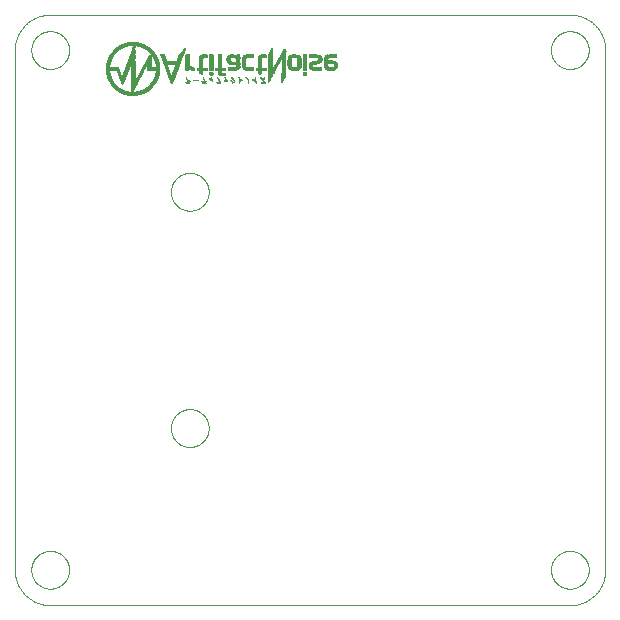
<source format=gbo>
G75*
%MOIN*%
%OFA0B0*%
%FSLAX25Y25*%
%IPPOS*%
%LPD*%
%AMOC8*
5,1,8,0,0,1.08239X$1,22.5*
%
%ADD10C,0.00000*%
%ADD11R,0.00039X0.00039*%
%ADD12R,0.00827X0.00039*%
%ADD13R,0.02008X0.00039*%
%ADD14R,0.00118X0.00039*%
%ADD15R,0.03110X0.00039*%
%ADD16R,0.03898X0.00039*%
%ADD17R,0.04528X0.00039*%
%ADD18R,0.04843X0.00039*%
%ADD19R,0.05079X0.00039*%
%ADD20R,0.05630X0.00039*%
%ADD21R,0.06102X0.00039*%
%ADD22R,0.06496X0.00039*%
%ADD23R,0.06654X0.00039*%
%ADD24R,0.06890X0.00039*%
%ADD25R,0.07283X0.00039*%
%ADD26R,0.07598X0.00039*%
%ADD27R,0.07913X0.00039*%
%ADD28R,0.07992X0.00039*%
%ADD29R,0.08228X0.00039*%
%ADD30R,0.03346X0.00039*%
%ADD31R,0.00276X0.00039*%
%ADD32R,0.02874X0.00039*%
%ADD33R,0.00354X0.00039*%
%ADD34R,0.02953X0.00039*%
%ADD35R,0.02717X0.00039*%
%ADD36R,0.00433X0.00039*%
%ADD37R,0.02559X0.00039*%
%ADD38R,0.00472X0.00039*%
%ADD39R,0.02638X0.00039*%
%ADD40R,0.02480X0.00039*%
%ADD41R,0.02323X0.00039*%
%ADD42R,0.00512X0.00039*%
%ADD43R,0.02402X0.00039*%
%ADD44R,0.02244X0.00039*%
%ADD45R,0.00591X0.00039*%
%ADD46R,0.02165X0.00039*%
%ADD47R,0.00669X0.00039*%
%ADD48R,0.02126X0.00039*%
%ADD49R,0.00748X0.00039*%
%ADD50R,0.02087X0.00039*%
%ADD51R,0.01969X0.00039*%
%ADD52R,0.01929X0.00039*%
%ADD53R,0.00079X0.00039*%
%ADD54R,0.01850X0.00039*%
%ADD55R,0.01772X0.00039*%
%ADD56R,0.01811X0.00039*%
%ADD57R,0.01693X0.00039*%
%ADD58R,0.00157X0.00039*%
%ADD59R,0.01732X0.00039*%
%ADD60R,0.00197X0.00039*%
%ADD61R,0.01654X0.00039*%
%ADD62R,0.00551X0.00039*%
%ADD63R,0.01614X0.00039*%
%ADD64R,0.00866X0.00039*%
%ADD65R,0.00236X0.00039*%
%ADD66R,0.00906X0.00039*%
%ADD67R,0.01535X0.00039*%
%ADD68R,0.00630X0.00039*%
%ADD69R,0.00984X0.00039*%
%ADD70R,0.00945X0.00039*%
%ADD71R,0.01575X0.00039*%
%ADD72R,0.00709X0.00039*%
%ADD73R,0.01496X0.00039*%
%ADD74R,0.01457X0.00039*%
%ADD75R,0.00787X0.00039*%
%ADD76R,0.01063X0.00039*%
%ADD77R,0.01378X0.00039*%
%ADD78R,0.01417X0.00039*%
%ADD79R,0.01102X0.00039*%
%ADD80R,0.01142X0.00039*%
%ADD81R,0.01024X0.00039*%
%ADD82R,0.01299X0.00039*%
%ADD83R,0.01220X0.00039*%
%ADD84R,0.01339X0.00039*%
%ADD85R,0.01181X0.00039*%
%ADD86R,0.01260X0.00039*%
%ADD87R,0.02362X0.00039*%
%ADD88R,0.02677X0.00039*%
%ADD89R,0.03031X0.00039*%
%ADD90R,0.02913X0.00039*%
%ADD91R,0.03189X0.00039*%
%ADD92R,0.03268X0.00039*%
%ADD93R,0.03071X0.00039*%
%ADD94R,0.02795X0.00039*%
%ADD95R,0.03425X0.00039*%
%ADD96R,0.02047X0.00039*%
%ADD97R,0.03386X0.00039*%
%ADD98R,0.03504X0.00039*%
%ADD99R,0.02205X0.00039*%
%ADD100R,0.03819X0.00039*%
%ADD101R,0.03307X0.00039*%
%ADD102R,0.03583X0.00039*%
%ADD103R,0.02283X0.00039*%
%ADD104R,0.03465X0.00039*%
%ADD105R,0.03661X0.00039*%
%ADD106R,0.03976X0.00039*%
%ADD107R,0.03740X0.00039*%
%ADD108R,0.04055X0.00039*%
%ADD109R,0.03780X0.00039*%
%ADD110R,0.02441X0.00039*%
%ADD111R,0.03543X0.00039*%
%ADD112R,0.03858X0.00039*%
%ADD113R,0.04134X0.00039*%
%ADD114R,0.04016X0.00039*%
%ADD115R,0.01890X0.00039*%
%ADD116R,0.04488X0.00039*%
%ADD117R,0.04449X0.00039*%
%ADD118R,0.04409X0.00039*%
%ADD119R,0.04370X0.00039*%
%ADD120R,0.02992X0.00039*%
%ADD121R,0.04331X0.00039*%
%ADD122R,0.04094X0.00039*%
%ADD123R,0.04252X0.00039*%
%ADD124R,0.04213X0.00039*%
%ADD125R,0.04173X0.00039*%
%ADD126R,0.03622X0.00039*%
%ADD127R,0.03701X0.00039*%
%ADD128R,0.03937X0.00039*%
%ADD129R,0.04291X0.00039*%
%ADD130R,0.00315X0.00039*%
%ADD131R,0.00394X0.00039*%
%ADD132R,0.08386X0.00039*%
%ADD133R,0.08071X0.00039*%
%ADD134R,0.07835X0.00039*%
%ADD135R,0.07441X0.00039*%
%ADD136R,0.07126X0.00039*%
%ADD137R,0.06811X0.00039*%
%ADD138R,0.06732X0.00039*%
%ADD139R,0.06339X0.00039*%
%ADD140R,0.05866X0.00039*%
%ADD141R,0.05472X0.00039*%
%ADD142R,0.04921X0.00039*%
D10*
X0046801Y0017535D02*
X0046801Y0190764D01*
X0052313Y0190764D02*
X0052315Y0190922D01*
X0052321Y0191080D01*
X0052331Y0191238D01*
X0052345Y0191396D01*
X0052363Y0191553D01*
X0052384Y0191710D01*
X0052410Y0191866D01*
X0052440Y0192022D01*
X0052473Y0192177D01*
X0052511Y0192330D01*
X0052552Y0192483D01*
X0052597Y0192635D01*
X0052646Y0192786D01*
X0052699Y0192935D01*
X0052755Y0193083D01*
X0052815Y0193229D01*
X0052879Y0193374D01*
X0052947Y0193517D01*
X0053018Y0193659D01*
X0053092Y0193799D01*
X0053170Y0193936D01*
X0053252Y0194072D01*
X0053336Y0194206D01*
X0053425Y0194337D01*
X0053516Y0194466D01*
X0053611Y0194593D01*
X0053708Y0194718D01*
X0053809Y0194840D01*
X0053913Y0194959D01*
X0054020Y0195076D01*
X0054130Y0195190D01*
X0054243Y0195301D01*
X0054358Y0195410D01*
X0054476Y0195515D01*
X0054597Y0195617D01*
X0054720Y0195717D01*
X0054846Y0195813D01*
X0054974Y0195906D01*
X0055104Y0195996D01*
X0055237Y0196082D01*
X0055372Y0196166D01*
X0055508Y0196245D01*
X0055647Y0196322D01*
X0055788Y0196394D01*
X0055930Y0196464D01*
X0056074Y0196529D01*
X0056220Y0196591D01*
X0056367Y0196649D01*
X0056516Y0196704D01*
X0056666Y0196755D01*
X0056817Y0196802D01*
X0056969Y0196845D01*
X0057122Y0196884D01*
X0057277Y0196920D01*
X0057432Y0196951D01*
X0057588Y0196979D01*
X0057744Y0197003D01*
X0057901Y0197023D01*
X0058059Y0197039D01*
X0058216Y0197051D01*
X0058375Y0197059D01*
X0058533Y0197063D01*
X0058691Y0197063D01*
X0058849Y0197059D01*
X0059008Y0197051D01*
X0059165Y0197039D01*
X0059323Y0197023D01*
X0059480Y0197003D01*
X0059636Y0196979D01*
X0059792Y0196951D01*
X0059947Y0196920D01*
X0060102Y0196884D01*
X0060255Y0196845D01*
X0060407Y0196802D01*
X0060558Y0196755D01*
X0060708Y0196704D01*
X0060857Y0196649D01*
X0061004Y0196591D01*
X0061150Y0196529D01*
X0061294Y0196464D01*
X0061436Y0196394D01*
X0061577Y0196322D01*
X0061716Y0196245D01*
X0061852Y0196166D01*
X0061987Y0196082D01*
X0062120Y0195996D01*
X0062250Y0195906D01*
X0062378Y0195813D01*
X0062504Y0195717D01*
X0062627Y0195617D01*
X0062748Y0195515D01*
X0062866Y0195410D01*
X0062981Y0195301D01*
X0063094Y0195190D01*
X0063204Y0195076D01*
X0063311Y0194959D01*
X0063415Y0194840D01*
X0063516Y0194718D01*
X0063613Y0194593D01*
X0063708Y0194466D01*
X0063799Y0194337D01*
X0063888Y0194206D01*
X0063972Y0194072D01*
X0064054Y0193936D01*
X0064132Y0193799D01*
X0064206Y0193659D01*
X0064277Y0193517D01*
X0064345Y0193374D01*
X0064409Y0193229D01*
X0064469Y0193083D01*
X0064525Y0192935D01*
X0064578Y0192786D01*
X0064627Y0192635D01*
X0064672Y0192483D01*
X0064713Y0192330D01*
X0064751Y0192177D01*
X0064784Y0192022D01*
X0064814Y0191866D01*
X0064840Y0191710D01*
X0064861Y0191553D01*
X0064879Y0191396D01*
X0064893Y0191238D01*
X0064903Y0191080D01*
X0064909Y0190922D01*
X0064911Y0190764D01*
X0064909Y0190606D01*
X0064903Y0190448D01*
X0064893Y0190290D01*
X0064879Y0190132D01*
X0064861Y0189975D01*
X0064840Y0189818D01*
X0064814Y0189662D01*
X0064784Y0189506D01*
X0064751Y0189351D01*
X0064713Y0189198D01*
X0064672Y0189045D01*
X0064627Y0188893D01*
X0064578Y0188742D01*
X0064525Y0188593D01*
X0064469Y0188445D01*
X0064409Y0188299D01*
X0064345Y0188154D01*
X0064277Y0188011D01*
X0064206Y0187869D01*
X0064132Y0187729D01*
X0064054Y0187592D01*
X0063972Y0187456D01*
X0063888Y0187322D01*
X0063799Y0187191D01*
X0063708Y0187062D01*
X0063613Y0186935D01*
X0063516Y0186810D01*
X0063415Y0186688D01*
X0063311Y0186569D01*
X0063204Y0186452D01*
X0063094Y0186338D01*
X0062981Y0186227D01*
X0062866Y0186118D01*
X0062748Y0186013D01*
X0062627Y0185911D01*
X0062504Y0185811D01*
X0062378Y0185715D01*
X0062250Y0185622D01*
X0062120Y0185532D01*
X0061987Y0185446D01*
X0061852Y0185362D01*
X0061716Y0185283D01*
X0061577Y0185206D01*
X0061436Y0185134D01*
X0061294Y0185064D01*
X0061150Y0184999D01*
X0061004Y0184937D01*
X0060857Y0184879D01*
X0060708Y0184824D01*
X0060558Y0184773D01*
X0060407Y0184726D01*
X0060255Y0184683D01*
X0060102Y0184644D01*
X0059947Y0184608D01*
X0059792Y0184577D01*
X0059636Y0184549D01*
X0059480Y0184525D01*
X0059323Y0184505D01*
X0059165Y0184489D01*
X0059008Y0184477D01*
X0058849Y0184469D01*
X0058691Y0184465D01*
X0058533Y0184465D01*
X0058375Y0184469D01*
X0058216Y0184477D01*
X0058059Y0184489D01*
X0057901Y0184505D01*
X0057744Y0184525D01*
X0057588Y0184549D01*
X0057432Y0184577D01*
X0057277Y0184608D01*
X0057122Y0184644D01*
X0056969Y0184683D01*
X0056817Y0184726D01*
X0056666Y0184773D01*
X0056516Y0184824D01*
X0056367Y0184879D01*
X0056220Y0184937D01*
X0056074Y0184999D01*
X0055930Y0185064D01*
X0055788Y0185134D01*
X0055647Y0185206D01*
X0055508Y0185283D01*
X0055372Y0185362D01*
X0055237Y0185446D01*
X0055104Y0185532D01*
X0054974Y0185622D01*
X0054846Y0185715D01*
X0054720Y0185811D01*
X0054597Y0185911D01*
X0054476Y0186013D01*
X0054358Y0186118D01*
X0054243Y0186227D01*
X0054130Y0186338D01*
X0054020Y0186452D01*
X0053913Y0186569D01*
X0053809Y0186688D01*
X0053708Y0186810D01*
X0053611Y0186935D01*
X0053516Y0187062D01*
X0053425Y0187191D01*
X0053336Y0187322D01*
X0053252Y0187456D01*
X0053170Y0187592D01*
X0053092Y0187729D01*
X0053018Y0187869D01*
X0052947Y0188011D01*
X0052879Y0188154D01*
X0052815Y0188299D01*
X0052755Y0188445D01*
X0052699Y0188593D01*
X0052646Y0188742D01*
X0052597Y0188893D01*
X0052552Y0189045D01*
X0052511Y0189198D01*
X0052473Y0189351D01*
X0052440Y0189506D01*
X0052410Y0189662D01*
X0052384Y0189818D01*
X0052363Y0189975D01*
X0052345Y0190132D01*
X0052331Y0190290D01*
X0052321Y0190448D01*
X0052315Y0190606D01*
X0052313Y0190764D01*
X0046801Y0190764D02*
X0046804Y0191049D01*
X0046815Y0191335D01*
X0046832Y0191620D01*
X0046856Y0191904D01*
X0046887Y0192188D01*
X0046925Y0192471D01*
X0046970Y0192752D01*
X0047021Y0193033D01*
X0047079Y0193313D01*
X0047144Y0193591D01*
X0047216Y0193867D01*
X0047294Y0194141D01*
X0047379Y0194414D01*
X0047471Y0194684D01*
X0047569Y0194952D01*
X0047673Y0195218D01*
X0047784Y0195481D01*
X0047901Y0195741D01*
X0048024Y0195999D01*
X0048154Y0196253D01*
X0048290Y0196504D01*
X0048431Y0196752D01*
X0048579Y0196996D01*
X0048732Y0197237D01*
X0048892Y0197473D01*
X0049057Y0197706D01*
X0049227Y0197935D01*
X0049403Y0198160D01*
X0049585Y0198380D01*
X0049771Y0198596D01*
X0049963Y0198807D01*
X0050160Y0199014D01*
X0050362Y0199216D01*
X0050569Y0199413D01*
X0050780Y0199605D01*
X0050996Y0199791D01*
X0051216Y0199973D01*
X0051441Y0200149D01*
X0051670Y0200319D01*
X0051903Y0200484D01*
X0052139Y0200644D01*
X0052380Y0200797D01*
X0052624Y0200945D01*
X0052872Y0201086D01*
X0053123Y0201222D01*
X0053377Y0201352D01*
X0053635Y0201475D01*
X0053895Y0201592D01*
X0054158Y0201703D01*
X0054424Y0201807D01*
X0054692Y0201905D01*
X0054962Y0201997D01*
X0055235Y0202082D01*
X0055509Y0202160D01*
X0055785Y0202232D01*
X0056063Y0202297D01*
X0056343Y0202355D01*
X0056624Y0202406D01*
X0056905Y0202451D01*
X0057188Y0202489D01*
X0057472Y0202520D01*
X0057756Y0202544D01*
X0058041Y0202561D01*
X0058327Y0202572D01*
X0058612Y0202575D01*
X0231840Y0202575D01*
X0225541Y0190764D02*
X0225543Y0190922D01*
X0225549Y0191080D01*
X0225559Y0191238D01*
X0225573Y0191396D01*
X0225591Y0191553D01*
X0225612Y0191710D01*
X0225638Y0191866D01*
X0225668Y0192022D01*
X0225701Y0192177D01*
X0225739Y0192330D01*
X0225780Y0192483D01*
X0225825Y0192635D01*
X0225874Y0192786D01*
X0225927Y0192935D01*
X0225983Y0193083D01*
X0226043Y0193229D01*
X0226107Y0193374D01*
X0226175Y0193517D01*
X0226246Y0193659D01*
X0226320Y0193799D01*
X0226398Y0193936D01*
X0226480Y0194072D01*
X0226564Y0194206D01*
X0226653Y0194337D01*
X0226744Y0194466D01*
X0226839Y0194593D01*
X0226936Y0194718D01*
X0227037Y0194840D01*
X0227141Y0194959D01*
X0227248Y0195076D01*
X0227358Y0195190D01*
X0227471Y0195301D01*
X0227586Y0195410D01*
X0227704Y0195515D01*
X0227825Y0195617D01*
X0227948Y0195717D01*
X0228074Y0195813D01*
X0228202Y0195906D01*
X0228332Y0195996D01*
X0228465Y0196082D01*
X0228600Y0196166D01*
X0228736Y0196245D01*
X0228875Y0196322D01*
X0229016Y0196394D01*
X0229158Y0196464D01*
X0229302Y0196529D01*
X0229448Y0196591D01*
X0229595Y0196649D01*
X0229744Y0196704D01*
X0229894Y0196755D01*
X0230045Y0196802D01*
X0230197Y0196845D01*
X0230350Y0196884D01*
X0230505Y0196920D01*
X0230660Y0196951D01*
X0230816Y0196979D01*
X0230972Y0197003D01*
X0231129Y0197023D01*
X0231287Y0197039D01*
X0231444Y0197051D01*
X0231603Y0197059D01*
X0231761Y0197063D01*
X0231919Y0197063D01*
X0232077Y0197059D01*
X0232236Y0197051D01*
X0232393Y0197039D01*
X0232551Y0197023D01*
X0232708Y0197003D01*
X0232864Y0196979D01*
X0233020Y0196951D01*
X0233175Y0196920D01*
X0233330Y0196884D01*
X0233483Y0196845D01*
X0233635Y0196802D01*
X0233786Y0196755D01*
X0233936Y0196704D01*
X0234085Y0196649D01*
X0234232Y0196591D01*
X0234378Y0196529D01*
X0234522Y0196464D01*
X0234664Y0196394D01*
X0234805Y0196322D01*
X0234944Y0196245D01*
X0235080Y0196166D01*
X0235215Y0196082D01*
X0235348Y0195996D01*
X0235478Y0195906D01*
X0235606Y0195813D01*
X0235732Y0195717D01*
X0235855Y0195617D01*
X0235976Y0195515D01*
X0236094Y0195410D01*
X0236209Y0195301D01*
X0236322Y0195190D01*
X0236432Y0195076D01*
X0236539Y0194959D01*
X0236643Y0194840D01*
X0236744Y0194718D01*
X0236841Y0194593D01*
X0236936Y0194466D01*
X0237027Y0194337D01*
X0237116Y0194206D01*
X0237200Y0194072D01*
X0237282Y0193936D01*
X0237360Y0193799D01*
X0237434Y0193659D01*
X0237505Y0193517D01*
X0237573Y0193374D01*
X0237637Y0193229D01*
X0237697Y0193083D01*
X0237753Y0192935D01*
X0237806Y0192786D01*
X0237855Y0192635D01*
X0237900Y0192483D01*
X0237941Y0192330D01*
X0237979Y0192177D01*
X0238012Y0192022D01*
X0238042Y0191866D01*
X0238068Y0191710D01*
X0238089Y0191553D01*
X0238107Y0191396D01*
X0238121Y0191238D01*
X0238131Y0191080D01*
X0238137Y0190922D01*
X0238139Y0190764D01*
X0238137Y0190606D01*
X0238131Y0190448D01*
X0238121Y0190290D01*
X0238107Y0190132D01*
X0238089Y0189975D01*
X0238068Y0189818D01*
X0238042Y0189662D01*
X0238012Y0189506D01*
X0237979Y0189351D01*
X0237941Y0189198D01*
X0237900Y0189045D01*
X0237855Y0188893D01*
X0237806Y0188742D01*
X0237753Y0188593D01*
X0237697Y0188445D01*
X0237637Y0188299D01*
X0237573Y0188154D01*
X0237505Y0188011D01*
X0237434Y0187869D01*
X0237360Y0187729D01*
X0237282Y0187592D01*
X0237200Y0187456D01*
X0237116Y0187322D01*
X0237027Y0187191D01*
X0236936Y0187062D01*
X0236841Y0186935D01*
X0236744Y0186810D01*
X0236643Y0186688D01*
X0236539Y0186569D01*
X0236432Y0186452D01*
X0236322Y0186338D01*
X0236209Y0186227D01*
X0236094Y0186118D01*
X0235976Y0186013D01*
X0235855Y0185911D01*
X0235732Y0185811D01*
X0235606Y0185715D01*
X0235478Y0185622D01*
X0235348Y0185532D01*
X0235215Y0185446D01*
X0235080Y0185362D01*
X0234944Y0185283D01*
X0234805Y0185206D01*
X0234664Y0185134D01*
X0234522Y0185064D01*
X0234378Y0184999D01*
X0234232Y0184937D01*
X0234085Y0184879D01*
X0233936Y0184824D01*
X0233786Y0184773D01*
X0233635Y0184726D01*
X0233483Y0184683D01*
X0233330Y0184644D01*
X0233175Y0184608D01*
X0233020Y0184577D01*
X0232864Y0184549D01*
X0232708Y0184525D01*
X0232551Y0184505D01*
X0232393Y0184489D01*
X0232236Y0184477D01*
X0232077Y0184469D01*
X0231919Y0184465D01*
X0231761Y0184465D01*
X0231603Y0184469D01*
X0231444Y0184477D01*
X0231287Y0184489D01*
X0231129Y0184505D01*
X0230972Y0184525D01*
X0230816Y0184549D01*
X0230660Y0184577D01*
X0230505Y0184608D01*
X0230350Y0184644D01*
X0230197Y0184683D01*
X0230045Y0184726D01*
X0229894Y0184773D01*
X0229744Y0184824D01*
X0229595Y0184879D01*
X0229448Y0184937D01*
X0229302Y0184999D01*
X0229158Y0185064D01*
X0229016Y0185134D01*
X0228875Y0185206D01*
X0228736Y0185283D01*
X0228600Y0185362D01*
X0228465Y0185446D01*
X0228332Y0185532D01*
X0228202Y0185622D01*
X0228074Y0185715D01*
X0227948Y0185811D01*
X0227825Y0185911D01*
X0227704Y0186013D01*
X0227586Y0186118D01*
X0227471Y0186227D01*
X0227358Y0186338D01*
X0227248Y0186452D01*
X0227141Y0186569D01*
X0227037Y0186688D01*
X0226936Y0186810D01*
X0226839Y0186935D01*
X0226744Y0187062D01*
X0226653Y0187191D01*
X0226564Y0187322D01*
X0226480Y0187456D01*
X0226398Y0187592D01*
X0226320Y0187729D01*
X0226246Y0187869D01*
X0226175Y0188011D01*
X0226107Y0188154D01*
X0226043Y0188299D01*
X0225983Y0188445D01*
X0225927Y0188593D01*
X0225874Y0188742D01*
X0225825Y0188893D01*
X0225780Y0189045D01*
X0225739Y0189198D01*
X0225701Y0189351D01*
X0225668Y0189506D01*
X0225638Y0189662D01*
X0225612Y0189818D01*
X0225591Y0189975D01*
X0225573Y0190132D01*
X0225559Y0190290D01*
X0225549Y0190448D01*
X0225543Y0190606D01*
X0225541Y0190764D01*
X0231840Y0202575D02*
X0232125Y0202572D01*
X0232411Y0202561D01*
X0232696Y0202544D01*
X0232980Y0202520D01*
X0233264Y0202489D01*
X0233547Y0202451D01*
X0233828Y0202406D01*
X0234109Y0202355D01*
X0234389Y0202297D01*
X0234667Y0202232D01*
X0234943Y0202160D01*
X0235217Y0202082D01*
X0235490Y0201997D01*
X0235760Y0201905D01*
X0236028Y0201807D01*
X0236294Y0201703D01*
X0236557Y0201592D01*
X0236817Y0201475D01*
X0237075Y0201352D01*
X0237329Y0201222D01*
X0237580Y0201086D01*
X0237828Y0200945D01*
X0238072Y0200797D01*
X0238313Y0200644D01*
X0238549Y0200484D01*
X0238782Y0200319D01*
X0239011Y0200149D01*
X0239236Y0199973D01*
X0239456Y0199791D01*
X0239672Y0199605D01*
X0239883Y0199413D01*
X0240090Y0199216D01*
X0240292Y0199014D01*
X0240489Y0198807D01*
X0240681Y0198596D01*
X0240867Y0198380D01*
X0241049Y0198160D01*
X0241225Y0197935D01*
X0241395Y0197706D01*
X0241560Y0197473D01*
X0241720Y0197237D01*
X0241873Y0196996D01*
X0242021Y0196752D01*
X0242162Y0196504D01*
X0242298Y0196253D01*
X0242428Y0195999D01*
X0242551Y0195741D01*
X0242668Y0195481D01*
X0242779Y0195218D01*
X0242883Y0194952D01*
X0242981Y0194684D01*
X0243073Y0194414D01*
X0243158Y0194141D01*
X0243236Y0193867D01*
X0243308Y0193591D01*
X0243373Y0193313D01*
X0243431Y0193033D01*
X0243482Y0192752D01*
X0243527Y0192471D01*
X0243565Y0192188D01*
X0243596Y0191904D01*
X0243620Y0191620D01*
X0243637Y0191335D01*
X0243648Y0191049D01*
X0243651Y0190764D01*
X0243651Y0017535D01*
X0225541Y0017535D02*
X0225543Y0017693D01*
X0225549Y0017851D01*
X0225559Y0018009D01*
X0225573Y0018167D01*
X0225591Y0018324D01*
X0225612Y0018481D01*
X0225638Y0018637D01*
X0225668Y0018793D01*
X0225701Y0018948D01*
X0225739Y0019101D01*
X0225780Y0019254D01*
X0225825Y0019406D01*
X0225874Y0019557D01*
X0225927Y0019706D01*
X0225983Y0019854D01*
X0226043Y0020000D01*
X0226107Y0020145D01*
X0226175Y0020288D01*
X0226246Y0020430D01*
X0226320Y0020570D01*
X0226398Y0020707D01*
X0226480Y0020843D01*
X0226564Y0020977D01*
X0226653Y0021108D01*
X0226744Y0021237D01*
X0226839Y0021364D01*
X0226936Y0021489D01*
X0227037Y0021611D01*
X0227141Y0021730D01*
X0227248Y0021847D01*
X0227358Y0021961D01*
X0227471Y0022072D01*
X0227586Y0022181D01*
X0227704Y0022286D01*
X0227825Y0022388D01*
X0227948Y0022488D01*
X0228074Y0022584D01*
X0228202Y0022677D01*
X0228332Y0022767D01*
X0228465Y0022853D01*
X0228600Y0022937D01*
X0228736Y0023016D01*
X0228875Y0023093D01*
X0229016Y0023165D01*
X0229158Y0023235D01*
X0229302Y0023300D01*
X0229448Y0023362D01*
X0229595Y0023420D01*
X0229744Y0023475D01*
X0229894Y0023526D01*
X0230045Y0023573D01*
X0230197Y0023616D01*
X0230350Y0023655D01*
X0230505Y0023691D01*
X0230660Y0023722D01*
X0230816Y0023750D01*
X0230972Y0023774D01*
X0231129Y0023794D01*
X0231287Y0023810D01*
X0231444Y0023822D01*
X0231603Y0023830D01*
X0231761Y0023834D01*
X0231919Y0023834D01*
X0232077Y0023830D01*
X0232236Y0023822D01*
X0232393Y0023810D01*
X0232551Y0023794D01*
X0232708Y0023774D01*
X0232864Y0023750D01*
X0233020Y0023722D01*
X0233175Y0023691D01*
X0233330Y0023655D01*
X0233483Y0023616D01*
X0233635Y0023573D01*
X0233786Y0023526D01*
X0233936Y0023475D01*
X0234085Y0023420D01*
X0234232Y0023362D01*
X0234378Y0023300D01*
X0234522Y0023235D01*
X0234664Y0023165D01*
X0234805Y0023093D01*
X0234944Y0023016D01*
X0235080Y0022937D01*
X0235215Y0022853D01*
X0235348Y0022767D01*
X0235478Y0022677D01*
X0235606Y0022584D01*
X0235732Y0022488D01*
X0235855Y0022388D01*
X0235976Y0022286D01*
X0236094Y0022181D01*
X0236209Y0022072D01*
X0236322Y0021961D01*
X0236432Y0021847D01*
X0236539Y0021730D01*
X0236643Y0021611D01*
X0236744Y0021489D01*
X0236841Y0021364D01*
X0236936Y0021237D01*
X0237027Y0021108D01*
X0237116Y0020977D01*
X0237200Y0020843D01*
X0237282Y0020707D01*
X0237360Y0020570D01*
X0237434Y0020430D01*
X0237505Y0020288D01*
X0237573Y0020145D01*
X0237637Y0020000D01*
X0237697Y0019854D01*
X0237753Y0019706D01*
X0237806Y0019557D01*
X0237855Y0019406D01*
X0237900Y0019254D01*
X0237941Y0019101D01*
X0237979Y0018948D01*
X0238012Y0018793D01*
X0238042Y0018637D01*
X0238068Y0018481D01*
X0238089Y0018324D01*
X0238107Y0018167D01*
X0238121Y0018009D01*
X0238131Y0017851D01*
X0238137Y0017693D01*
X0238139Y0017535D01*
X0238137Y0017377D01*
X0238131Y0017219D01*
X0238121Y0017061D01*
X0238107Y0016903D01*
X0238089Y0016746D01*
X0238068Y0016589D01*
X0238042Y0016433D01*
X0238012Y0016277D01*
X0237979Y0016122D01*
X0237941Y0015969D01*
X0237900Y0015816D01*
X0237855Y0015664D01*
X0237806Y0015513D01*
X0237753Y0015364D01*
X0237697Y0015216D01*
X0237637Y0015070D01*
X0237573Y0014925D01*
X0237505Y0014782D01*
X0237434Y0014640D01*
X0237360Y0014500D01*
X0237282Y0014363D01*
X0237200Y0014227D01*
X0237116Y0014093D01*
X0237027Y0013962D01*
X0236936Y0013833D01*
X0236841Y0013706D01*
X0236744Y0013581D01*
X0236643Y0013459D01*
X0236539Y0013340D01*
X0236432Y0013223D01*
X0236322Y0013109D01*
X0236209Y0012998D01*
X0236094Y0012889D01*
X0235976Y0012784D01*
X0235855Y0012682D01*
X0235732Y0012582D01*
X0235606Y0012486D01*
X0235478Y0012393D01*
X0235348Y0012303D01*
X0235215Y0012217D01*
X0235080Y0012133D01*
X0234944Y0012054D01*
X0234805Y0011977D01*
X0234664Y0011905D01*
X0234522Y0011835D01*
X0234378Y0011770D01*
X0234232Y0011708D01*
X0234085Y0011650D01*
X0233936Y0011595D01*
X0233786Y0011544D01*
X0233635Y0011497D01*
X0233483Y0011454D01*
X0233330Y0011415D01*
X0233175Y0011379D01*
X0233020Y0011348D01*
X0232864Y0011320D01*
X0232708Y0011296D01*
X0232551Y0011276D01*
X0232393Y0011260D01*
X0232236Y0011248D01*
X0232077Y0011240D01*
X0231919Y0011236D01*
X0231761Y0011236D01*
X0231603Y0011240D01*
X0231444Y0011248D01*
X0231287Y0011260D01*
X0231129Y0011276D01*
X0230972Y0011296D01*
X0230816Y0011320D01*
X0230660Y0011348D01*
X0230505Y0011379D01*
X0230350Y0011415D01*
X0230197Y0011454D01*
X0230045Y0011497D01*
X0229894Y0011544D01*
X0229744Y0011595D01*
X0229595Y0011650D01*
X0229448Y0011708D01*
X0229302Y0011770D01*
X0229158Y0011835D01*
X0229016Y0011905D01*
X0228875Y0011977D01*
X0228736Y0012054D01*
X0228600Y0012133D01*
X0228465Y0012217D01*
X0228332Y0012303D01*
X0228202Y0012393D01*
X0228074Y0012486D01*
X0227948Y0012582D01*
X0227825Y0012682D01*
X0227704Y0012784D01*
X0227586Y0012889D01*
X0227471Y0012998D01*
X0227358Y0013109D01*
X0227248Y0013223D01*
X0227141Y0013340D01*
X0227037Y0013459D01*
X0226936Y0013581D01*
X0226839Y0013706D01*
X0226744Y0013833D01*
X0226653Y0013962D01*
X0226564Y0014093D01*
X0226480Y0014227D01*
X0226398Y0014363D01*
X0226320Y0014500D01*
X0226246Y0014640D01*
X0226175Y0014782D01*
X0226107Y0014925D01*
X0226043Y0015070D01*
X0225983Y0015216D01*
X0225927Y0015364D01*
X0225874Y0015513D01*
X0225825Y0015664D01*
X0225780Y0015816D01*
X0225739Y0015969D01*
X0225701Y0016122D01*
X0225668Y0016277D01*
X0225638Y0016433D01*
X0225612Y0016589D01*
X0225591Y0016746D01*
X0225573Y0016903D01*
X0225559Y0017061D01*
X0225549Y0017219D01*
X0225543Y0017377D01*
X0225541Y0017535D01*
X0231840Y0005724D02*
X0232125Y0005727D01*
X0232411Y0005738D01*
X0232696Y0005755D01*
X0232980Y0005779D01*
X0233264Y0005810D01*
X0233547Y0005848D01*
X0233828Y0005893D01*
X0234109Y0005944D01*
X0234389Y0006002D01*
X0234667Y0006067D01*
X0234943Y0006139D01*
X0235217Y0006217D01*
X0235490Y0006302D01*
X0235760Y0006394D01*
X0236028Y0006492D01*
X0236294Y0006596D01*
X0236557Y0006707D01*
X0236817Y0006824D01*
X0237075Y0006947D01*
X0237329Y0007077D01*
X0237580Y0007213D01*
X0237828Y0007354D01*
X0238072Y0007502D01*
X0238313Y0007655D01*
X0238549Y0007815D01*
X0238782Y0007980D01*
X0239011Y0008150D01*
X0239236Y0008326D01*
X0239456Y0008508D01*
X0239672Y0008694D01*
X0239883Y0008886D01*
X0240090Y0009083D01*
X0240292Y0009285D01*
X0240489Y0009492D01*
X0240681Y0009703D01*
X0240867Y0009919D01*
X0241049Y0010139D01*
X0241225Y0010364D01*
X0241395Y0010593D01*
X0241560Y0010826D01*
X0241720Y0011062D01*
X0241873Y0011303D01*
X0242021Y0011547D01*
X0242162Y0011795D01*
X0242298Y0012046D01*
X0242428Y0012300D01*
X0242551Y0012558D01*
X0242668Y0012818D01*
X0242779Y0013081D01*
X0242883Y0013347D01*
X0242981Y0013615D01*
X0243073Y0013885D01*
X0243158Y0014158D01*
X0243236Y0014432D01*
X0243308Y0014708D01*
X0243373Y0014986D01*
X0243431Y0015266D01*
X0243482Y0015547D01*
X0243527Y0015828D01*
X0243565Y0016111D01*
X0243596Y0016395D01*
X0243620Y0016679D01*
X0243637Y0016964D01*
X0243648Y0017250D01*
X0243651Y0017535D01*
X0231840Y0005724D02*
X0058612Y0005724D01*
X0052313Y0017535D02*
X0052315Y0017693D01*
X0052321Y0017851D01*
X0052331Y0018009D01*
X0052345Y0018167D01*
X0052363Y0018324D01*
X0052384Y0018481D01*
X0052410Y0018637D01*
X0052440Y0018793D01*
X0052473Y0018948D01*
X0052511Y0019101D01*
X0052552Y0019254D01*
X0052597Y0019406D01*
X0052646Y0019557D01*
X0052699Y0019706D01*
X0052755Y0019854D01*
X0052815Y0020000D01*
X0052879Y0020145D01*
X0052947Y0020288D01*
X0053018Y0020430D01*
X0053092Y0020570D01*
X0053170Y0020707D01*
X0053252Y0020843D01*
X0053336Y0020977D01*
X0053425Y0021108D01*
X0053516Y0021237D01*
X0053611Y0021364D01*
X0053708Y0021489D01*
X0053809Y0021611D01*
X0053913Y0021730D01*
X0054020Y0021847D01*
X0054130Y0021961D01*
X0054243Y0022072D01*
X0054358Y0022181D01*
X0054476Y0022286D01*
X0054597Y0022388D01*
X0054720Y0022488D01*
X0054846Y0022584D01*
X0054974Y0022677D01*
X0055104Y0022767D01*
X0055237Y0022853D01*
X0055372Y0022937D01*
X0055508Y0023016D01*
X0055647Y0023093D01*
X0055788Y0023165D01*
X0055930Y0023235D01*
X0056074Y0023300D01*
X0056220Y0023362D01*
X0056367Y0023420D01*
X0056516Y0023475D01*
X0056666Y0023526D01*
X0056817Y0023573D01*
X0056969Y0023616D01*
X0057122Y0023655D01*
X0057277Y0023691D01*
X0057432Y0023722D01*
X0057588Y0023750D01*
X0057744Y0023774D01*
X0057901Y0023794D01*
X0058059Y0023810D01*
X0058216Y0023822D01*
X0058375Y0023830D01*
X0058533Y0023834D01*
X0058691Y0023834D01*
X0058849Y0023830D01*
X0059008Y0023822D01*
X0059165Y0023810D01*
X0059323Y0023794D01*
X0059480Y0023774D01*
X0059636Y0023750D01*
X0059792Y0023722D01*
X0059947Y0023691D01*
X0060102Y0023655D01*
X0060255Y0023616D01*
X0060407Y0023573D01*
X0060558Y0023526D01*
X0060708Y0023475D01*
X0060857Y0023420D01*
X0061004Y0023362D01*
X0061150Y0023300D01*
X0061294Y0023235D01*
X0061436Y0023165D01*
X0061577Y0023093D01*
X0061716Y0023016D01*
X0061852Y0022937D01*
X0061987Y0022853D01*
X0062120Y0022767D01*
X0062250Y0022677D01*
X0062378Y0022584D01*
X0062504Y0022488D01*
X0062627Y0022388D01*
X0062748Y0022286D01*
X0062866Y0022181D01*
X0062981Y0022072D01*
X0063094Y0021961D01*
X0063204Y0021847D01*
X0063311Y0021730D01*
X0063415Y0021611D01*
X0063516Y0021489D01*
X0063613Y0021364D01*
X0063708Y0021237D01*
X0063799Y0021108D01*
X0063888Y0020977D01*
X0063972Y0020843D01*
X0064054Y0020707D01*
X0064132Y0020570D01*
X0064206Y0020430D01*
X0064277Y0020288D01*
X0064345Y0020145D01*
X0064409Y0020000D01*
X0064469Y0019854D01*
X0064525Y0019706D01*
X0064578Y0019557D01*
X0064627Y0019406D01*
X0064672Y0019254D01*
X0064713Y0019101D01*
X0064751Y0018948D01*
X0064784Y0018793D01*
X0064814Y0018637D01*
X0064840Y0018481D01*
X0064861Y0018324D01*
X0064879Y0018167D01*
X0064893Y0018009D01*
X0064903Y0017851D01*
X0064909Y0017693D01*
X0064911Y0017535D01*
X0064909Y0017377D01*
X0064903Y0017219D01*
X0064893Y0017061D01*
X0064879Y0016903D01*
X0064861Y0016746D01*
X0064840Y0016589D01*
X0064814Y0016433D01*
X0064784Y0016277D01*
X0064751Y0016122D01*
X0064713Y0015969D01*
X0064672Y0015816D01*
X0064627Y0015664D01*
X0064578Y0015513D01*
X0064525Y0015364D01*
X0064469Y0015216D01*
X0064409Y0015070D01*
X0064345Y0014925D01*
X0064277Y0014782D01*
X0064206Y0014640D01*
X0064132Y0014500D01*
X0064054Y0014363D01*
X0063972Y0014227D01*
X0063888Y0014093D01*
X0063799Y0013962D01*
X0063708Y0013833D01*
X0063613Y0013706D01*
X0063516Y0013581D01*
X0063415Y0013459D01*
X0063311Y0013340D01*
X0063204Y0013223D01*
X0063094Y0013109D01*
X0062981Y0012998D01*
X0062866Y0012889D01*
X0062748Y0012784D01*
X0062627Y0012682D01*
X0062504Y0012582D01*
X0062378Y0012486D01*
X0062250Y0012393D01*
X0062120Y0012303D01*
X0061987Y0012217D01*
X0061852Y0012133D01*
X0061716Y0012054D01*
X0061577Y0011977D01*
X0061436Y0011905D01*
X0061294Y0011835D01*
X0061150Y0011770D01*
X0061004Y0011708D01*
X0060857Y0011650D01*
X0060708Y0011595D01*
X0060558Y0011544D01*
X0060407Y0011497D01*
X0060255Y0011454D01*
X0060102Y0011415D01*
X0059947Y0011379D01*
X0059792Y0011348D01*
X0059636Y0011320D01*
X0059480Y0011296D01*
X0059323Y0011276D01*
X0059165Y0011260D01*
X0059008Y0011248D01*
X0058849Y0011240D01*
X0058691Y0011236D01*
X0058533Y0011236D01*
X0058375Y0011240D01*
X0058216Y0011248D01*
X0058059Y0011260D01*
X0057901Y0011276D01*
X0057744Y0011296D01*
X0057588Y0011320D01*
X0057432Y0011348D01*
X0057277Y0011379D01*
X0057122Y0011415D01*
X0056969Y0011454D01*
X0056817Y0011497D01*
X0056666Y0011544D01*
X0056516Y0011595D01*
X0056367Y0011650D01*
X0056220Y0011708D01*
X0056074Y0011770D01*
X0055930Y0011835D01*
X0055788Y0011905D01*
X0055647Y0011977D01*
X0055508Y0012054D01*
X0055372Y0012133D01*
X0055237Y0012217D01*
X0055104Y0012303D01*
X0054974Y0012393D01*
X0054846Y0012486D01*
X0054720Y0012582D01*
X0054597Y0012682D01*
X0054476Y0012784D01*
X0054358Y0012889D01*
X0054243Y0012998D01*
X0054130Y0013109D01*
X0054020Y0013223D01*
X0053913Y0013340D01*
X0053809Y0013459D01*
X0053708Y0013581D01*
X0053611Y0013706D01*
X0053516Y0013833D01*
X0053425Y0013962D01*
X0053336Y0014093D01*
X0053252Y0014227D01*
X0053170Y0014363D01*
X0053092Y0014500D01*
X0053018Y0014640D01*
X0052947Y0014782D01*
X0052879Y0014925D01*
X0052815Y0015070D01*
X0052755Y0015216D01*
X0052699Y0015364D01*
X0052646Y0015513D01*
X0052597Y0015664D01*
X0052552Y0015816D01*
X0052511Y0015969D01*
X0052473Y0016122D01*
X0052440Y0016277D01*
X0052410Y0016433D01*
X0052384Y0016589D01*
X0052363Y0016746D01*
X0052345Y0016903D01*
X0052331Y0017061D01*
X0052321Y0017219D01*
X0052315Y0017377D01*
X0052313Y0017535D01*
X0046801Y0017535D02*
X0046804Y0017250D01*
X0046815Y0016964D01*
X0046832Y0016679D01*
X0046856Y0016395D01*
X0046887Y0016111D01*
X0046925Y0015828D01*
X0046970Y0015547D01*
X0047021Y0015266D01*
X0047079Y0014986D01*
X0047144Y0014708D01*
X0047216Y0014432D01*
X0047294Y0014158D01*
X0047379Y0013885D01*
X0047471Y0013615D01*
X0047569Y0013347D01*
X0047673Y0013081D01*
X0047784Y0012818D01*
X0047901Y0012558D01*
X0048024Y0012300D01*
X0048154Y0012046D01*
X0048290Y0011795D01*
X0048431Y0011547D01*
X0048579Y0011303D01*
X0048732Y0011062D01*
X0048892Y0010826D01*
X0049057Y0010593D01*
X0049227Y0010364D01*
X0049403Y0010139D01*
X0049585Y0009919D01*
X0049771Y0009703D01*
X0049963Y0009492D01*
X0050160Y0009285D01*
X0050362Y0009083D01*
X0050569Y0008886D01*
X0050780Y0008694D01*
X0050996Y0008508D01*
X0051216Y0008326D01*
X0051441Y0008150D01*
X0051670Y0007980D01*
X0051903Y0007815D01*
X0052139Y0007655D01*
X0052380Y0007502D01*
X0052624Y0007354D01*
X0052872Y0007213D01*
X0053123Y0007077D01*
X0053377Y0006947D01*
X0053635Y0006824D01*
X0053895Y0006707D01*
X0054158Y0006596D01*
X0054424Y0006492D01*
X0054692Y0006394D01*
X0054962Y0006302D01*
X0055235Y0006217D01*
X0055509Y0006139D01*
X0055785Y0006067D01*
X0056063Y0006002D01*
X0056343Y0005944D01*
X0056624Y0005893D01*
X0056905Y0005848D01*
X0057188Y0005810D01*
X0057472Y0005779D01*
X0057756Y0005755D01*
X0058041Y0005738D01*
X0058327Y0005727D01*
X0058612Y0005724D01*
X0098848Y0064780D02*
X0098850Y0064938D01*
X0098856Y0065096D01*
X0098866Y0065254D01*
X0098880Y0065412D01*
X0098898Y0065569D01*
X0098919Y0065726D01*
X0098945Y0065882D01*
X0098975Y0066038D01*
X0099008Y0066193D01*
X0099046Y0066346D01*
X0099087Y0066499D01*
X0099132Y0066651D01*
X0099181Y0066802D01*
X0099234Y0066951D01*
X0099290Y0067099D01*
X0099350Y0067245D01*
X0099414Y0067390D01*
X0099482Y0067533D01*
X0099553Y0067675D01*
X0099627Y0067815D01*
X0099705Y0067952D01*
X0099787Y0068088D01*
X0099871Y0068222D01*
X0099960Y0068353D01*
X0100051Y0068482D01*
X0100146Y0068609D01*
X0100243Y0068734D01*
X0100344Y0068856D01*
X0100448Y0068975D01*
X0100555Y0069092D01*
X0100665Y0069206D01*
X0100778Y0069317D01*
X0100893Y0069426D01*
X0101011Y0069531D01*
X0101132Y0069633D01*
X0101255Y0069733D01*
X0101381Y0069829D01*
X0101509Y0069922D01*
X0101639Y0070012D01*
X0101772Y0070098D01*
X0101907Y0070182D01*
X0102043Y0070261D01*
X0102182Y0070338D01*
X0102323Y0070410D01*
X0102465Y0070480D01*
X0102609Y0070545D01*
X0102755Y0070607D01*
X0102902Y0070665D01*
X0103051Y0070720D01*
X0103201Y0070771D01*
X0103352Y0070818D01*
X0103504Y0070861D01*
X0103657Y0070900D01*
X0103812Y0070936D01*
X0103967Y0070967D01*
X0104123Y0070995D01*
X0104279Y0071019D01*
X0104436Y0071039D01*
X0104594Y0071055D01*
X0104751Y0071067D01*
X0104910Y0071075D01*
X0105068Y0071079D01*
X0105226Y0071079D01*
X0105384Y0071075D01*
X0105543Y0071067D01*
X0105700Y0071055D01*
X0105858Y0071039D01*
X0106015Y0071019D01*
X0106171Y0070995D01*
X0106327Y0070967D01*
X0106482Y0070936D01*
X0106637Y0070900D01*
X0106790Y0070861D01*
X0106942Y0070818D01*
X0107093Y0070771D01*
X0107243Y0070720D01*
X0107392Y0070665D01*
X0107539Y0070607D01*
X0107685Y0070545D01*
X0107829Y0070480D01*
X0107971Y0070410D01*
X0108112Y0070338D01*
X0108251Y0070261D01*
X0108387Y0070182D01*
X0108522Y0070098D01*
X0108655Y0070012D01*
X0108785Y0069922D01*
X0108913Y0069829D01*
X0109039Y0069733D01*
X0109162Y0069633D01*
X0109283Y0069531D01*
X0109401Y0069426D01*
X0109516Y0069317D01*
X0109629Y0069206D01*
X0109739Y0069092D01*
X0109846Y0068975D01*
X0109950Y0068856D01*
X0110051Y0068734D01*
X0110148Y0068609D01*
X0110243Y0068482D01*
X0110334Y0068353D01*
X0110423Y0068222D01*
X0110507Y0068088D01*
X0110589Y0067952D01*
X0110667Y0067815D01*
X0110741Y0067675D01*
X0110812Y0067533D01*
X0110880Y0067390D01*
X0110944Y0067245D01*
X0111004Y0067099D01*
X0111060Y0066951D01*
X0111113Y0066802D01*
X0111162Y0066651D01*
X0111207Y0066499D01*
X0111248Y0066346D01*
X0111286Y0066193D01*
X0111319Y0066038D01*
X0111349Y0065882D01*
X0111375Y0065726D01*
X0111396Y0065569D01*
X0111414Y0065412D01*
X0111428Y0065254D01*
X0111438Y0065096D01*
X0111444Y0064938D01*
X0111446Y0064780D01*
X0111444Y0064622D01*
X0111438Y0064464D01*
X0111428Y0064306D01*
X0111414Y0064148D01*
X0111396Y0063991D01*
X0111375Y0063834D01*
X0111349Y0063678D01*
X0111319Y0063522D01*
X0111286Y0063367D01*
X0111248Y0063214D01*
X0111207Y0063061D01*
X0111162Y0062909D01*
X0111113Y0062758D01*
X0111060Y0062609D01*
X0111004Y0062461D01*
X0110944Y0062315D01*
X0110880Y0062170D01*
X0110812Y0062027D01*
X0110741Y0061885D01*
X0110667Y0061745D01*
X0110589Y0061608D01*
X0110507Y0061472D01*
X0110423Y0061338D01*
X0110334Y0061207D01*
X0110243Y0061078D01*
X0110148Y0060951D01*
X0110051Y0060826D01*
X0109950Y0060704D01*
X0109846Y0060585D01*
X0109739Y0060468D01*
X0109629Y0060354D01*
X0109516Y0060243D01*
X0109401Y0060134D01*
X0109283Y0060029D01*
X0109162Y0059927D01*
X0109039Y0059827D01*
X0108913Y0059731D01*
X0108785Y0059638D01*
X0108655Y0059548D01*
X0108522Y0059462D01*
X0108387Y0059378D01*
X0108251Y0059299D01*
X0108112Y0059222D01*
X0107971Y0059150D01*
X0107829Y0059080D01*
X0107685Y0059015D01*
X0107539Y0058953D01*
X0107392Y0058895D01*
X0107243Y0058840D01*
X0107093Y0058789D01*
X0106942Y0058742D01*
X0106790Y0058699D01*
X0106637Y0058660D01*
X0106482Y0058624D01*
X0106327Y0058593D01*
X0106171Y0058565D01*
X0106015Y0058541D01*
X0105858Y0058521D01*
X0105700Y0058505D01*
X0105543Y0058493D01*
X0105384Y0058485D01*
X0105226Y0058481D01*
X0105068Y0058481D01*
X0104910Y0058485D01*
X0104751Y0058493D01*
X0104594Y0058505D01*
X0104436Y0058521D01*
X0104279Y0058541D01*
X0104123Y0058565D01*
X0103967Y0058593D01*
X0103812Y0058624D01*
X0103657Y0058660D01*
X0103504Y0058699D01*
X0103352Y0058742D01*
X0103201Y0058789D01*
X0103051Y0058840D01*
X0102902Y0058895D01*
X0102755Y0058953D01*
X0102609Y0059015D01*
X0102465Y0059080D01*
X0102323Y0059150D01*
X0102182Y0059222D01*
X0102043Y0059299D01*
X0101907Y0059378D01*
X0101772Y0059462D01*
X0101639Y0059548D01*
X0101509Y0059638D01*
X0101381Y0059731D01*
X0101255Y0059827D01*
X0101132Y0059927D01*
X0101011Y0060029D01*
X0100893Y0060134D01*
X0100778Y0060243D01*
X0100665Y0060354D01*
X0100555Y0060468D01*
X0100448Y0060585D01*
X0100344Y0060704D01*
X0100243Y0060826D01*
X0100146Y0060951D01*
X0100051Y0061078D01*
X0099960Y0061207D01*
X0099871Y0061338D01*
X0099787Y0061472D01*
X0099705Y0061608D01*
X0099627Y0061745D01*
X0099553Y0061885D01*
X0099482Y0062027D01*
X0099414Y0062170D01*
X0099350Y0062315D01*
X0099290Y0062461D01*
X0099234Y0062609D01*
X0099181Y0062758D01*
X0099132Y0062909D01*
X0099087Y0063061D01*
X0099046Y0063214D01*
X0099008Y0063367D01*
X0098975Y0063522D01*
X0098945Y0063678D01*
X0098919Y0063834D01*
X0098898Y0063991D01*
X0098880Y0064148D01*
X0098866Y0064306D01*
X0098856Y0064464D01*
X0098850Y0064622D01*
X0098848Y0064780D01*
X0098848Y0143520D02*
X0098850Y0143678D01*
X0098856Y0143836D01*
X0098866Y0143994D01*
X0098880Y0144152D01*
X0098898Y0144309D01*
X0098919Y0144466D01*
X0098945Y0144622D01*
X0098975Y0144778D01*
X0099008Y0144933D01*
X0099046Y0145086D01*
X0099087Y0145239D01*
X0099132Y0145391D01*
X0099181Y0145542D01*
X0099234Y0145691D01*
X0099290Y0145839D01*
X0099350Y0145985D01*
X0099414Y0146130D01*
X0099482Y0146273D01*
X0099553Y0146415D01*
X0099627Y0146555D01*
X0099705Y0146692D01*
X0099787Y0146828D01*
X0099871Y0146962D01*
X0099960Y0147093D01*
X0100051Y0147222D01*
X0100146Y0147349D01*
X0100243Y0147474D01*
X0100344Y0147596D01*
X0100448Y0147715D01*
X0100555Y0147832D01*
X0100665Y0147946D01*
X0100778Y0148057D01*
X0100893Y0148166D01*
X0101011Y0148271D01*
X0101132Y0148373D01*
X0101255Y0148473D01*
X0101381Y0148569D01*
X0101509Y0148662D01*
X0101639Y0148752D01*
X0101772Y0148838D01*
X0101907Y0148922D01*
X0102043Y0149001D01*
X0102182Y0149078D01*
X0102323Y0149150D01*
X0102465Y0149220D01*
X0102609Y0149285D01*
X0102755Y0149347D01*
X0102902Y0149405D01*
X0103051Y0149460D01*
X0103201Y0149511D01*
X0103352Y0149558D01*
X0103504Y0149601D01*
X0103657Y0149640D01*
X0103812Y0149676D01*
X0103967Y0149707D01*
X0104123Y0149735D01*
X0104279Y0149759D01*
X0104436Y0149779D01*
X0104594Y0149795D01*
X0104751Y0149807D01*
X0104910Y0149815D01*
X0105068Y0149819D01*
X0105226Y0149819D01*
X0105384Y0149815D01*
X0105543Y0149807D01*
X0105700Y0149795D01*
X0105858Y0149779D01*
X0106015Y0149759D01*
X0106171Y0149735D01*
X0106327Y0149707D01*
X0106482Y0149676D01*
X0106637Y0149640D01*
X0106790Y0149601D01*
X0106942Y0149558D01*
X0107093Y0149511D01*
X0107243Y0149460D01*
X0107392Y0149405D01*
X0107539Y0149347D01*
X0107685Y0149285D01*
X0107829Y0149220D01*
X0107971Y0149150D01*
X0108112Y0149078D01*
X0108251Y0149001D01*
X0108387Y0148922D01*
X0108522Y0148838D01*
X0108655Y0148752D01*
X0108785Y0148662D01*
X0108913Y0148569D01*
X0109039Y0148473D01*
X0109162Y0148373D01*
X0109283Y0148271D01*
X0109401Y0148166D01*
X0109516Y0148057D01*
X0109629Y0147946D01*
X0109739Y0147832D01*
X0109846Y0147715D01*
X0109950Y0147596D01*
X0110051Y0147474D01*
X0110148Y0147349D01*
X0110243Y0147222D01*
X0110334Y0147093D01*
X0110423Y0146962D01*
X0110507Y0146828D01*
X0110589Y0146692D01*
X0110667Y0146555D01*
X0110741Y0146415D01*
X0110812Y0146273D01*
X0110880Y0146130D01*
X0110944Y0145985D01*
X0111004Y0145839D01*
X0111060Y0145691D01*
X0111113Y0145542D01*
X0111162Y0145391D01*
X0111207Y0145239D01*
X0111248Y0145086D01*
X0111286Y0144933D01*
X0111319Y0144778D01*
X0111349Y0144622D01*
X0111375Y0144466D01*
X0111396Y0144309D01*
X0111414Y0144152D01*
X0111428Y0143994D01*
X0111438Y0143836D01*
X0111444Y0143678D01*
X0111446Y0143520D01*
X0111444Y0143362D01*
X0111438Y0143204D01*
X0111428Y0143046D01*
X0111414Y0142888D01*
X0111396Y0142731D01*
X0111375Y0142574D01*
X0111349Y0142418D01*
X0111319Y0142262D01*
X0111286Y0142107D01*
X0111248Y0141954D01*
X0111207Y0141801D01*
X0111162Y0141649D01*
X0111113Y0141498D01*
X0111060Y0141349D01*
X0111004Y0141201D01*
X0110944Y0141055D01*
X0110880Y0140910D01*
X0110812Y0140767D01*
X0110741Y0140625D01*
X0110667Y0140485D01*
X0110589Y0140348D01*
X0110507Y0140212D01*
X0110423Y0140078D01*
X0110334Y0139947D01*
X0110243Y0139818D01*
X0110148Y0139691D01*
X0110051Y0139566D01*
X0109950Y0139444D01*
X0109846Y0139325D01*
X0109739Y0139208D01*
X0109629Y0139094D01*
X0109516Y0138983D01*
X0109401Y0138874D01*
X0109283Y0138769D01*
X0109162Y0138667D01*
X0109039Y0138567D01*
X0108913Y0138471D01*
X0108785Y0138378D01*
X0108655Y0138288D01*
X0108522Y0138202D01*
X0108387Y0138118D01*
X0108251Y0138039D01*
X0108112Y0137962D01*
X0107971Y0137890D01*
X0107829Y0137820D01*
X0107685Y0137755D01*
X0107539Y0137693D01*
X0107392Y0137635D01*
X0107243Y0137580D01*
X0107093Y0137529D01*
X0106942Y0137482D01*
X0106790Y0137439D01*
X0106637Y0137400D01*
X0106482Y0137364D01*
X0106327Y0137333D01*
X0106171Y0137305D01*
X0106015Y0137281D01*
X0105858Y0137261D01*
X0105700Y0137245D01*
X0105543Y0137233D01*
X0105384Y0137225D01*
X0105226Y0137221D01*
X0105068Y0137221D01*
X0104910Y0137225D01*
X0104751Y0137233D01*
X0104594Y0137245D01*
X0104436Y0137261D01*
X0104279Y0137281D01*
X0104123Y0137305D01*
X0103967Y0137333D01*
X0103812Y0137364D01*
X0103657Y0137400D01*
X0103504Y0137439D01*
X0103352Y0137482D01*
X0103201Y0137529D01*
X0103051Y0137580D01*
X0102902Y0137635D01*
X0102755Y0137693D01*
X0102609Y0137755D01*
X0102465Y0137820D01*
X0102323Y0137890D01*
X0102182Y0137962D01*
X0102043Y0138039D01*
X0101907Y0138118D01*
X0101772Y0138202D01*
X0101639Y0138288D01*
X0101509Y0138378D01*
X0101381Y0138471D01*
X0101255Y0138567D01*
X0101132Y0138667D01*
X0101011Y0138769D01*
X0100893Y0138874D01*
X0100778Y0138983D01*
X0100665Y0139094D01*
X0100555Y0139208D01*
X0100448Y0139325D01*
X0100344Y0139444D01*
X0100243Y0139566D01*
X0100146Y0139691D01*
X0100051Y0139818D01*
X0099960Y0139947D01*
X0099871Y0140078D01*
X0099787Y0140212D01*
X0099705Y0140348D01*
X0099627Y0140485D01*
X0099553Y0140625D01*
X0099482Y0140767D01*
X0099414Y0140910D01*
X0099350Y0141055D01*
X0099290Y0141201D01*
X0099234Y0141349D01*
X0099181Y0141498D01*
X0099132Y0141649D01*
X0099087Y0141801D01*
X0099046Y0141954D01*
X0099008Y0142107D01*
X0098975Y0142262D01*
X0098945Y0142418D01*
X0098919Y0142574D01*
X0098898Y0142731D01*
X0098880Y0142888D01*
X0098866Y0143046D01*
X0098856Y0143204D01*
X0098850Y0143362D01*
X0098848Y0143520D01*
D11*
X0087470Y0175488D03*
X0087391Y0175488D03*
X0087194Y0175449D03*
X0087115Y0175449D03*
X0087037Y0175449D03*
X0087745Y0175528D03*
X0087824Y0175528D03*
X0087864Y0175567D03*
X0087942Y0175567D03*
X0088257Y0175646D03*
X0088336Y0175646D03*
X0088533Y0175685D03*
X0088572Y0175724D03*
X0088651Y0175724D03*
X0088848Y0175764D03*
X0089123Y0175882D03*
X0089360Y0175961D03*
X0089911Y0176197D03*
X0090147Y0176276D03*
X0090304Y0176354D03*
X0090423Y0176394D03*
X0090541Y0176512D03*
X0091249Y0176906D03*
X0091958Y0177457D03*
X0092037Y0177535D03*
X0092509Y0177929D03*
X0092824Y0178244D03*
X0093218Y0178717D03*
X0093297Y0178795D03*
X0093690Y0179346D03*
X0093769Y0179504D03*
X0093927Y0179740D03*
X0094084Y0180055D03*
X0094399Y0180685D03*
X0094556Y0181000D03*
X0094635Y0181236D03*
X0094714Y0181394D03*
X0094871Y0181945D03*
X0094871Y0182024D03*
X0094950Y0182181D03*
X0095029Y0182575D03*
X0095029Y0182654D03*
X0095108Y0183126D03*
X0095186Y0183835D03*
X0095186Y0183913D03*
X0095186Y0184150D03*
X0095186Y0184228D03*
X0095186Y0184465D03*
X0095186Y0184543D03*
X0095186Y0184780D03*
X0095186Y0184858D03*
X0095108Y0185331D03*
X0095029Y0185803D03*
X0095029Y0186039D03*
X0094950Y0186276D03*
X0094871Y0186669D03*
X0094793Y0186906D03*
X0094714Y0187063D03*
X0094556Y0187614D03*
X0094399Y0187929D03*
X0094241Y0188244D03*
X0094084Y0188559D03*
X0093927Y0188874D03*
X0093533Y0189425D03*
X0093454Y0189583D03*
X0093060Y0190055D03*
X0092982Y0190134D03*
X0092745Y0190370D03*
X0092667Y0190449D03*
X0092430Y0190685D03*
X0092352Y0190764D03*
X0092115Y0191000D03*
X0092037Y0191079D03*
X0091643Y0190134D03*
X0091722Y0190055D03*
X0091958Y0189819D03*
X0092037Y0189740D03*
X0092273Y0189504D03*
X0092352Y0189425D03*
X0092745Y0188874D03*
X0092824Y0188795D03*
X0092903Y0188638D03*
X0092430Y0188717D03*
X0092352Y0188717D03*
X0092273Y0188717D03*
X0092194Y0188717D03*
X0092115Y0188717D03*
X0092037Y0188717D03*
X0091958Y0188717D03*
X0091879Y0188717D03*
X0091801Y0188638D03*
X0091722Y0188480D03*
X0091643Y0188323D03*
X0091564Y0188165D03*
X0091486Y0188008D03*
X0092430Y0188165D03*
X0092430Y0187850D03*
X0092430Y0187535D03*
X0092430Y0187220D03*
X0092430Y0186906D03*
X0092430Y0186591D03*
X0092430Y0186276D03*
X0092430Y0185961D03*
X0092430Y0185646D03*
X0092430Y0185331D03*
X0092430Y0185016D03*
X0092549Y0184819D03*
X0092627Y0184819D03*
X0092706Y0184819D03*
X0092785Y0184819D03*
X0092864Y0184819D03*
X0092942Y0184819D03*
X0093021Y0184819D03*
X0093100Y0184819D03*
X0093178Y0184819D03*
X0093257Y0184819D03*
X0093336Y0184819D03*
X0093415Y0184819D03*
X0093493Y0184819D03*
X0093572Y0184819D03*
X0093651Y0184819D03*
X0093730Y0184819D03*
X0093808Y0184819D03*
X0093887Y0184819D03*
X0093966Y0184819D03*
X0094045Y0184819D03*
X0094163Y0184858D03*
X0094163Y0185094D03*
X0094163Y0185173D03*
X0094163Y0185409D03*
X0094084Y0185646D03*
X0094005Y0186039D03*
X0094005Y0186118D03*
X0093848Y0186669D03*
X0093848Y0186748D03*
X0093769Y0186906D03*
X0093533Y0187614D03*
X0093375Y0187929D03*
X0092430Y0188480D03*
X0091171Y0190528D03*
X0090934Y0190685D03*
X0090856Y0190764D03*
X0090698Y0190843D03*
X0090462Y0191000D03*
X0089989Y0191236D03*
X0089871Y0191276D03*
X0089832Y0191315D03*
X0089714Y0191354D03*
X0089989Y0192339D03*
X0090068Y0192339D03*
X0089832Y0192417D03*
X0089438Y0192575D03*
X0089281Y0192654D03*
X0089202Y0192654D03*
X0088927Y0192772D03*
X0088690Y0192850D03*
X0088100Y0192969D03*
X0087982Y0193008D03*
X0087706Y0193047D03*
X0087627Y0193047D03*
X0087509Y0193087D03*
X0087430Y0193087D03*
X0087352Y0193087D03*
X0086997Y0193126D03*
X0086919Y0193126D03*
X0086840Y0193126D03*
X0085895Y0193126D03*
X0085816Y0193126D03*
X0085738Y0193126D03*
X0085659Y0193126D03*
X0085226Y0193087D03*
X0085029Y0193047D03*
X0084753Y0193008D03*
X0084556Y0192969D03*
X0084360Y0192929D03*
X0084320Y0192890D03*
X0084241Y0192890D03*
X0084045Y0192850D03*
X0083493Y0192693D03*
X0083454Y0192654D03*
X0083218Y0192575D03*
X0082824Y0192417D03*
X0082667Y0192339D03*
X0082194Y0192102D03*
X0082037Y0192024D03*
X0081958Y0191945D03*
X0081564Y0191709D03*
X0081092Y0191394D03*
X0081013Y0191315D03*
X0080777Y0191157D03*
X0080304Y0190764D03*
X0080226Y0190685D03*
X0079989Y0190449D03*
X0079911Y0190370D03*
X0079517Y0189898D03*
X0079202Y0189504D03*
X0079123Y0189425D03*
X0079045Y0189268D03*
X0078966Y0189110D03*
X0079753Y0188638D03*
X0079832Y0188795D03*
X0079911Y0188874D03*
X0079675Y0188480D03*
X0080226Y0189268D03*
X0080619Y0189740D03*
X0081171Y0190213D03*
X0081722Y0190685D03*
X0081958Y0190843D03*
X0082194Y0191000D03*
X0082273Y0191000D03*
X0082824Y0191315D03*
X0083730Y0191669D03*
X0083966Y0191748D03*
X0084005Y0191787D03*
X0084202Y0191827D03*
X0084556Y0191945D03*
X0084635Y0191945D03*
X0084911Y0191984D03*
X0085108Y0192024D03*
X0085462Y0192063D03*
X0085541Y0192063D03*
X0085738Y0192102D03*
X0085816Y0192102D03*
X0086289Y0191472D03*
X0086289Y0191394D03*
X0086289Y0191157D03*
X0086289Y0191079D03*
X0086131Y0190528D03*
X0086052Y0190370D03*
X0085974Y0190213D03*
X0085974Y0190134D03*
X0085738Y0189425D03*
X0085659Y0189268D03*
X0085580Y0189110D03*
X0085501Y0188874D03*
X0085265Y0188165D03*
X0085186Y0188008D03*
X0085108Y0187850D03*
X0085029Y0187614D03*
X0084793Y0186906D03*
X0084714Y0186748D03*
X0084714Y0186669D03*
X0084635Y0186591D03*
X0084556Y0186354D03*
X0084320Y0185646D03*
X0084241Y0185488D03*
X0084241Y0185409D03*
X0084084Y0185094D03*
X0083927Y0184543D03*
X0083848Y0184386D03*
X0083769Y0184228D03*
X0083769Y0184150D03*
X0083612Y0183835D03*
X0083454Y0183283D03*
X0083375Y0183126D03*
X0083297Y0182969D03*
X0083297Y0182890D03*
X0083060Y0182181D03*
X0082982Y0182024D03*
X0082903Y0181866D03*
X0082824Y0181709D03*
X0082824Y0181630D03*
X0082667Y0181551D03*
X0082430Y0182260D03*
X0082352Y0182496D03*
X0082273Y0182575D03*
X0082273Y0182654D03*
X0082194Y0182811D03*
X0081958Y0183520D03*
X0081879Y0183756D03*
X0081801Y0183835D03*
X0081801Y0183913D03*
X0081722Y0184071D03*
X0081092Y0183835D03*
X0080974Y0183874D03*
X0080895Y0183874D03*
X0080816Y0183874D03*
X0080738Y0183874D03*
X0080659Y0183874D03*
X0080580Y0183874D03*
X0080501Y0183874D03*
X0080423Y0183874D03*
X0080344Y0183874D03*
X0080265Y0183874D03*
X0080186Y0183874D03*
X0080108Y0183874D03*
X0080029Y0183874D03*
X0079950Y0183874D03*
X0079871Y0183874D03*
X0079793Y0183874D03*
X0079714Y0183874D03*
X0079635Y0183874D03*
X0079556Y0183874D03*
X0079478Y0183874D03*
X0079399Y0183874D03*
X0079320Y0183874D03*
X0079241Y0183874D03*
X0079163Y0183874D03*
X0079084Y0183874D03*
X0079005Y0183874D03*
X0078927Y0183874D03*
X0078848Y0183874D03*
X0078769Y0183874D03*
X0078690Y0183874D03*
X0078612Y0183874D03*
X0078415Y0183756D03*
X0078493Y0183283D03*
X0078493Y0183205D03*
X0078572Y0182811D03*
X0078651Y0182575D03*
X0078730Y0182181D03*
X0078808Y0182024D03*
X0078808Y0181945D03*
X0077942Y0181630D03*
X0077864Y0181866D03*
X0077785Y0182024D03*
X0077706Y0182496D03*
X0077627Y0182890D03*
X0077627Y0182969D03*
X0077549Y0183441D03*
X0077549Y0183756D03*
X0077549Y0184701D03*
X0077549Y0185016D03*
X0077549Y0185331D03*
X0077627Y0185724D03*
X0077627Y0185803D03*
X0077706Y0186276D03*
X0077785Y0186433D03*
X0077942Y0186984D03*
X0077942Y0187063D03*
X0078021Y0187220D03*
X0078257Y0187929D03*
X0078415Y0188244D03*
X0078966Y0187063D03*
X0078887Y0186906D03*
X0078808Y0186748D03*
X0078808Y0186669D03*
X0078651Y0186118D03*
X0078651Y0186039D03*
X0078572Y0185646D03*
X0078493Y0185409D03*
X0078493Y0185173D03*
X0078493Y0185094D03*
X0078493Y0184780D03*
X0078572Y0184780D03*
X0078651Y0184780D03*
X0078730Y0184780D03*
X0078808Y0184780D03*
X0078887Y0184780D03*
X0078966Y0184780D03*
X0079045Y0184780D03*
X0079123Y0184780D03*
X0079202Y0184780D03*
X0079281Y0184780D03*
X0079360Y0184780D03*
X0079438Y0184780D03*
X0079517Y0184780D03*
X0079596Y0184780D03*
X0079675Y0184780D03*
X0079753Y0184780D03*
X0079832Y0184780D03*
X0079911Y0184780D03*
X0079989Y0184780D03*
X0080068Y0184780D03*
X0080147Y0184780D03*
X0080226Y0184780D03*
X0080304Y0184780D03*
X0080383Y0184780D03*
X0080462Y0184780D03*
X0080541Y0184780D03*
X0080619Y0184780D03*
X0080698Y0184780D03*
X0080777Y0184780D03*
X0080856Y0184780D03*
X0080934Y0184780D03*
X0081013Y0184780D03*
X0081092Y0184780D03*
X0081171Y0184780D03*
X0081249Y0184780D03*
X0081328Y0184780D03*
X0081407Y0184780D03*
X0081249Y0183283D03*
X0081328Y0183126D03*
X0081407Y0182969D03*
X0081407Y0182890D03*
X0081643Y0182181D03*
X0081722Y0182024D03*
X0081722Y0181945D03*
X0081801Y0181866D03*
X0081879Y0181630D03*
X0082037Y0181079D03*
X0082115Y0180921D03*
X0082194Y0180764D03*
X0082194Y0180685D03*
X0082352Y0180370D03*
X0082509Y0179819D03*
X0082588Y0179661D03*
X0082667Y0179425D03*
X0082745Y0179189D03*
X0083060Y0179504D03*
X0083533Y0180370D03*
X0083533Y0180449D03*
X0083612Y0180606D03*
X0083690Y0180764D03*
X0083848Y0181315D03*
X0083927Y0181551D03*
X0084005Y0181630D03*
X0084005Y0181709D03*
X0084084Y0181866D03*
X0084320Y0182575D03*
X0084399Y0182811D03*
X0084478Y0182969D03*
X0084635Y0183520D03*
X0084793Y0183835D03*
X0084793Y0183913D03*
X0084871Y0184071D03*
X0085108Y0184780D03*
X0085186Y0185016D03*
X0085265Y0185173D03*
X0085344Y0185331D03*
X0085816Y0185409D03*
X0085816Y0185488D03*
X0085816Y0185724D03*
X0085816Y0185803D03*
X0085816Y0186039D03*
X0085816Y0186118D03*
X0085659Y0186276D03*
X0085738Y0186433D03*
X0085816Y0186433D03*
X0085816Y0186354D03*
X0085580Y0186118D03*
X0085580Y0186039D03*
X0085816Y0185173D03*
X0085816Y0185094D03*
X0085816Y0184858D03*
X0085816Y0184780D03*
X0085816Y0184543D03*
X0085816Y0184465D03*
X0085816Y0184228D03*
X0085816Y0184150D03*
X0085816Y0183913D03*
X0085816Y0183835D03*
X0085816Y0183598D03*
X0085816Y0183520D03*
X0085816Y0183283D03*
X0085816Y0183205D03*
X0085816Y0182969D03*
X0085816Y0182890D03*
X0085816Y0182654D03*
X0085816Y0182575D03*
X0085816Y0182339D03*
X0085816Y0182260D03*
X0085816Y0182024D03*
X0085816Y0181945D03*
X0085816Y0181709D03*
X0085816Y0181630D03*
X0085816Y0181394D03*
X0085816Y0181315D03*
X0085816Y0181079D03*
X0085816Y0181000D03*
X0085816Y0180764D03*
X0085816Y0180685D03*
X0085816Y0180449D03*
X0085816Y0180370D03*
X0085816Y0180134D03*
X0085816Y0180055D03*
X0085816Y0179819D03*
X0085816Y0179740D03*
X0085816Y0179504D03*
X0085816Y0179425D03*
X0085816Y0179189D03*
X0085816Y0179110D03*
X0085816Y0178874D03*
X0085816Y0178795D03*
X0085816Y0178559D03*
X0085816Y0178480D03*
X0085816Y0178244D03*
X0085816Y0178165D03*
X0085816Y0177929D03*
X0085816Y0177850D03*
X0085816Y0177614D03*
X0085816Y0177535D03*
X0085816Y0177299D03*
X0085816Y0177220D03*
X0085816Y0176984D03*
X0085816Y0176906D03*
X0085816Y0176669D03*
X0085816Y0176591D03*
X0085423Y0176591D03*
X0085344Y0176591D03*
X0085265Y0176591D03*
X0085226Y0176630D03*
X0085147Y0176630D03*
X0084871Y0176669D03*
X0084793Y0176669D03*
X0084753Y0176709D03*
X0084675Y0176709D03*
X0083927Y0176906D03*
X0083848Y0176906D03*
X0083690Y0176984D03*
X0083060Y0177220D03*
X0082903Y0177299D03*
X0082430Y0177535D03*
X0082273Y0177614D03*
X0082037Y0177772D03*
X0081958Y0177850D03*
X0081801Y0177929D03*
X0081564Y0178087D03*
X0081486Y0178165D03*
X0081013Y0178559D03*
X0080698Y0178874D03*
X0080383Y0179189D03*
X0079989Y0179661D03*
X0079911Y0179819D03*
X0079753Y0180055D03*
X0079360Y0180606D03*
X0079281Y0180764D03*
X0079202Y0180921D03*
X0079123Y0181079D03*
X0078336Y0180606D03*
X0078257Y0180685D03*
X0078257Y0180764D03*
X0078178Y0180921D03*
X0078100Y0181079D03*
X0078021Y0181236D03*
X0078415Y0180370D03*
X0078572Y0180055D03*
X0078651Y0179976D03*
X0078730Y0179819D03*
X0078730Y0179740D03*
X0078808Y0179661D03*
X0078887Y0179504D03*
X0079202Y0179110D03*
X0079360Y0178874D03*
X0079675Y0178480D03*
X0079753Y0178402D03*
X0079989Y0178165D03*
X0080068Y0178087D03*
X0080304Y0177850D03*
X0080383Y0177772D03*
X0080619Y0177535D03*
X0080698Y0177457D03*
X0080934Y0177299D03*
X0081171Y0177142D03*
X0082115Y0176512D03*
X0082745Y0176197D03*
X0082903Y0176118D03*
X0083139Y0176039D03*
X0083297Y0175961D03*
X0083533Y0175882D03*
X0083769Y0175803D03*
X0084084Y0175724D03*
X0084123Y0175685D03*
X0084399Y0175646D03*
X0084517Y0175606D03*
X0084793Y0175567D03*
X0084911Y0175528D03*
X0085265Y0175488D03*
X0085541Y0175449D03*
X0085619Y0175449D03*
X0085698Y0175449D03*
X0086249Y0176551D03*
X0086210Y0176591D03*
X0086210Y0176669D03*
X0086289Y0176827D03*
X0086367Y0176906D03*
X0086367Y0176984D03*
X0086525Y0177220D03*
X0086682Y0177535D03*
X0086840Y0177850D03*
X0086722Y0176551D03*
X0086643Y0176551D03*
X0086564Y0176551D03*
X0086407Y0176551D03*
X0087234Y0176591D03*
X0087430Y0176630D03*
X0087706Y0176669D03*
X0087903Y0176709D03*
X0088100Y0176748D03*
X0088218Y0176787D03*
X0088415Y0176827D03*
X0088533Y0176866D03*
X0088966Y0176984D03*
X0089005Y0177024D03*
X0089360Y0177142D03*
X0089399Y0177181D03*
X0089753Y0177299D03*
X0089832Y0177378D03*
X0089989Y0177457D03*
X0090698Y0177850D03*
X0091407Y0178402D03*
X0091486Y0178480D03*
X0092115Y0179110D03*
X0092352Y0179346D03*
X0092430Y0179425D03*
X0092745Y0179819D03*
X0092824Y0179976D03*
X0092903Y0180055D03*
X0093060Y0180370D03*
X0093690Y0181630D03*
X0093769Y0181866D03*
X0093848Y0182024D03*
X0094005Y0182575D03*
X0094005Y0182654D03*
X0094084Y0183126D03*
X0094163Y0183520D03*
X0094163Y0183598D03*
X0094163Y0183835D03*
X0091249Y0184071D03*
X0091249Y0184386D03*
X0091249Y0184701D03*
X0091249Y0185016D03*
X0091249Y0185331D03*
X0091249Y0185646D03*
X0091092Y0185724D03*
X0090934Y0185409D03*
X0090856Y0185331D03*
X0090777Y0185173D03*
X0090777Y0185094D03*
X0090698Y0185016D03*
X0090619Y0184858D03*
X0090541Y0184701D03*
X0090462Y0184543D03*
X0090383Y0184386D03*
X0090304Y0184228D03*
X0090226Y0184071D03*
X0089517Y0184386D03*
X0089596Y0184543D03*
X0089675Y0184701D03*
X0089753Y0184858D03*
X0089832Y0185016D03*
X0089911Y0185094D03*
X0089911Y0185173D03*
X0089989Y0185331D03*
X0090068Y0185409D03*
X0090068Y0185488D03*
X0090226Y0185724D03*
X0090383Y0186039D03*
X0090541Y0186354D03*
X0089438Y0184228D03*
X0089360Y0184071D03*
X0089281Y0183913D03*
X0089202Y0183756D03*
X0089202Y0182260D03*
X0089045Y0181945D03*
X0088887Y0181630D03*
X0088730Y0181315D03*
X0088651Y0181236D03*
X0088572Y0181079D03*
X0088572Y0181000D03*
X0088493Y0180921D03*
X0088415Y0180764D03*
X0088336Y0180606D03*
X0088257Y0180449D03*
X0088178Y0180291D03*
X0088100Y0180134D03*
X0088021Y0179976D03*
X0087942Y0179819D03*
X0087234Y0180134D03*
X0087312Y0180291D03*
X0087391Y0180449D03*
X0087470Y0180606D03*
X0087549Y0180764D03*
X0087627Y0180921D03*
X0087706Y0181000D03*
X0087706Y0181079D03*
X0087785Y0181236D03*
X0087864Y0181315D03*
X0087864Y0181394D03*
X0088021Y0181630D03*
X0088178Y0181945D03*
X0088336Y0182260D03*
X0087155Y0179976D03*
X0097470Y0183913D03*
X0097549Y0183756D03*
X0097627Y0183598D03*
X0097627Y0183520D03*
X0097864Y0182811D03*
X0097942Y0182654D03*
X0098021Y0182496D03*
X0098100Y0182260D03*
X0098257Y0181709D03*
X0098336Y0181551D03*
X0098415Y0181394D03*
X0098415Y0181315D03*
X0098572Y0181000D03*
X0098730Y0180449D03*
X0098808Y0180291D03*
X0098887Y0180055D03*
X0099281Y0179504D03*
X0099123Y0179346D03*
X0099911Y0180370D03*
X0099989Y0180606D03*
X0100068Y0180764D03*
X0100383Y0181630D03*
X0100383Y0181709D03*
X0100462Y0181866D03*
X0100541Y0182024D03*
X0100698Y0182575D03*
X0100856Y0182890D03*
X0100856Y0182969D03*
X0100934Y0183126D03*
X0101171Y0183835D03*
X0101249Y0184071D03*
X0101328Y0184150D03*
X0101328Y0184228D03*
X0101407Y0184386D03*
X0101643Y0185094D03*
X0101722Y0185331D03*
X0101801Y0185488D03*
X0102115Y0186354D03*
X0102115Y0186433D03*
X0102194Y0186591D03*
X0102273Y0186748D03*
X0102430Y0187299D03*
X0102588Y0187614D03*
X0102588Y0187693D03*
X0102667Y0187850D03*
X0102903Y0188559D03*
X0102982Y0188795D03*
X0103060Y0188874D03*
X0103060Y0188953D03*
X0103139Y0189110D03*
X0103375Y0189819D03*
X0103454Y0190055D03*
X0103533Y0190213D03*
X0103139Y0190449D03*
X0103375Y0190685D03*
X0103454Y0190764D03*
X0103690Y0191000D03*
X0103769Y0191079D03*
X0103848Y0191079D03*
X0103848Y0191157D03*
X0103887Y0191197D03*
X0103927Y0191236D03*
X0102824Y0190134D03*
X0102352Y0189583D03*
X0102037Y0189268D03*
X0101722Y0188874D03*
X0101486Y0188165D03*
X0101407Y0188008D03*
X0101407Y0187929D03*
X0101328Y0187850D03*
X0101249Y0187614D03*
X0101092Y0187063D03*
X0101013Y0186906D03*
X0100816Y0186787D03*
X0100738Y0186787D03*
X0100659Y0186787D03*
X0100580Y0186787D03*
X0100501Y0186787D03*
X0100423Y0186787D03*
X0100344Y0186787D03*
X0100265Y0186787D03*
X0100186Y0186787D03*
X0100108Y0186787D03*
X0100029Y0186787D03*
X0099950Y0186787D03*
X0099871Y0186787D03*
X0099793Y0186787D03*
X0099714Y0186787D03*
X0099635Y0186787D03*
X0099556Y0186787D03*
X0099478Y0186787D03*
X0099399Y0186787D03*
X0099320Y0186787D03*
X0099241Y0186787D03*
X0099163Y0186787D03*
X0099084Y0186787D03*
X0099005Y0186787D03*
X0098927Y0186787D03*
X0098848Y0186787D03*
X0098769Y0186787D03*
X0098690Y0186787D03*
X0098612Y0186787D03*
X0098533Y0186787D03*
X0098454Y0186787D03*
X0098375Y0186787D03*
X0098297Y0186787D03*
X0098218Y0186787D03*
X0098139Y0186787D03*
X0098060Y0186787D03*
X0097982Y0186787D03*
X0097903Y0186787D03*
X0097824Y0186787D03*
X0097785Y0186748D03*
X0097745Y0186787D03*
X0097785Y0186669D03*
X0097470Y0186591D03*
X0097549Y0186433D03*
X0097549Y0186354D03*
X0097942Y0186118D03*
X0098021Y0185961D03*
X0097706Y0185803D03*
X0097785Y0185646D03*
X0097864Y0185409D03*
X0098021Y0184858D03*
X0098100Y0184701D03*
X0098178Y0184543D03*
X0098178Y0184465D03*
X0098415Y0183756D03*
X0098493Y0183598D03*
X0098493Y0183520D03*
X0098651Y0183205D03*
X0098808Y0182654D03*
X0098887Y0182496D03*
X0098966Y0182260D03*
X0099360Y0182260D03*
X0099438Y0182496D03*
X0099517Y0182575D03*
X0099517Y0182654D03*
X0099596Y0182811D03*
X0099832Y0183520D03*
X0099911Y0183756D03*
X0099989Y0183835D03*
X0099989Y0183913D03*
X0100068Y0184071D03*
X0100304Y0184780D03*
X0100383Y0185016D03*
X0100462Y0185173D03*
X0100541Y0185331D03*
X0100619Y0185803D03*
X0100462Y0185803D03*
X0100304Y0185803D03*
X0100147Y0185803D03*
X0099989Y0185803D03*
X0099832Y0185803D03*
X0099675Y0185803D03*
X0099517Y0185803D03*
X0099360Y0185803D03*
X0099202Y0185803D03*
X0099045Y0185803D03*
X0098887Y0185803D03*
X0098730Y0185803D03*
X0098572Y0185803D03*
X0097391Y0186984D03*
X0097234Y0187299D03*
X0097234Y0187378D03*
X0097155Y0187535D03*
X0096919Y0188244D03*
X0096840Y0188480D03*
X0096761Y0188638D03*
X0096604Y0189110D03*
X0096525Y0189110D03*
X0096446Y0189110D03*
X0096367Y0189110D03*
X0096289Y0189110D03*
X0096210Y0189110D03*
X0096131Y0189110D03*
X0096052Y0189110D03*
X0095974Y0189110D03*
X0095895Y0189110D03*
X0095816Y0189110D03*
X0095738Y0189110D03*
X0095659Y0189110D03*
X0095738Y0188874D03*
X0095895Y0188323D03*
X0095974Y0188165D03*
X0096052Y0187929D03*
X0096289Y0187220D03*
X0096367Y0187063D03*
X0096367Y0186984D03*
X0096446Y0186906D03*
X0096525Y0186669D03*
X0096682Y0186118D03*
X0096761Y0185961D03*
X0096840Y0185803D03*
X0096840Y0185724D03*
X0097076Y0185016D03*
X0097155Y0184858D03*
X0097155Y0184780D03*
X0097234Y0184701D03*
X0097312Y0184465D03*
X0103887Y0183795D03*
X0104753Y0183795D03*
X0104793Y0184150D03*
X0104793Y0184465D03*
X0104793Y0184543D03*
X0105029Y0184465D03*
X0105108Y0184386D03*
X0105226Y0184189D03*
X0105344Y0184150D03*
X0105462Y0184031D03*
X0105580Y0183992D03*
X0105816Y0183913D03*
X0105856Y0183874D03*
X0106052Y0183835D03*
X0106131Y0183835D03*
X0106249Y0183795D03*
X0106840Y0183835D03*
X0106840Y0183913D03*
X0106840Y0184150D03*
X0106840Y0184228D03*
X0106840Y0184465D03*
X0106840Y0184543D03*
X0106210Y0184701D03*
X0106131Y0184701D03*
X0105974Y0184780D03*
X0105895Y0184780D03*
X0105738Y0184858D03*
X0105501Y0185016D03*
X0105108Y0185488D03*
X0104871Y0185961D03*
X0104871Y0186276D03*
X0104871Y0186591D03*
X0104871Y0186906D03*
X0104871Y0187220D03*
X0104871Y0187535D03*
X0104871Y0187850D03*
X0104871Y0188165D03*
X0104871Y0188480D03*
X0104871Y0188795D03*
X0108651Y0188323D03*
X0108651Y0188244D03*
X0108730Y0188480D03*
X0108808Y0188559D03*
X0109045Y0188795D03*
X0109438Y0188953D03*
X0109556Y0188992D03*
X0109753Y0188087D03*
X0109517Y0187693D03*
X0109517Y0187614D03*
X0109517Y0187378D03*
X0109517Y0187299D03*
X0109517Y0187063D03*
X0109517Y0186984D03*
X0109517Y0186748D03*
X0109517Y0186669D03*
X0109517Y0186433D03*
X0109517Y0186354D03*
X0109517Y0186118D03*
X0109517Y0186039D03*
X0109517Y0185803D03*
X0109517Y0185724D03*
X0109517Y0185488D03*
X0109517Y0185409D03*
X0109517Y0185173D03*
X0109517Y0185094D03*
X0109517Y0184858D03*
X0109517Y0184780D03*
X0109596Y0184622D03*
X0109675Y0184622D03*
X0109753Y0184622D03*
X0109832Y0184622D03*
X0109911Y0184622D03*
X0109989Y0184622D03*
X0110068Y0184622D03*
X0110147Y0184622D03*
X0110226Y0184622D03*
X0110304Y0184622D03*
X0110383Y0184622D03*
X0110462Y0184622D03*
X0110541Y0184622D03*
X0110619Y0184622D03*
X0110698Y0184622D03*
X0110777Y0184622D03*
X0110856Y0184622D03*
X0110934Y0184622D03*
X0111013Y0184622D03*
X0111013Y0184386D03*
X0111013Y0184071D03*
X0110974Y0183795D03*
X0110816Y0183795D03*
X0110659Y0183795D03*
X0110501Y0183795D03*
X0110344Y0183795D03*
X0110186Y0183795D03*
X0110029Y0183795D03*
X0109871Y0183795D03*
X0109714Y0183795D03*
X0109517Y0183598D03*
X0109517Y0183520D03*
X0109517Y0183283D03*
X0109517Y0183205D03*
X0109517Y0182969D03*
X0109517Y0182890D03*
X0109517Y0182654D03*
X0108572Y0182811D03*
X0108572Y0183126D03*
X0108572Y0183441D03*
X0108454Y0183795D03*
X0108297Y0183795D03*
X0108139Y0183795D03*
X0107982Y0183795D03*
X0107824Y0183795D03*
X0107785Y0184071D03*
X0107785Y0184386D03*
X0107785Y0184622D03*
X0107864Y0184622D03*
X0107942Y0184622D03*
X0108021Y0184622D03*
X0108100Y0184622D03*
X0108178Y0184622D03*
X0108257Y0184622D03*
X0108336Y0184622D03*
X0108415Y0184622D03*
X0108572Y0187850D03*
X0111013Y0188165D03*
X0111013Y0188480D03*
X0111013Y0188795D03*
X0111919Y0188992D03*
X0111958Y0188953D03*
X0111997Y0188992D03*
X0112076Y0188992D03*
X0112155Y0188992D03*
X0112234Y0188992D03*
X0112312Y0188992D03*
X0112391Y0188992D03*
X0112470Y0188992D03*
X0112549Y0188992D03*
X0112627Y0188992D03*
X0112706Y0188992D03*
X0112785Y0188992D03*
X0112864Y0188992D03*
X0112903Y0188795D03*
X0112903Y0188480D03*
X0112903Y0188165D03*
X0112903Y0187850D03*
X0112903Y0187535D03*
X0112903Y0187220D03*
X0112903Y0186906D03*
X0112903Y0186591D03*
X0112903Y0186276D03*
X0112903Y0185961D03*
X0112903Y0185646D03*
X0112903Y0185331D03*
X0112903Y0185016D03*
X0112903Y0184701D03*
X0112903Y0184386D03*
X0112903Y0184071D03*
X0112588Y0183283D03*
X0112509Y0183283D03*
X0112273Y0183283D03*
X0112115Y0183205D03*
X0112037Y0183126D03*
X0111958Y0182969D03*
X0111958Y0182890D03*
X0111958Y0182654D03*
X0111958Y0182575D03*
X0112194Y0182102D03*
X0112312Y0182063D03*
X0112549Y0182063D03*
X0112745Y0182181D03*
X0112824Y0182260D03*
X0112903Y0182496D03*
X0112903Y0182811D03*
X0113808Y0183795D03*
X0113848Y0183835D03*
X0113848Y0183913D03*
X0113966Y0183795D03*
X0114123Y0183795D03*
X0114281Y0183795D03*
X0114438Y0183795D03*
X0114596Y0183795D03*
X0114714Y0183756D03*
X0114714Y0183441D03*
X0114714Y0183126D03*
X0114793Y0182890D03*
X0114950Y0182575D03*
X0115108Y0182339D03*
X0115265Y0182260D03*
X0115580Y0182102D03*
X0115777Y0182063D03*
X0115659Y0183283D03*
X0115659Y0183520D03*
X0115659Y0183598D03*
X0115856Y0183795D03*
X0116013Y0183795D03*
X0116171Y0183795D03*
X0116328Y0183795D03*
X0116486Y0183795D03*
X0116643Y0183795D03*
X0116801Y0183795D03*
X0116958Y0183795D03*
X0117115Y0183795D03*
X0117155Y0182811D03*
X0117155Y0182496D03*
X0117155Y0182181D03*
X0116997Y0181472D03*
X0117076Y0181394D03*
X0116997Y0181315D03*
X0117076Y0181236D03*
X0117155Y0181236D03*
X0117155Y0181079D03*
X0117234Y0181079D03*
X0117234Y0181000D03*
X0117155Y0181000D03*
X0117155Y0180764D03*
X0117155Y0180685D03*
X0117194Y0180488D03*
X0117273Y0180488D03*
X0117312Y0180213D03*
X0117234Y0180213D03*
X0117155Y0180213D03*
X0117076Y0180213D03*
X0116997Y0180213D03*
X0116919Y0180213D03*
X0116840Y0180213D03*
X0116761Y0180213D03*
X0116761Y0180291D03*
X0117391Y0180213D03*
X0117470Y0180213D03*
X0117549Y0180213D03*
X0117627Y0180213D03*
X0117706Y0180213D03*
X0117785Y0180213D03*
X0117785Y0180291D03*
X0117549Y0180606D03*
X0117430Y0180803D03*
X0119005Y0180567D03*
X0119045Y0180528D03*
X0119123Y0180449D03*
X0119202Y0180134D03*
X0119438Y0180134D03*
X0119438Y0180055D03*
X0119517Y0179976D03*
X0119596Y0179740D03*
X0119438Y0179661D03*
X0120147Y0180055D03*
X0120068Y0180291D03*
X0119989Y0180449D03*
X0119911Y0180606D03*
X0119832Y0180685D03*
X0119832Y0180921D03*
X0119753Y0181000D03*
X0119596Y0180921D03*
X0119517Y0181000D03*
X0119517Y0181236D03*
X0119281Y0181157D03*
X0119281Y0181394D03*
X0119163Y0181512D03*
X0121682Y0181512D03*
X0121761Y0181512D03*
X0121840Y0181512D03*
X0121722Y0181394D03*
X0121722Y0181315D03*
X0121722Y0181079D03*
X0121722Y0181000D03*
X0121722Y0180764D03*
X0121722Y0180685D03*
X0121722Y0180449D03*
X0121722Y0180370D03*
X0121722Y0180134D03*
X0121722Y0180055D03*
X0121722Y0179819D03*
X0121722Y0179740D03*
X0121722Y0179504D03*
X0121722Y0179425D03*
X0122273Y0180370D03*
X0122312Y0180646D03*
X0122509Y0180764D03*
X0122588Y0180843D03*
X0123927Y0181315D03*
X0124005Y0181472D03*
X0124045Y0181512D03*
X0124241Y0181079D03*
X0124478Y0181079D03*
X0124556Y0180764D03*
X0124793Y0180764D03*
X0124793Y0180685D03*
X0124871Y0180606D03*
X0124950Y0180449D03*
X0124950Y0180370D03*
X0124871Y0180134D03*
X0124871Y0180055D03*
X0125029Y0179976D03*
X0124871Y0179819D03*
X0124871Y0179740D03*
X0125029Y0179661D03*
X0126289Y0180685D03*
X0126367Y0180606D03*
X0126525Y0180685D03*
X0126604Y0180449D03*
X0126840Y0180449D03*
X0126840Y0180291D03*
X0126997Y0180370D03*
X0127076Y0180370D03*
X0127076Y0180449D03*
X0127234Y0180606D03*
X0127076Y0180685D03*
X0127076Y0180764D03*
X0127234Y0180921D03*
X0127076Y0181000D03*
X0127076Y0181079D03*
X0127234Y0181236D03*
X0127076Y0181315D03*
X0127076Y0181394D03*
X0127234Y0180291D03*
X0127312Y0180055D03*
X0127391Y0179976D03*
X0127391Y0179740D03*
X0127470Y0179661D03*
X0127627Y0179504D03*
X0127627Y0179425D03*
X0127076Y0180055D03*
X0129123Y0179740D03*
X0129989Y0179976D03*
X0130147Y0180055D03*
X0130147Y0179819D03*
X0130147Y0179740D03*
X0130304Y0179661D03*
X0130383Y0179661D03*
X0130619Y0179661D03*
X0130698Y0179661D03*
X0130423Y0179386D03*
X0130344Y0179386D03*
X0130068Y0180291D03*
X0129989Y0180370D03*
X0129989Y0180449D03*
X0129753Y0180449D03*
X0129675Y0180606D03*
X0129596Y0180685D03*
X0129360Y0180921D03*
X0129123Y0181079D03*
X0128966Y0181315D03*
X0129045Y0181394D03*
X0129005Y0181433D03*
X0129911Y0181000D03*
X0130068Y0180921D03*
X0130147Y0181000D03*
X0130147Y0181236D03*
X0130226Y0181394D03*
X0130304Y0181394D03*
X0131486Y0181394D03*
X0131486Y0181315D03*
X0131486Y0181079D03*
X0131486Y0181000D03*
X0131486Y0180764D03*
X0131486Y0180685D03*
X0131486Y0180449D03*
X0131486Y0180370D03*
X0131486Y0180134D03*
X0131486Y0180055D03*
X0131643Y0179976D03*
X0131722Y0180134D03*
X0131801Y0180291D03*
X0131879Y0180449D03*
X0131958Y0180606D03*
X0132037Y0180685D03*
X0132037Y0180764D03*
X0132115Y0180921D03*
X0132194Y0181000D03*
X0132352Y0181315D03*
X0132509Y0181630D03*
X0131486Y0181630D03*
X0131486Y0181709D03*
X0131486Y0181945D03*
X0131486Y0182024D03*
X0131486Y0182260D03*
X0131486Y0182339D03*
X0131486Y0182575D03*
X0131486Y0182654D03*
X0131486Y0182890D03*
X0131486Y0182969D03*
X0131486Y0183205D03*
X0131486Y0183283D03*
X0131486Y0183520D03*
X0132903Y0183913D03*
X0132982Y0184071D03*
X0133060Y0184150D03*
X0133060Y0184228D03*
X0133139Y0184386D03*
X0133218Y0184465D03*
X0133218Y0184543D03*
X0133375Y0184780D03*
X0133533Y0185094D03*
X0133690Y0185409D03*
X0134241Y0184780D03*
X0134084Y0184465D03*
X0133927Y0184150D03*
X0133848Y0184071D03*
X0133769Y0183913D03*
X0133769Y0183835D03*
X0133690Y0183756D03*
X0133612Y0183598D03*
X0133533Y0183441D03*
X0133454Y0183283D03*
X0133375Y0183126D03*
X0136052Y0183205D03*
X0136052Y0183283D03*
X0136052Y0183520D03*
X0136052Y0183598D03*
X0136052Y0183835D03*
X0136052Y0183913D03*
X0136052Y0184150D03*
X0136052Y0184228D03*
X0136052Y0184465D03*
X0136052Y0184543D03*
X0136052Y0184780D03*
X0136052Y0184858D03*
X0136052Y0185094D03*
X0136052Y0185173D03*
X0136052Y0185409D03*
X0136052Y0185488D03*
X0136052Y0185724D03*
X0136052Y0185803D03*
X0136052Y0186039D03*
X0136052Y0186118D03*
X0136052Y0186354D03*
X0136052Y0186433D03*
X0136052Y0186669D03*
X0136052Y0186748D03*
X0136052Y0186984D03*
X0136052Y0187063D03*
X0136052Y0187299D03*
X0136052Y0187378D03*
X0136052Y0187614D03*
X0136052Y0187693D03*
X0136052Y0187929D03*
X0135974Y0187929D03*
X0135816Y0187614D03*
X0135659Y0187299D03*
X0135580Y0187220D03*
X0135501Y0187063D03*
X0135501Y0186984D03*
X0135423Y0186906D03*
X0135344Y0186748D03*
X0135265Y0186591D03*
X0135186Y0186433D03*
X0135108Y0186276D03*
X0134478Y0186748D03*
X0134556Y0186906D03*
X0134635Y0187063D03*
X0134714Y0187220D03*
X0134793Y0187378D03*
X0134871Y0187535D03*
X0134950Y0187614D03*
X0134950Y0187693D03*
X0135029Y0187850D03*
X0135108Y0187929D03*
X0135108Y0188008D03*
X0135265Y0188244D03*
X0135423Y0188559D03*
X0135580Y0188874D03*
X0137234Y0188874D03*
X0137234Y0188559D03*
X0137234Y0188244D03*
X0137234Y0187929D03*
X0137234Y0187614D03*
X0137234Y0187299D03*
X0137234Y0186984D03*
X0137234Y0186669D03*
X0137234Y0186354D03*
X0137234Y0186039D03*
X0137234Y0185724D03*
X0137234Y0185409D03*
X0137234Y0185094D03*
X0137234Y0184780D03*
X0137234Y0184465D03*
X0137234Y0184150D03*
X0137234Y0183835D03*
X0137234Y0183520D03*
X0137234Y0183205D03*
X0137234Y0182890D03*
X0137234Y0182575D03*
X0137234Y0182260D03*
X0137155Y0181866D03*
X0137076Y0181709D03*
X0136052Y0182890D03*
X0136052Y0182969D03*
X0138257Y0184465D03*
X0138257Y0184543D03*
X0138336Y0184386D03*
X0138572Y0184150D03*
X0138808Y0183992D03*
X0139045Y0183913D03*
X0139084Y0183874D03*
X0139360Y0183835D03*
X0139635Y0183795D03*
X0139714Y0183795D03*
X0139793Y0183795D03*
X0140659Y0183795D03*
X0140738Y0183795D03*
X0140856Y0183835D03*
X0140934Y0183835D03*
X0141564Y0184071D03*
X0141643Y0184071D03*
X0141801Y0184228D03*
X0141092Y0184780D03*
X0140895Y0184740D03*
X0140856Y0184701D03*
X0140777Y0184701D03*
X0141328Y0185331D03*
X0141328Y0185646D03*
X0141328Y0185961D03*
X0141328Y0186276D03*
X0141328Y0186591D03*
X0141328Y0186906D03*
X0141328Y0187220D03*
X0141328Y0187535D03*
X0141092Y0188008D03*
X0140895Y0188047D03*
X0140698Y0188087D03*
X0140619Y0188087D03*
X0140541Y0188087D03*
X0139753Y0188087D03*
X0139675Y0188087D03*
X0139478Y0188047D03*
X0139045Y0187535D03*
X0139045Y0187220D03*
X0139045Y0186906D03*
X0139045Y0186591D03*
X0139045Y0186276D03*
X0139045Y0185961D03*
X0139045Y0185646D03*
X0139045Y0185331D03*
X0139045Y0185016D03*
X0139281Y0184780D03*
X0139399Y0184740D03*
X0139517Y0184701D03*
X0139596Y0184701D03*
X0138178Y0184701D03*
X0138100Y0184858D03*
X0138021Y0185331D03*
X0138021Y0185646D03*
X0138021Y0185961D03*
X0138021Y0186276D03*
X0138021Y0186591D03*
X0138021Y0186906D03*
X0138021Y0187220D03*
X0138100Y0187929D03*
X0138178Y0188165D03*
X0138257Y0188244D03*
X0138257Y0188323D03*
X0138572Y0188638D03*
X0139045Y0188874D03*
X0139360Y0188953D03*
X0139438Y0188953D03*
X0139517Y0188953D03*
X0139635Y0188992D03*
X0139714Y0188992D03*
X0139793Y0188992D03*
X0139871Y0188992D03*
X0139950Y0188992D03*
X0140029Y0188992D03*
X0140108Y0188992D03*
X0140186Y0188992D03*
X0140265Y0188992D03*
X0140344Y0188992D03*
X0140423Y0188992D03*
X0140501Y0188992D03*
X0140580Y0188992D03*
X0140659Y0188992D03*
X0140856Y0188953D03*
X0140934Y0188953D03*
X0141407Y0188795D03*
X0141486Y0188795D03*
X0141879Y0188480D03*
X0142115Y0188244D03*
X0142273Y0187693D03*
X0142273Y0187614D03*
X0142273Y0187378D03*
X0142273Y0187299D03*
X0142273Y0187063D03*
X0142273Y0186984D03*
X0142273Y0186748D03*
X0142273Y0186669D03*
X0142273Y0186433D03*
X0142273Y0186354D03*
X0142273Y0186118D03*
X0142273Y0186039D03*
X0142273Y0185803D03*
X0142273Y0185724D03*
X0142273Y0185488D03*
X0142273Y0185409D03*
X0142273Y0185173D03*
X0142273Y0185094D03*
X0143218Y0185016D03*
X0143218Y0185331D03*
X0143218Y0185646D03*
X0143218Y0185961D03*
X0143218Y0186276D03*
X0143218Y0186591D03*
X0143218Y0186906D03*
X0143218Y0187220D03*
X0143218Y0187535D03*
X0143218Y0187850D03*
X0143218Y0188165D03*
X0143218Y0188480D03*
X0143218Y0188795D03*
X0143257Y0188992D03*
X0143178Y0188992D03*
X0143336Y0188992D03*
X0143415Y0188992D03*
X0143493Y0188992D03*
X0143572Y0188992D03*
X0143651Y0188992D03*
X0143730Y0188992D03*
X0143808Y0188992D03*
X0143887Y0188992D03*
X0143966Y0188992D03*
X0144045Y0188992D03*
X0144123Y0188992D03*
X0144163Y0188953D03*
X0144163Y0188874D03*
X0144163Y0188638D03*
X0144163Y0188559D03*
X0144163Y0188323D03*
X0144163Y0188244D03*
X0144163Y0188008D03*
X0144163Y0187929D03*
X0144163Y0187693D03*
X0144163Y0187614D03*
X0144163Y0187378D03*
X0144163Y0187299D03*
X0144163Y0187063D03*
X0144163Y0186984D03*
X0144163Y0186748D03*
X0144163Y0186669D03*
X0144163Y0186433D03*
X0144163Y0186354D03*
X0144163Y0186118D03*
X0144163Y0186039D03*
X0144163Y0185803D03*
X0144163Y0185724D03*
X0144163Y0185488D03*
X0144163Y0185409D03*
X0144163Y0185173D03*
X0144163Y0185094D03*
X0144163Y0184858D03*
X0144163Y0184780D03*
X0144163Y0184543D03*
X0144163Y0184465D03*
X0144163Y0184228D03*
X0144163Y0184150D03*
X0144163Y0183913D03*
X0144163Y0183835D03*
X0144045Y0183795D03*
X0143887Y0183795D03*
X0143730Y0183795D03*
X0143572Y0183795D03*
X0143415Y0183795D03*
X0143257Y0183795D03*
X0143218Y0184071D03*
X0143218Y0184386D03*
X0143218Y0184701D03*
X0143612Y0183283D03*
X0143454Y0183205D03*
X0143375Y0183126D03*
X0143218Y0182811D03*
X0143218Y0182496D03*
X0143297Y0182339D03*
X0143297Y0182260D03*
X0143375Y0182181D03*
X0143572Y0182063D03*
X0143651Y0182063D03*
X0143730Y0182063D03*
X0143808Y0182063D03*
X0144163Y0182575D03*
X0144163Y0182654D03*
X0144163Y0182890D03*
X0144163Y0182969D03*
X0144084Y0183126D03*
X0144005Y0183205D03*
X0143848Y0183283D03*
X0145501Y0184228D03*
X0145738Y0184071D03*
X0146171Y0183874D03*
X0146367Y0183835D03*
X0146446Y0183835D03*
X0146564Y0183795D03*
X0146722Y0183795D03*
X0146801Y0183795D03*
X0146879Y0183795D03*
X0146682Y0184701D03*
X0146604Y0184701D03*
X0146486Y0184740D03*
X0146328Y0184819D03*
X0146210Y0184858D03*
X0146131Y0185016D03*
X0146289Y0185646D03*
X0146997Y0185882D03*
X0147273Y0185921D03*
X0147391Y0185961D03*
X0147588Y0186000D03*
X0147667Y0186000D03*
X0147785Y0186039D03*
X0147982Y0186079D03*
X0148100Y0186118D03*
X0148336Y0186197D03*
X0148493Y0186276D03*
X0148730Y0186433D03*
X0149045Y0186748D03*
X0149123Y0186906D03*
X0149202Y0187063D03*
X0149202Y0187299D03*
X0149202Y0187693D03*
X0149202Y0187929D03*
X0149123Y0188165D03*
X0149045Y0188244D03*
X0149045Y0188323D03*
X0148730Y0188638D03*
X0148139Y0188913D03*
X0147864Y0188953D03*
X0147785Y0188953D03*
X0147588Y0188992D03*
X0147509Y0188992D03*
X0147430Y0188992D03*
X0147352Y0188992D03*
X0147273Y0188992D03*
X0147194Y0188992D03*
X0147115Y0188992D03*
X0147037Y0188992D03*
X0146958Y0188992D03*
X0146879Y0188992D03*
X0146801Y0188992D03*
X0146722Y0188992D03*
X0146643Y0188992D03*
X0146564Y0188992D03*
X0146486Y0188992D03*
X0146407Y0188992D03*
X0146328Y0188992D03*
X0146249Y0188992D03*
X0146171Y0188992D03*
X0146092Y0188992D03*
X0146013Y0188992D03*
X0145934Y0188992D03*
X0145856Y0188992D03*
X0145777Y0188992D03*
X0145698Y0188992D03*
X0145619Y0188992D03*
X0145541Y0188992D03*
X0145462Y0188992D03*
X0145383Y0188992D03*
X0145304Y0188992D03*
X0145226Y0188992D03*
X0147312Y0188087D03*
X0147391Y0188087D03*
X0147470Y0188087D03*
X0147667Y0188047D03*
X0147864Y0188008D03*
X0148021Y0187063D03*
X0147903Y0187024D03*
X0147864Y0186984D03*
X0147627Y0186906D03*
X0147352Y0186866D03*
X0147155Y0186827D03*
X0146879Y0186787D03*
X0146761Y0186748D03*
X0146289Y0186669D03*
X0146052Y0186591D03*
X0145344Y0186118D03*
X0145344Y0186039D03*
X0145265Y0185961D03*
X0145186Y0185803D03*
X0145186Y0185724D03*
X0145108Y0185331D03*
X0145108Y0185016D03*
X0145186Y0184780D03*
X0148887Y0184543D03*
X0148887Y0184465D03*
X0148887Y0184228D03*
X0148887Y0184150D03*
X0148887Y0183913D03*
X0148887Y0183835D03*
X0150383Y0184543D03*
X0150462Y0184386D03*
X0150304Y0184701D03*
X0150226Y0184858D03*
X0151171Y0185331D03*
X0151171Y0185646D03*
X0151171Y0185961D03*
X0151289Y0186157D03*
X0151367Y0186157D03*
X0151446Y0186157D03*
X0151525Y0186157D03*
X0151604Y0186157D03*
X0151682Y0186157D03*
X0151761Y0186157D03*
X0151840Y0186157D03*
X0151919Y0186157D03*
X0151997Y0186157D03*
X0152076Y0186157D03*
X0152155Y0186157D03*
X0152234Y0186157D03*
X0152312Y0186157D03*
X0152391Y0186157D03*
X0152470Y0186157D03*
X0152549Y0186157D03*
X0152627Y0186157D03*
X0152706Y0186157D03*
X0152785Y0186157D03*
X0152824Y0186984D03*
X0152745Y0186984D03*
X0152667Y0186984D03*
X0152588Y0186984D03*
X0152509Y0186984D03*
X0152430Y0186984D03*
X0152352Y0186984D03*
X0152273Y0186984D03*
X0152194Y0186984D03*
X0152115Y0186984D03*
X0152037Y0186984D03*
X0151958Y0186984D03*
X0151879Y0186984D03*
X0151801Y0186984D03*
X0151722Y0186984D03*
X0151643Y0186984D03*
X0151564Y0186984D03*
X0151486Y0186984D03*
X0151407Y0186984D03*
X0151328Y0186984D03*
X0151249Y0186984D03*
X0151171Y0187535D03*
X0151919Y0188126D03*
X0151997Y0188126D03*
X0152076Y0188126D03*
X0152155Y0188126D03*
X0152234Y0188126D03*
X0152312Y0188126D03*
X0152391Y0188126D03*
X0152470Y0188126D03*
X0152549Y0188126D03*
X0152627Y0188126D03*
X0152706Y0188126D03*
X0152785Y0188126D03*
X0152864Y0188126D03*
X0152942Y0188126D03*
X0153021Y0188126D03*
X0153100Y0188126D03*
X0153178Y0188126D03*
X0153257Y0188126D03*
X0153336Y0188126D03*
X0153415Y0188126D03*
X0153493Y0188126D03*
X0153572Y0188126D03*
X0153651Y0188126D03*
X0153730Y0188126D03*
X0153808Y0188126D03*
X0153887Y0188126D03*
X0153966Y0188126D03*
X0154045Y0188126D03*
X0154123Y0188126D03*
X0154084Y0189031D03*
X0154005Y0189031D03*
X0153927Y0189031D03*
X0153848Y0189031D03*
X0153769Y0189031D03*
X0153690Y0189031D03*
X0153612Y0189031D03*
X0153533Y0189031D03*
X0153454Y0189031D03*
X0153375Y0189031D03*
X0153297Y0189031D03*
X0153218Y0189031D03*
X0153139Y0189031D03*
X0153060Y0189031D03*
X0152982Y0189031D03*
X0152903Y0189031D03*
X0152824Y0189031D03*
X0152745Y0189031D03*
X0152667Y0189031D03*
X0152588Y0189031D03*
X0152509Y0189031D03*
X0152430Y0189031D03*
X0152352Y0189031D03*
X0152273Y0189031D03*
X0152194Y0189031D03*
X0152115Y0189031D03*
X0152037Y0189031D03*
X0151367Y0188992D03*
X0151328Y0188953D03*
X0151249Y0188953D03*
X0151052Y0188913D03*
X0151013Y0188874D03*
X0150541Y0188559D03*
X0150462Y0188480D03*
X0150383Y0188323D03*
X0150304Y0188165D03*
X0150226Y0188008D03*
X0150226Y0187929D03*
X0152903Y0186984D03*
X0153257Y0186945D03*
X0153375Y0186906D03*
X0153927Y0186669D03*
X0154241Y0186354D03*
X0154320Y0186276D03*
X0154399Y0186118D03*
X0154399Y0186039D03*
X0154478Y0185646D03*
X0154478Y0185331D03*
X0154478Y0185016D03*
X0154399Y0184858D03*
X0154399Y0184780D03*
X0154241Y0184465D03*
X0154163Y0184386D03*
X0153927Y0184150D03*
X0153375Y0183913D03*
X0153297Y0183913D03*
X0153257Y0183874D03*
X0152903Y0183835D03*
X0152824Y0183835D03*
X0152745Y0183835D03*
X0152667Y0183835D03*
X0152588Y0183835D03*
X0152509Y0183835D03*
X0152430Y0183835D03*
X0152352Y0183835D03*
X0152273Y0183835D03*
X0152194Y0183835D03*
X0152115Y0183835D03*
X0152037Y0183835D03*
X0151958Y0183835D03*
X0151879Y0183835D03*
X0151801Y0183835D03*
X0151722Y0183835D03*
X0151367Y0183874D03*
X0151328Y0183913D03*
X0151682Y0184740D03*
X0151761Y0184740D03*
X0152864Y0184740D03*
X0152942Y0184740D03*
X0153021Y0184740D03*
X0153218Y0184780D03*
X0153454Y0185016D03*
X0137234Y0189189D03*
X0137234Y0189504D03*
X0137234Y0189819D03*
X0137234Y0190134D03*
X0137234Y0190449D03*
X0137234Y0190764D03*
X0136682Y0190843D03*
X0136604Y0190685D03*
X0136525Y0190528D03*
X0136446Y0190370D03*
X0132745Y0190370D03*
X0132745Y0190055D03*
X0132745Y0189740D03*
X0132745Y0189425D03*
X0132745Y0189110D03*
X0132745Y0188795D03*
X0132745Y0188480D03*
X0132745Y0188165D03*
X0132745Y0187850D03*
X0132745Y0187535D03*
X0132745Y0187220D03*
X0132745Y0186906D03*
X0132745Y0186591D03*
X0132745Y0186276D03*
X0130619Y0188244D03*
X0130619Y0188323D03*
X0130659Y0188992D03*
X0129478Y0188992D03*
X0129399Y0188992D03*
X0129320Y0188992D03*
X0129123Y0188953D03*
X0128769Y0188835D03*
X0128730Y0188795D03*
X0128493Y0188559D03*
X0128415Y0188480D03*
X0128336Y0188323D03*
X0128257Y0188165D03*
X0128178Y0187693D03*
X0128178Y0187614D03*
X0128178Y0187378D03*
X0128178Y0187299D03*
X0128178Y0187063D03*
X0128178Y0186984D03*
X0128178Y0186748D03*
X0128178Y0186669D03*
X0128178Y0186433D03*
X0128178Y0186354D03*
X0128178Y0186118D03*
X0128178Y0186039D03*
X0128178Y0185803D03*
X0128178Y0185724D03*
X0128178Y0185488D03*
X0128178Y0185409D03*
X0128178Y0185173D03*
X0128178Y0185094D03*
X0128178Y0184858D03*
X0128178Y0184780D03*
X0129123Y0184701D03*
X0129123Y0185016D03*
X0129123Y0185331D03*
X0129123Y0185646D03*
X0129123Y0185961D03*
X0129123Y0186276D03*
X0129123Y0186591D03*
X0129123Y0186906D03*
X0129123Y0187220D03*
X0129123Y0187535D03*
X0129202Y0187929D03*
X0129438Y0188087D03*
X0126525Y0188244D03*
X0126525Y0188323D03*
X0126486Y0188126D03*
X0126407Y0188126D03*
X0126328Y0188126D03*
X0126249Y0188126D03*
X0126171Y0188126D03*
X0126092Y0188126D03*
X0126013Y0188126D03*
X0125934Y0188126D03*
X0125856Y0188126D03*
X0125777Y0188126D03*
X0125698Y0188126D03*
X0125619Y0188126D03*
X0125541Y0188126D03*
X0125462Y0188126D03*
X0125383Y0188126D03*
X0125304Y0188126D03*
X0125226Y0188126D03*
X0125147Y0188126D03*
X0125068Y0188126D03*
X0124989Y0188126D03*
X0124911Y0188126D03*
X0124832Y0188126D03*
X0124753Y0188126D03*
X0124675Y0188126D03*
X0124596Y0188126D03*
X0124241Y0188087D03*
X0124005Y0188008D03*
X0123848Y0187693D03*
X0123848Y0187614D03*
X0123848Y0187378D03*
X0123848Y0187299D03*
X0123848Y0187063D03*
X0123848Y0186984D03*
X0123848Y0186748D03*
X0123848Y0186669D03*
X0123848Y0186433D03*
X0123848Y0186354D03*
X0123848Y0186118D03*
X0123848Y0186039D03*
X0123848Y0185803D03*
X0123848Y0185724D03*
X0123848Y0185488D03*
X0123848Y0185409D03*
X0123848Y0185173D03*
X0123848Y0185094D03*
X0124005Y0184858D03*
X0124281Y0184740D03*
X0124360Y0184740D03*
X0124556Y0184701D03*
X0124635Y0184701D03*
X0124714Y0184701D03*
X0124793Y0184701D03*
X0124871Y0184701D03*
X0124950Y0184701D03*
X0125029Y0184701D03*
X0125108Y0184701D03*
X0125186Y0184701D03*
X0125265Y0184701D03*
X0125344Y0184701D03*
X0125423Y0184701D03*
X0125501Y0184701D03*
X0125580Y0184701D03*
X0125659Y0184701D03*
X0125738Y0184701D03*
X0125816Y0184701D03*
X0125895Y0184701D03*
X0125974Y0184701D03*
X0126052Y0184701D03*
X0126131Y0184701D03*
X0126210Y0184701D03*
X0126289Y0184701D03*
X0126367Y0184701D03*
X0126446Y0184701D03*
X0126525Y0184701D03*
X0126525Y0184543D03*
X0126525Y0184465D03*
X0126525Y0184228D03*
X0126525Y0184150D03*
X0126446Y0183835D03*
X0126367Y0183835D03*
X0126289Y0183835D03*
X0126210Y0183835D03*
X0126131Y0183835D03*
X0126052Y0183835D03*
X0125974Y0183835D03*
X0125895Y0183835D03*
X0125816Y0183835D03*
X0125738Y0183835D03*
X0125659Y0183835D03*
X0125580Y0183835D03*
X0125501Y0183835D03*
X0125423Y0183835D03*
X0125344Y0183835D03*
X0125265Y0183835D03*
X0125186Y0183835D03*
X0125108Y0183835D03*
X0125029Y0183835D03*
X0124950Y0183835D03*
X0124871Y0183835D03*
X0124793Y0183835D03*
X0124714Y0183835D03*
X0124635Y0183835D03*
X0124556Y0183835D03*
X0124478Y0183835D03*
X0124399Y0183835D03*
X0124045Y0183874D03*
X0123927Y0183913D03*
X0123533Y0184071D03*
X0123415Y0184110D03*
X0123297Y0184228D03*
X0122903Y0185016D03*
X0122824Y0185173D03*
X0122824Y0185409D03*
X0122824Y0185488D03*
X0122824Y0185724D03*
X0122824Y0185803D03*
X0122824Y0186039D03*
X0122824Y0186118D03*
X0122824Y0186354D03*
X0122824Y0186433D03*
X0122824Y0186669D03*
X0122824Y0186748D03*
X0122824Y0186984D03*
X0122824Y0187063D03*
X0122824Y0187299D03*
X0122824Y0187378D03*
X0122824Y0187614D03*
X0122824Y0187693D03*
X0122982Y0188244D03*
X0123297Y0188638D03*
X0123375Y0188717D03*
X0123415Y0188756D03*
X0123533Y0188795D03*
X0123572Y0188835D03*
X0123769Y0188874D03*
X0123808Y0188913D03*
X0124005Y0188953D03*
X0124084Y0188953D03*
X0124123Y0188992D03*
X0124714Y0189031D03*
X0124793Y0189031D03*
X0124871Y0189031D03*
X0124950Y0189031D03*
X0125029Y0189031D03*
X0125108Y0189031D03*
X0125186Y0189031D03*
X0125265Y0189031D03*
X0125344Y0189031D03*
X0125423Y0189031D03*
X0125501Y0189031D03*
X0125580Y0189031D03*
X0125659Y0189031D03*
X0125738Y0189031D03*
X0125816Y0189031D03*
X0125895Y0189031D03*
X0125974Y0189031D03*
X0126052Y0189031D03*
X0126131Y0189031D03*
X0126210Y0189031D03*
X0126289Y0189031D03*
X0126367Y0189031D03*
X0126446Y0189031D03*
X0126525Y0189031D03*
X0126525Y0188953D03*
X0126525Y0188874D03*
X0126525Y0188638D03*
X0126525Y0188559D03*
X0121958Y0188559D03*
X0121958Y0188244D03*
X0121958Y0187929D03*
X0121958Y0187614D03*
X0121958Y0187299D03*
X0121958Y0186984D03*
X0121958Y0186669D03*
X0121958Y0186354D03*
X0121958Y0186039D03*
X0121958Y0185724D03*
X0121958Y0185409D03*
X0121013Y0185331D03*
X0121013Y0185646D03*
X0121013Y0186591D03*
X0121013Y0186906D03*
X0121013Y0187220D03*
X0121013Y0187535D03*
X0120934Y0187693D03*
X0120698Y0187850D03*
X0120619Y0187929D03*
X0120462Y0188008D03*
X0120226Y0188087D03*
X0119911Y0188165D03*
X0119832Y0188165D03*
X0119753Y0188165D03*
X0119596Y0188165D03*
X0119438Y0188165D03*
X0119360Y0188165D03*
X0119241Y0188126D03*
X0119123Y0188087D03*
X0118808Y0187929D03*
X0118100Y0188559D03*
X0118021Y0188480D03*
X0117942Y0188323D03*
X0117864Y0188165D03*
X0117785Y0188008D03*
X0117706Y0187850D03*
X0117706Y0187535D03*
X0117706Y0187220D03*
X0117864Y0186591D03*
X0118257Y0186118D03*
X0118415Y0186039D03*
X0118769Y0185843D03*
X0119281Y0185724D03*
X0119360Y0185724D03*
X0119478Y0185685D03*
X0119556Y0185685D03*
X0119635Y0185685D03*
X0119596Y0186512D03*
X0119675Y0186512D03*
X0119478Y0186551D03*
X0119399Y0186551D03*
X0119202Y0186591D03*
X0120383Y0184701D03*
X0120383Y0183835D03*
X0120304Y0183835D03*
X0120226Y0183835D03*
X0120738Y0183874D03*
X0120856Y0183913D03*
X0121249Y0184071D03*
X0121486Y0184228D03*
X0121013Y0188795D03*
X0121092Y0189031D03*
X0121171Y0189031D03*
X0121249Y0189031D03*
X0121328Y0189031D03*
X0121407Y0189031D03*
X0121486Y0189031D03*
X0121564Y0189031D03*
X0121643Y0189031D03*
X0121722Y0189031D03*
X0121801Y0189031D03*
X0121879Y0189031D03*
X0121958Y0188874D03*
X0120619Y0188795D03*
X0120029Y0188992D03*
X0119675Y0189031D03*
X0119596Y0189031D03*
X0119517Y0189031D03*
X0119438Y0189031D03*
X0119360Y0189031D03*
X0119281Y0189031D03*
X0118927Y0188992D03*
X0118887Y0188953D03*
X0118808Y0188953D03*
X0118612Y0188913D03*
X0118572Y0188874D03*
X0115659Y0188874D03*
X0115659Y0188953D03*
X0115659Y0188638D03*
X0115659Y0188559D03*
X0115659Y0188323D03*
X0115659Y0188244D03*
X0115659Y0188008D03*
X0115659Y0187929D03*
X0115659Y0187693D03*
X0115659Y0187614D03*
X0115659Y0187378D03*
X0115659Y0187299D03*
X0115659Y0187063D03*
X0115659Y0186984D03*
X0115659Y0186748D03*
X0115659Y0186669D03*
X0115659Y0186433D03*
X0115659Y0186354D03*
X0115659Y0186118D03*
X0115659Y0186039D03*
X0115659Y0185803D03*
X0115659Y0185724D03*
X0115659Y0185488D03*
X0115659Y0185409D03*
X0115659Y0185173D03*
X0115659Y0185094D03*
X0115659Y0184858D03*
X0115659Y0184780D03*
X0114714Y0184701D03*
X0114714Y0185016D03*
X0114714Y0185331D03*
X0114714Y0185646D03*
X0114714Y0185961D03*
X0114714Y0186276D03*
X0114714Y0186591D03*
X0114714Y0186906D03*
X0114714Y0187220D03*
X0114714Y0187535D03*
X0114714Y0187850D03*
X0114714Y0188165D03*
X0114714Y0188480D03*
X0114714Y0188795D03*
X0111958Y0188874D03*
X0111958Y0188638D03*
X0111958Y0188559D03*
X0111958Y0188323D03*
X0111958Y0188244D03*
X0111958Y0188008D03*
X0111958Y0187929D03*
X0111958Y0187693D03*
X0111958Y0187614D03*
X0111958Y0187378D03*
X0111958Y0187299D03*
X0111958Y0187063D03*
X0111958Y0186984D03*
X0111958Y0186748D03*
X0111958Y0186669D03*
X0111958Y0186433D03*
X0111958Y0186354D03*
X0111958Y0186118D03*
X0111958Y0186039D03*
X0111958Y0185803D03*
X0111958Y0185724D03*
X0111958Y0185488D03*
X0111958Y0185409D03*
X0111958Y0185173D03*
X0111958Y0185094D03*
X0111958Y0184858D03*
X0111958Y0184780D03*
X0111958Y0184543D03*
X0111958Y0184465D03*
X0111958Y0184228D03*
X0111958Y0184150D03*
X0111958Y0183913D03*
X0111958Y0183835D03*
X0111919Y0183795D03*
X0113848Y0184150D03*
X0113848Y0184228D03*
X0113848Y0184465D03*
X0113848Y0184543D03*
X0114478Y0181472D03*
X0114556Y0181394D03*
X0114635Y0181079D03*
X0114871Y0181079D03*
X0114950Y0180685D03*
X0115029Y0180606D03*
X0115108Y0180449D03*
X0115186Y0180291D03*
X0115344Y0180370D03*
X0115265Y0180055D03*
X0115423Y0179976D03*
X0115265Y0179819D03*
X0115423Y0179661D03*
X0115186Y0180685D03*
X0114084Y0179661D03*
X0112864Y0180094D03*
X0112785Y0180094D03*
X0112745Y0180134D03*
X0112588Y0180449D03*
X0112588Y0180606D03*
X0112352Y0180606D03*
X0112273Y0180685D03*
X0112430Y0181000D03*
X0112430Y0181079D03*
X0112430Y0181315D03*
X0112430Y0181394D03*
X0111958Y0181079D03*
X0111958Y0181000D03*
X0110777Y0180291D03*
X0110619Y0180291D03*
X0110462Y0180291D03*
X0110304Y0180291D03*
X0110226Y0180291D03*
X0110068Y0180370D03*
X0110068Y0180449D03*
X0109989Y0180291D03*
X0109832Y0180291D03*
X0109675Y0180291D03*
X0109517Y0180291D03*
X0109360Y0180291D03*
X0109281Y0180134D03*
X0109517Y0179661D03*
X0109596Y0179504D03*
X0109753Y0179504D03*
X0109911Y0179504D03*
X0110068Y0179504D03*
X0110226Y0179504D03*
X0110383Y0179504D03*
X0110541Y0179504D03*
X0110580Y0179701D03*
X0110147Y0180685D03*
X0110147Y0180764D03*
X0109911Y0181000D03*
X0109911Y0181236D03*
X0109832Y0181394D03*
X0109753Y0181472D03*
X0109714Y0181512D03*
X0108100Y0180528D03*
X0108021Y0180528D03*
X0107942Y0180528D03*
X0107864Y0180528D03*
X0107785Y0180528D03*
X0107706Y0180528D03*
X0107627Y0180528D03*
X0107549Y0180528D03*
X0107470Y0180528D03*
X0107391Y0180528D03*
X0107312Y0180528D03*
X0107234Y0180528D03*
X0107155Y0180528D03*
X0107076Y0180528D03*
X0106997Y0180528D03*
X0106919Y0180528D03*
X0106840Y0180528D03*
X0106761Y0180528D03*
X0106682Y0180528D03*
X0106604Y0180528D03*
X0106525Y0180528D03*
X0106564Y0180331D03*
X0106486Y0180331D03*
X0106643Y0180331D03*
X0106722Y0180331D03*
X0106801Y0180331D03*
X0106879Y0180331D03*
X0106958Y0180331D03*
X0107037Y0180331D03*
X0107115Y0180331D03*
X0107194Y0180331D03*
X0107273Y0180331D03*
X0107352Y0180331D03*
X0107430Y0180331D03*
X0107509Y0180331D03*
X0107588Y0180331D03*
X0107667Y0180331D03*
X0107745Y0180331D03*
X0107824Y0180331D03*
X0107903Y0180331D03*
X0107982Y0180331D03*
X0108060Y0180331D03*
X0108139Y0180331D03*
X0105265Y0180055D03*
X0105108Y0179976D03*
X0105186Y0179819D03*
X0105029Y0180134D03*
X0104950Y0180370D03*
X0104793Y0180291D03*
X0104714Y0180370D03*
X0104556Y0180291D03*
X0104399Y0180370D03*
X0104399Y0180449D03*
X0104556Y0180606D03*
X0104399Y0180685D03*
X0104399Y0180764D03*
X0104320Y0180921D03*
X0104241Y0181079D03*
X0104084Y0181315D03*
X0104084Y0181394D03*
X0104163Y0181472D03*
X0104399Y0180134D03*
X0104399Y0180055D03*
X0104438Y0179937D03*
X0104517Y0179937D03*
X0104556Y0179976D03*
X0104596Y0179937D03*
X0090619Y0192024D03*
X0090541Y0192102D03*
X0090462Y0192102D03*
X0090383Y0192181D03*
X0090344Y0192220D03*
X0088690Y0191748D03*
X0088651Y0191787D03*
X0088139Y0191906D03*
X0088100Y0191945D03*
X0088021Y0191945D03*
X0087745Y0191984D03*
X0087549Y0192024D03*
X0087194Y0192063D03*
X0087115Y0192063D03*
X0086761Y0192024D03*
X0086761Y0192102D03*
X0086604Y0191787D03*
X0128178Y0183598D03*
X0128178Y0183520D03*
X0129123Y0183441D03*
X0129123Y0183756D03*
X0129123Y0183126D03*
X0129123Y0182811D03*
X0131486Y0179819D03*
X0131525Y0179780D03*
X0131486Y0179740D03*
X0135974Y0179740D03*
X0136013Y0179780D03*
X0135974Y0179976D03*
X0136131Y0180055D03*
X0135974Y0180291D03*
X0132352Y0190370D03*
X0132430Y0190528D03*
X0132509Y0190685D03*
X0132588Y0190843D03*
X0132667Y0191000D03*
X0132745Y0191000D03*
X0132745Y0191157D03*
X0132745Y0190685D03*
D12*
X0132391Y0189858D03*
X0132352Y0189661D03*
X0136801Y0190331D03*
X0136407Y0181276D03*
X0136407Y0181197D03*
X0131919Y0181197D03*
X0131879Y0181157D03*
X0099320Y0179937D03*
X0092037Y0188402D03*
X0092076Y0188441D03*
X0086682Y0190921D03*
X0086643Y0190882D03*
X0086643Y0190961D03*
X0086682Y0191236D03*
X0086367Y0193126D03*
X0081446Y0183874D03*
X0081446Y0183795D03*
X0081525Y0183638D03*
X0081525Y0183559D03*
X0081604Y0183480D03*
X0081604Y0183402D03*
X0081643Y0183323D03*
X0081682Y0183244D03*
X0081682Y0183165D03*
X0081722Y0183087D03*
X0081722Y0183047D03*
X0081761Y0183008D03*
X0081761Y0182929D03*
X0081840Y0182772D03*
X0081879Y0182732D03*
X0081840Y0182693D03*
X0081919Y0182614D03*
X0081919Y0182535D03*
X0081958Y0182417D03*
X0081997Y0182378D03*
X0081997Y0182299D03*
X0082076Y0182142D03*
X0082155Y0181906D03*
X0082194Y0181787D03*
X0082234Y0181748D03*
X0082234Y0181669D03*
X0082312Y0181512D03*
X0082942Y0179780D03*
X0086210Y0177378D03*
X0086210Y0177339D03*
D13*
X0086328Y0175488D03*
X0086801Y0179543D03*
X0086801Y0179583D03*
X0090895Y0177378D03*
X0090934Y0177417D03*
X0091171Y0177575D03*
X0099360Y0181433D03*
X0099360Y0181512D03*
X0104871Y0184819D03*
X0105856Y0184622D03*
X0091486Y0186236D03*
X0091446Y0186197D03*
X0091486Y0186315D03*
X0086092Y0187772D03*
X0086052Y0187732D03*
X0086052Y0187654D03*
X0082115Y0191433D03*
X0086289Y0193087D03*
X0081722Y0177417D03*
X0129675Y0188756D03*
X0132509Y0183402D03*
X0132470Y0183362D03*
X0132509Y0183323D03*
X0136210Y0188205D03*
X0140147Y0188913D03*
X0140147Y0183874D03*
X0146210Y0185921D03*
D14*
X0146171Y0185961D03*
X0146249Y0186039D03*
X0146249Y0186118D03*
X0146092Y0186118D03*
X0146092Y0186039D03*
X0146013Y0185961D03*
X0145934Y0186039D03*
X0145934Y0186118D03*
X0145777Y0186118D03*
X0145777Y0186039D03*
X0145856Y0185961D03*
X0145698Y0185961D03*
X0145619Y0186039D03*
X0145619Y0186118D03*
X0145462Y0186118D03*
X0145462Y0186039D03*
X0145541Y0185961D03*
X0145383Y0185961D03*
X0145304Y0185803D03*
X0145304Y0185724D03*
X0145226Y0185646D03*
X0145383Y0185646D03*
X0145462Y0185724D03*
X0145462Y0185803D03*
X0145619Y0185803D03*
X0145619Y0185724D03*
X0145541Y0185646D03*
X0145698Y0185646D03*
X0145777Y0185724D03*
X0145777Y0185803D03*
X0145934Y0185803D03*
X0145934Y0185724D03*
X0145856Y0185646D03*
X0146013Y0185646D03*
X0146092Y0185724D03*
X0146092Y0185803D03*
X0146249Y0185803D03*
X0146249Y0185724D03*
X0146171Y0185646D03*
X0146092Y0185488D03*
X0146092Y0185409D03*
X0146013Y0185331D03*
X0145934Y0185409D03*
X0145934Y0185488D03*
X0145777Y0185488D03*
X0145777Y0185409D03*
X0145856Y0185331D03*
X0145698Y0185331D03*
X0145619Y0185409D03*
X0145619Y0185488D03*
X0145462Y0185488D03*
X0145462Y0185409D03*
X0145541Y0185331D03*
X0145383Y0185331D03*
X0145304Y0185409D03*
X0145304Y0185488D03*
X0145147Y0185488D03*
X0145147Y0185409D03*
X0145226Y0185331D03*
X0145304Y0185173D03*
X0145304Y0185094D03*
X0145226Y0185016D03*
X0145147Y0185094D03*
X0145147Y0185173D03*
X0145383Y0185016D03*
X0145462Y0185094D03*
X0145462Y0185173D03*
X0145619Y0185173D03*
X0145619Y0185094D03*
X0145541Y0185016D03*
X0145698Y0185016D03*
X0145777Y0185094D03*
X0145777Y0185173D03*
X0145934Y0185173D03*
X0145934Y0185094D03*
X0145856Y0185016D03*
X0146013Y0185016D03*
X0145934Y0184858D03*
X0145934Y0184780D03*
X0145856Y0184701D03*
X0145777Y0184780D03*
X0145777Y0184858D03*
X0145619Y0184858D03*
X0145619Y0184780D03*
X0145541Y0184701D03*
X0145462Y0184780D03*
X0145462Y0184858D03*
X0145304Y0184858D03*
X0145304Y0184780D03*
X0145226Y0184701D03*
X0145383Y0184701D03*
X0145304Y0184543D03*
X0145462Y0184543D03*
X0145462Y0184465D03*
X0145541Y0184386D03*
X0145619Y0184465D03*
X0145619Y0184543D03*
X0145777Y0184543D03*
X0145777Y0184465D03*
X0145856Y0184386D03*
X0145934Y0184465D03*
X0145934Y0184543D03*
X0146092Y0184543D03*
X0146092Y0184465D03*
X0146171Y0184386D03*
X0146249Y0184465D03*
X0146249Y0184543D03*
X0146407Y0184543D03*
X0146407Y0184465D03*
X0146486Y0184386D03*
X0146564Y0184465D03*
X0146564Y0184543D03*
X0146722Y0184543D03*
X0146722Y0184465D03*
X0146801Y0184386D03*
X0146879Y0184465D03*
X0146879Y0184543D03*
X0147037Y0184543D03*
X0147037Y0184465D03*
X0147115Y0184386D03*
X0147194Y0184465D03*
X0147194Y0184543D03*
X0147352Y0184543D03*
X0147352Y0184465D03*
X0147430Y0184386D03*
X0147509Y0184465D03*
X0147509Y0184543D03*
X0147667Y0184543D03*
X0147667Y0184465D03*
X0147745Y0184386D03*
X0147824Y0184465D03*
X0147824Y0184543D03*
X0147982Y0184543D03*
X0147982Y0184465D03*
X0148060Y0184386D03*
X0148139Y0184465D03*
X0148139Y0184543D03*
X0148297Y0184543D03*
X0148297Y0184465D03*
X0148375Y0184386D03*
X0148454Y0184465D03*
X0148454Y0184543D03*
X0148612Y0184543D03*
X0148612Y0184465D03*
X0148690Y0184386D03*
X0148769Y0184465D03*
X0148769Y0184543D03*
X0148848Y0184386D03*
X0148769Y0184228D03*
X0148769Y0184150D03*
X0148690Y0184071D03*
X0148612Y0184150D03*
X0148612Y0184228D03*
X0148454Y0184228D03*
X0148454Y0184150D03*
X0148375Y0184071D03*
X0148297Y0184150D03*
X0148297Y0184228D03*
X0148139Y0184228D03*
X0148139Y0184150D03*
X0148060Y0184071D03*
X0147982Y0184150D03*
X0147982Y0184228D03*
X0147824Y0184228D03*
X0147824Y0184150D03*
X0147745Y0184071D03*
X0147667Y0184150D03*
X0147667Y0184228D03*
X0147509Y0184228D03*
X0147509Y0184150D03*
X0147430Y0184071D03*
X0147352Y0184150D03*
X0147352Y0184228D03*
X0147194Y0184228D03*
X0147194Y0184150D03*
X0147115Y0184071D03*
X0147037Y0184150D03*
X0147037Y0184228D03*
X0146879Y0184228D03*
X0146879Y0184150D03*
X0146801Y0184071D03*
X0146722Y0184150D03*
X0146722Y0184228D03*
X0146564Y0184228D03*
X0146564Y0184150D03*
X0146486Y0184071D03*
X0146407Y0184150D03*
X0146407Y0184228D03*
X0146249Y0184228D03*
X0146249Y0184150D03*
X0146171Y0184071D03*
X0146092Y0184150D03*
X0146092Y0184228D03*
X0145934Y0184228D03*
X0145934Y0184150D03*
X0145856Y0184071D03*
X0145777Y0184150D03*
X0145777Y0184228D03*
X0145619Y0184228D03*
X0145619Y0184150D03*
X0145698Y0184386D03*
X0145698Y0184701D03*
X0146013Y0184701D03*
X0146092Y0184780D03*
X0146092Y0184858D03*
X0146171Y0184701D03*
X0146249Y0184780D03*
X0146328Y0184701D03*
X0146486Y0184701D03*
X0146643Y0184386D03*
X0146328Y0184386D03*
X0146013Y0184386D03*
X0146013Y0184071D03*
X0146092Y0183913D03*
X0146249Y0183913D03*
X0146407Y0183913D03*
X0146564Y0183913D03*
X0146564Y0183835D03*
X0146722Y0183835D03*
X0146722Y0183913D03*
X0146879Y0183913D03*
X0146879Y0183835D03*
X0146997Y0183795D03*
X0147037Y0183835D03*
X0147037Y0183913D03*
X0147194Y0183913D03*
X0147194Y0183835D03*
X0147155Y0183795D03*
X0147312Y0183795D03*
X0147352Y0183835D03*
X0147352Y0183913D03*
X0147509Y0183913D03*
X0147509Y0183835D03*
X0147470Y0183795D03*
X0147627Y0183795D03*
X0147667Y0183835D03*
X0147667Y0183913D03*
X0147824Y0183913D03*
X0147824Y0183835D03*
X0147785Y0183795D03*
X0147942Y0183795D03*
X0147982Y0183835D03*
X0147982Y0183913D03*
X0148139Y0183913D03*
X0148139Y0183835D03*
X0148100Y0183795D03*
X0148257Y0183795D03*
X0148297Y0183835D03*
X0148297Y0183913D03*
X0148454Y0183913D03*
X0148454Y0183835D03*
X0148415Y0183795D03*
X0148572Y0183795D03*
X0148612Y0183835D03*
X0148612Y0183913D03*
X0148769Y0183913D03*
X0148769Y0183835D03*
X0148730Y0183795D03*
X0148887Y0183795D03*
X0148848Y0184071D03*
X0148533Y0184071D03*
X0148533Y0184386D03*
X0148218Y0184386D03*
X0147903Y0184386D03*
X0147588Y0184386D03*
X0147273Y0184386D03*
X0146958Y0184386D03*
X0146958Y0184071D03*
X0147273Y0184071D03*
X0147588Y0184071D03*
X0147903Y0184071D03*
X0148218Y0184071D03*
X0146643Y0184071D03*
X0146328Y0184071D03*
X0145383Y0184386D03*
X0144123Y0184386D03*
X0144045Y0184465D03*
X0144045Y0184543D03*
X0143887Y0184543D03*
X0143887Y0184465D03*
X0143808Y0184386D03*
X0143730Y0184465D03*
X0143730Y0184543D03*
X0143572Y0184543D03*
X0143572Y0184465D03*
X0143493Y0184386D03*
X0143415Y0184465D03*
X0143415Y0184543D03*
X0143257Y0184543D03*
X0143257Y0184465D03*
X0143336Y0184386D03*
X0143415Y0184228D03*
X0143415Y0184150D03*
X0143493Y0184071D03*
X0143572Y0184150D03*
X0143572Y0184228D03*
X0143730Y0184228D03*
X0143730Y0184150D03*
X0143808Y0184071D03*
X0143887Y0184150D03*
X0143887Y0184228D03*
X0144045Y0184228D03*
X0144045Y0184150D03*
X0144123Y0184071D03*
X0143966Y0184071D03*
X0144045Y0183913D03*
X0144045Y0183835D03*
X0143887Y0183835D03*
X0143887Y0183913D03*
X0143730Y0183913D03*
X0143730Y0183835D03*
X0143572Y0183835D03*
X0143572Y0183913D03*
X0143415Y0183913D03*
X0143415Y0183835D03*
X0143257Y0183835D03*
X0143257Y0183913D03*
X0143336Y0184071D03*
X0143257Y0184150D03*
X0143257Y0184228D03*
X0143651Y0184071D03*
X0143651Y0184386D03*
X0143651Y0184701D03*
X0143730Y0184780D03*
X0143730Y0184858D03*
X0143887Y0184858D03*
X0143887Y0184780D03*
X0143808Y0184701D03*
X0143966Y0184701D03*
X0144045Y0184780D03*
X0144045Y0184858D03*
X0144123Y0184701D03*
X0144123Y0185016D03*
X0144045Y0185094D03*
X0144045Y0185173D03*
X0143887Y0185173D03*
X0143887Y0185094D03*
X0143808Y0185016D03*
X0143730Y0185094D03*
X0143730Y0185173D03*
X0143572Y0185173D03*
X0143572Y0185094D03*
X0143493Y0185016D03*
X0143415Y0185094D03*
X0143415Y0185173D03*
X0143257Y0185173D03*
X0143257Y0185094D03*
X0143336Y0185016D03*
X0143415Y0184858D03*
X0143415Y0184780D03*
X0143493Y0184701D03*
X0143572Y0184780D03*
X0143572Y0184858D03*
X0143651Y0185016D03*
X0143651Y0185331D03*
X0143730Y0185409D03*
X0143730Y0185488D03*
X0143887Y0185488D03*
X0143887Y0185409D03*
X0143808Y0185331D03*
X0143966Y0185331D03*
X0144045Y0185409D03*
X0144045Y0185488D03*
X0144123Y0185331D03*
X0144123Y0185646D03*
X0144045Y0185724D03*
X0144045Y0185803D03*
X0143887Y0185803D03*
X0143887Y0185724D03*
X0143808Y0185646D03*
X0143730Y0185724D03*
X0143730Y0185803D03*
X0143572Y0185803D03*
X0143572Y0185724D03*
X0143493Y0185646D03*
X0143415Y0185724D03*
X0143415Y0185803D03*
X0143257Y0185803D03*
X0143257Y0185724D03*
X0143336Y0185646D03*
X0143415Y0185488D03*
X0143415Y0185409D03*
X0143493Y0185331D03*
X0143572Y0185409D03*
X0143572Y0185488D03*
X0143651Y0185646D03*
X0143651Y0185961D03*
X0143730Y0186039D03*
X0143730Y0186118D03*
X0143887Y0186118D03*
X0143887Y0186039D03*
X0143808Y0185961D03*
X0143966Y0185961D03*
X0144045Y0186039D03*
X0144045Y0186118D03*
X0144123Y0185961D03*
X0144123Y0186276D03*
X0144045Y0186354D03*
X0144045Y0186433D03*
X0143887Y0186433D03*
X0143887Y0186354D03*
X0143808Y0186276D03*
X0143730Y0186354D03*
X0143730Y0186433D03*
X0143572Y0186433D03*
X0143572Y0186354D03*
X0143493Y0186276D03*
X0143415Y0186354D03*
X0143415Y0186433D03*
X0143257Y0186433D03*
X0143257Y0186354D03*
X0143336Y0186276D03*
X0143415Y0186118D03*
X0143415Y0186039D03*
X0143493Y0185961D03*
X0143572Y0186039D03*
X0143572Y0186118D03*
X0143651Y0186276D03*
X0143651Y0186591D03*
X0143730Y0186669D03*
X0143730Y0186748D03*
X0143887Y0186748D03*
X0143887Y0186669D03*
X0143808Y0186591D03*
X0143966Y0186591D03*
X0144045Y0186669D03*
X0144045Y0186748D03*
X0144123Y0186591D03*
X0144123Y0186906D03*
X0144045Y0186984D03*
X0144045Y0187063D03*
X0143887Y0187063D03*
X0143887Y0186984D03*
X0143808Y0186906D03*
X0143730Y0186984D03*
X0143730Y0187063D03*
X0143572Y0187063D03*
X0143572Y0186984D03*
X0143493Y0186906D03*
X0143415Y0186984D03*
X0143415Y0187063D03*
X0143257Y0187063D03*
X0143257Y0186984D03*
X0143336Y0186906D03*
X0143415Y0186748D03*
X0143415Y0186669D03*
X0143493Y0186591D03*
X0143572Y0186669D03*
X0143572Y0186748D03*
X0143651Y0186906D03*
X0143651Y0187220D03*
X0143730Y0187299D03*
X0143730Y0187378D03*
X0143887Y0187378D03*
X0143887Y0187299D03*
X0143808Y0187220D03*
X0143966Y0187220D03*
X0144045Y0187299D03*
X0144045Y0187378D03*
X0144123Y0187535D03*
X0144045Y0187614D03*
X0144045Y0187693D03*
X0143887Y0187693D03*
X0143887Y0187614D03*
X0143808Y0187535D03*
X0143730Y0187614D03*
X0143730Y0187693D03*
X0143572Y0187693D03*
X0143572Y0187614D03*
X0143493Y0187535D03*
X0143415Y0187614D03*
X0143415Y0187693D03*
X0143257Y0187693D03*
X0143257Y0187614D03*
X0143336Y0187535D03*
X0143415Y0187378D03*
X0143415Y0187299D03*
X0143493Y0187220D03*
X0143572Y0187299D03*
X0143572Y0187378D03*
X0143651Y0187535D03*
X0143966Y0187535D03*
X0143966Y0187850D03*
X0144045Y0187929D03*
X0144045Y0188008D03*
X0143887Y0188008D03*
X0143887Y0187929D03*
X0143808Y0187850D03*
X0143730Y0187929D03*
X0143730Y0188008D03*
X0143572Y0188008D03*
X0143572Y0187929D03*
X0143493Y0187850D03*
X0143415Y0187929D03*
X0143415Y0188008D03*
X0143257Y0188008D03*
X0143257Y0187929D03*
X0143336Y0187850D03*
X0143651Y0187850D03*
X0143651Y0188165D03*
X0143730Y0188244D03*
X0143730Y0188323D03*
X0143887Y0188323D03*
X0143887Y0188244D03*
X0143808Y0188165D03*
X0143966Y0188165D03*
X0144045Y0188244D03*
X0144045Y0188323D03*
X0144123Y0188480D03*
X0144045Y0188559D03*
X0144045Y0188638D03*
X0143887Y0188638D03*
X0143887Y0188559D03*
X0143808Y0188480D03*
X0143730Y0188559D03*
X0143730Y0188638D03*
X0143572Y0188638D03*
X0143572Y0188559D03*
X0143493Y0188480D03*
X0143415Y0188559D03*
X0143415Y0188638D03*
X0143257Y0188638D03*
X0143257Y0188559D03*
X0143336Y0188480D03*
X0143415Y0188323D03*
X0143415Y0188244D03*
X0143493Y0188165D03*
X0143572Y0188244D03*
X0143572Y0188323D03*
X0143651Y0188480D03*
X0143966Y0188480D03*
X0143966Y0188795D03*
X0144045Y0188874D03*
X0144045Y0188953D03*
X0143887Y0188953D03*
X0143887Y0188874D03*
X0143808Y0188795D03*
X0143730Y0188874D03*
X0143730Y0188953D03*
X0143572Y0188953D03*
X0143572Y0188874D03*
X0143493Y0188795D03*
X0143415Y0188874D03*
X0143415Y0188953D03*
X0143257Y0188953D03*
X0143257Y0188874D03*
X0143336Y0188795D03*
X0143651Y0188795D03*
X0144123Y0188795D03*
X0144123Y0188165D03*
X0144123Y0187850D03*
X0144123Y0187220D03*
X0143966Y0186906D03*
X0143966Y0186276D03*
X0143966Y0185646D03*
X0143966Y0185016D03*
X0143966Y0184386D03*
X0143336Y0184701D03*
X0143257Y0184780D03*
X0143257Y0184858D03*
X0143336Y0185331D03*
X0143257Y0185409D03*
X0143257Y0185488D03*
X0143336Y0185961D03*
X0143257Y0186039D03*
X0143257Y0186118D03*
X0143336Y0186591D03*
X0143257Y0186669D03*
X0143257Y0186748D03*
X0143336Y0187220D03*
X0143257Y0187299D03*
X0143257Y0187378D03*
X0143336Y0188165D03*
X0143257Y0188244D03*
X0143257Y0188323D03*
X0142155Y0188008D03*
X0142155Y0187929D03*
X0142076Y0187850D03*
X0141997Y0187929D03*
X0141997Y0188008D03*
X0141840Y0188008D03*
X0141840Y0187929D03*
X0141919Y0187850D03*
X0141761Y0187850D03*
X0141682Y0187929D03*
X0141682Y0188008D03*
X0141525Y0188008D03*
X0141525Y0187929D03*
X0141604Y0187850D03*
X0141446Y0187850D03*
X0141367Y0187929D03*
X0141367Y0188008D03*
X0141210Y0188008D03*
X0141210Y0187929D03*
X0141289Y0187850D03*
X0141367Y0187693D03*
X0141367Y0187614D03*
X0141446Y0187535D03*
X0141525Y0187614D03*
X0141525Y0187693D03*
X0141682Y0187693D03*
X0141682Y0187614D03*
X0141604Y0187535D03*
X0141761Y0187535D03*
X0141840Y0187614D03*
X0141840Y0187693D03*
X0141997Y0187693D03*
X0141997Y0187614D03*
X0141919Y0187535D03*
X0142076Y0187535D03*
X0142155Y0187614D03*
X0142155Y0187693D03*
X0142234Y0187535D03*
X0142155Y0187378D03*
X0142155Y0187299D03*
X0142234Y0187220D03*
X0142076Y0187220D03*
X0141997Y0187299D03*
X0141997Y0187378D03*
X0141840Y0187378D03*
X0141840Y0187299D03*
X0141919Y0187220D03*
X0141761Y0187220D03*
X0141682Y0187299D03*
X0141682Y0187378D03*
X0141525Y0187378D03*
X0141525Y0187299D03*
X0141604Y0187220D03*
X0141446Y0187220D03*
X0141367Y0187299D03*
X0141367Y0187378D03*
X0141367Y0187063D03*
X0141367Y0186984D03*
X0141446Y0186906D03*
X0141525Y0186984D03*
X0141525Y0187063D03*
X0141682Y0187063D03*
X0141682Y0186984D03*
X0141604Y0186906D03*
X0141761Y0186906D03*
X0141840Y0186984D03*
X0141840Y0187063D03*
X0141997Y0187063D03*
X0141997Y0186984D03*
X0141919Y0186906D03*
X0142076Y0186906D03*
X0142155Y0186984D03*
X0142155Y0187063D03*
X0142234Y0186906D03*
X0142155Y0186748D03*
X0142155Y0186669D03*
X0142234Y0186591D03*
X0142076Y0186591D03*
X0141997Y0186669D03*
X0141997Y0186748D03*
X0141840Y0186748D03*
X0141840Y0186669D03*
X0141919Y0186591D03*
X0141761Y0186591D03*
X0141682Y0186669D03*
X0141682Y0186748D03*
X0141525Y0186748D03*
X0141525Y0186669D03*
X0141604Y0186591D03*
X0141446Y0186591D03*
X0141367Y0186669D03*
X0141367Y0186748D03*
X0141367Y0186433D03*
X0141367Y0186354D03*
X0141446Y0186276D03*
X0141525Y0186354D03*
X0141525Y0186433D03*
X0141682Y0186433D03*
X0141682Y0186354D03*
X0141604Y0186276D03*
X0141761Y0186276D03*
X0141840Y0186354D03*
X0141840Y0186433D03*
X0141997Y0186433D03*
X0141997Y0186354D03*
X0141919Y0186276D03*
X0142076Y0186276D03*
X0142155Y0186354D03*
X0142155Y0186433D03*
X0142234Y0186276D03*
X0142155Y0186118D03*
X0142155Y0186039D03*
X0142234Y0185961D03*
X0142076Y0185961D03*
X0141997Y0186039D03*
X0141997Y0186118D03*
X0141840Y0186118D03*
X0141840Y0186039D03*
X0141919Y0185961D03*
X0141761Y0185961D03*
X0141682Y0186039D03*
X0141682Y0186118D03*
X0141525Y0186118D03*
X0141525Y0186039D03*
X0141604Y0185961D03*
X0141446Y0185961D03*
X0141367Y0186039D03*
X0141367Y0186118D03*
X0141367Y0185803D03*
X0141367Y0185724D03*
X0141446Y0185646D03*
X0141525Y0185724D03*
X0141525Y0185803D03*
X0141682Y0185803D03*
X0141682Y0185724D03*
X0141604Y0185646D03*
X0141761Y0185646D03*
X0141840Y0185724D03*
X0141840Y0185803D03*
X0141997Y0185803D03*
X0141997Y0185724D03*
X0141919Y0185646D03*
X0142076Y0185646D03*
X0142155Y0185724D03*
X0142155Y0185803D03*
X0142234Y0185646D03*
X0142155Y0185488D03*
X0142155Y0185409D03*
X0142234Y0185331D03*
X0142076Y0185331D03*
X0141997Y0185409D03*
X0141997Y0185488D03*
X0141840Y0185488D03*
X0141840Y0185409D03*
X0141919Y0185331D03*
X0141761Y0185331D03*
X0141682Y0185409D03*
X0141682Y0185488D03*
X0141525Y0185488D03*
X0141525Y0185409D03*
X0141604Y0185331D03*
X0141446Y0185331D03*
X0141367Y0185409D03*
X0141367Y0185488D03*
X0141367Y0185173D03*
X0141367Y0185094D03*
X0141289Y0185016D03*
X0141446Y0185016D03*
X0141525Y0185094D03*
X0141525Y0185173D03*
X0141682Y0185173D03*
X0141682Y0185094D03*
X0141604Y0185016D03*
X0141761Y0185016D03*
X0141840Y0185094D03*
X0141840Y0185173D03*
X0141997Y0185173D03*
X0141997Y0185094D03*
X0141919Y0185016D03*
X0142076Y0185016D03*
X0142155Y0185094D03*
X0142155Y0185173D03*
X0142234Y0185016D03*
X0142155Y0184858D03*
X0142155Y0184780D03*
X0142076Y0184701D03*
X0141997Y0184780D03*
X0141997Y0184858D03*
X0141840Y0184858D03*
X0141840Y0184780D03*
X0141919Y0184701D03*
X0141761Y0184701D03*
X0141682Y0184780D03*
X0141682Y0184858D03*
X0141525Y0184858D03*
X0141525Y0184780D03*
X0141604Y0184701D03*
X0141446Y0184701D03*
X0141367Y0184780D03*
X0141367Y0184858D03*
X0141210Y0184858D03*
X0141210Y0184780D03*
X0141289Y0184701D03*
X0141131Y0184701D03*
X0140974Y0184701D03*
X0141052Y0184543D03*
X0141052Y0184465D03*
X0140974Y0184386D03*
X0140895Y0184465D03*
X0140895Y0184543D03*
X0140738Y0184543D03*
X0140738Y0184465D03*
X0140816Y0184386D03*
X0140659Y0184386D03*
X0140580Y0184465D03*
X0140580Y0184543D03*
X0140423Y0184543D03*
X0140423Y0184465D03*
X0140501Y0184386D03*
X0140344Y0184386D03*
X0140265Y0184465D03*
X0140265Y0184543D03*
X0140108Y0184543D03*
X0140108Y0184465D03*
X0140186Y0184386D03*
X0140029Y0184386D03*
X0139950Y0184465D03*
X0139950Y0184543D03*
X0139793Y0184543D03*
X0139793Y0184465D03*
X0139871Y0184386D03*
X0139714Y0184386D03*
X0139635Y0184465D03*
X0139635Y0184543D03*
X0139478Y0184543D03*
X0139478Y0184465D03*
X0139556Y0184386D03*
X0139399Y0184386D03*
X0139320Y0184465D03*
X0139320Y0184543D03*
X0139163Y0184543D03*
X0139163Y0184465D03*
X0139241Y0184386D03*
X0139084Y0184386D03*
X0139005Y0184465D03*
X0139005Y0184543D03*
X0138848Y0184543D03*
X0138848Y0184465D03*
X0138927Y0184386D03*
X0138769Y0184386D03*
X0138690Y0184465D03*
X0138690Y0184543D03*
X0138533Y0184543D03*
X0138533Y0184465D03*
X0138612Y0184386D03*
X0138454Y0184386D03*
X0138375Y0184465D03*
X0138375Y0184543D03*
X0138297Y0184701D03*
X0138375Y0184780D03*
X0138375Y0184858D03*
X0138218Y0184858D03*
X0138218Y0184780D03*
X0138297Y0185016D03*
X0138375Y0185094D03*
X0138375Y0185173D03*
X0138218Y0185173D03*
X0138218Y0185094D03*
X0138139Y0185016D03*
X0138139Y0185331D03*
X0138060Y0185409D03*
X0138218Y0185409D03*
X0138218Y0185488D03*
X0138375Y0185488D03*
X0138375Y0185409D03*
X0138297Y0185331D03*
X0138454Y0185331D03*
X0138533Y0185409D03*
X0138533Y0185488D03*
X0138690Y0185488D03*
X0138690Y0185409D03*
X0138612Y0185331D03*
X0138769Y0185331D03*
X0138848Y0185409D03*
X0138848Y0185488D03*
X0139005Y0185488D03*
X0139005Y0185409D03*
X0138927Y0185331D03*
X0139005Y0185173D03*
X0139005Y0185094D03*
X0138927Y0185016D03*
X0138848Y0185094D03*
X0138848Y0185173D03*
X0138690Y0185173D03*
X0138690Y0185094D03*
X0138612Y0185016D03*
X0138533Y0185094D03*
X0138533Y0185173D03*
X0138454Y0185016D03*
X0138533Y0184858D03*
X0138533Y0184780D03*
X0138612Y0184701D03*
X0138690Y0184780D03*
X0138690Y0184858D03*
X0138848Y0184858D03*
X0138848Y0184780D03*
X0138927Y0184701D03*
X0139005Y0184780D03*
X0139005Y0184858D03*
X0139084Y0184701D03*
X0139163Y0184780D03*
X0139241Y0184701D03*
X0139399Y0184701D03*
X0139478Y0184228D03*
X0139478Y0184150D03*
X0139556Y0184071D03*
X0139635Y0184150D03*
X0139635Y0184228D03*
X0139793Y0184228D03*
X0139793Y0184150D03*
X0139871Y0184071D03*
X0139950Y0184150D03*
X0139950Y0184228D03*
X0140108Y0184228D03*
X0140108Y0184150D03*
X0140186Y0184071D03*
X0140265Y0184150D03*
X0140265Y0184228D03*
X0140423Y0184228D03*
X0140423Y0184150D03*
X0140501Y0184071D03*
X0140580Y0184150D03*
X0140580Y0184228D03*
X0140738Y0184228D03*
X0140738Y0184150D03*
X0140816Y0184071D03*
X0140895Y0184150D03*
X0140895Y0184228D03*
X0141052Y0184228D03*
X0141052Y0184150D03*
X0140974Y0184071D03*
X0141131Y0184071D03*
X0141210Y0184150D03*
X0141210Y0184228D03*
X0141367Y0184228D03*
X0141367Y0184150D03*
X0141289Y0184071D03*
X0141446Y0184071D03*
X0141525Y0184150D03*
X0141525Y0184228D03*
X0141682Y0184228D03*
X0141682Y0184150D03*
X0141604Y0184386D03*
X0141682Y0184465D03*
X0141682Y0184543D03*
X0141525Y0184543D03*
X0141525Y0184465D03*
X0141446Y0184386D03*
X0141367Y0184465D03*
X0141367Y0184543D03*
X0141210Y0184543D03*
X0141210Y0184465D03*
X0141289Y0184386D03*
X0141131Y0184386D03*
X0141052Y0183913D03*
X0140895Y0183913D03*
X0140738Y0183913D03*
X0140738Y0183835D03*
X0140580Y0183835D03*
X0140541Y0183795D03*
X0140580Y0183913D03*
X0140423Y0183913D03*
X0140423Y0183835D03*
X0140383Y0183795D03*
X0140265Y0183835D03*
X0140226Y0183795D03*
X0140265Y0183913D03*
X0140108Y0183913D03*
X0140108Y0183835D03*
X0140068Y0183795D03*
X0139950Y0183835D03*
X0139911Y0183795D03*
X0139950Y0183913D03*
X0139793Y0183913D03*
X0139793Y0183835D03*
X0139635Y0183835D03*
X0139635Y0183913D03*
X0139478Y0183913D03*
X0139478Y0183835D03*
X0139320Y0183913D03*
X0139163Y0183913D03*
X0139241Y0184071D03*
X0139163Y0184150D03*
X0139163Y0184228D03*
X0139320Y0184228D03*
X0139320Y0184150D03*
X0139399Y0184071D03*
X0139714Y0184071D03*
X0140029Y0184071D03*
X0140344Y0184071D03*
X0140659Y0184071D03*
X0141210Y0183913D03*
X0141761Y0184386D03*
X0141840Y0184465D03*
X0141840Y0184543D03*
X0141997Y0184543D03*
X0141997Y0184465D03*
X0141919Y0184386D03*
X0143257Y0182890D03*
X0143336Y0182811D03*
X0143415Y0182890D03*
X0143415Y0182969D03*
X0143572Y0182969D03*
X0143572Y0182890D03*
X0143493Y0182811D03*
X0143651Y0182811D03*
X0143730Y0182890D03*
X0143730Y0182969D03*
X0143887Y0182969D03*
X0143887Y0182890D03*
X0143808Y0182811D03*
X0143966Y0182811D03*
X0144045Y0182890D03*
X0144045Y0182969D03*
X0143966Y0183126D03*
X0143887Y0183205D03*
X0143808Y0183126D03*
X0143730Y0183205D03*
X0143730Y0183283D03*
X0143651Y0183126D03*
X0143572Y0183205D03*
X0143493Y0183126D03*
X0143415Y0182654D03*
X0143415Y0182575D03*
X0143493Y0182496D03*
X0143572Y0182575D03*
X0143572Y0182654D03*
X0143730Y0182654D03*
X0143730Y0182575D03*
X0143808Y0182496D03*
X0143887Y0182575D03*
X0143887Y0182654D03*
X0144045Y0182654D03*
X0144045Y0182575D03*
X0144123Y0182496D03*
X0143966Y0182496D03*
X0144045Y0182339D03*
X0144045Y0182260D03*
X0143966Y0182181D03*
X0143887Y0182260D03*
X0143887Y0182339D03*
X0143730Y0182339D03*
X0143730Y0182260D03*
X0143808Y0182181D03*
X0143651Y0182181D03*
X0143572Y0182260D03*
X0143572Y0182339D03*
X0143415Y0182339D03*
X0143415Y0182260D03*
X0143493Y0182181D03*
X0143336Y0182496D03*
X0143257Y0182575D03*
X0143257Y0182654D03*
X0143651Y0182496D03*
X0144123Y0182811D03*
X0146407Y0185724D03*
X0146407Y0185803D03*
X0146564Y0185803D03*
X0146486Y0185961D03*
X0146564Y0186039D03*
X0146564Y0186118D03*
X0146407Y0186118D03*
X0146407Y0186039D03*
X0146328Y0185961D03*
X0146328Y0186276D03*
X0146249Y0186354D03*
X0146249Y0186433D03*
X0146092Y0186433D03*
X0146092Y0186354D03*
X0146171Y0186276D03*
X0146013Y0186276D03*
X0145934Y0186354D03*
X0145934Y0186433D03*
X0145777Y0186433D03*
X0145777Y0186354D03*
X0145856Y0186276D03*
X0145698Y0186276D03*
X0145541Y0186276D03*
X0146171Y0186591D03*
X0146328Y0186591D03*
X0146407Y0186669D03*
X0146486Y0186591D03*
X0146564Y0186669D03*
X0146643Y0186591D03*
X0146722Y0186669D03*
X0146801Y0186591D03*
X0146879Y0186669D03*
X0146879Y0186748D03*
X0147037Y0186748D03*
X0147037Y0186669D03*
X0147115Y0186591D03*
X0147194Y0186669D03*
X0147194Y0186748D03*
X0147352Y0186748D03*
X0147352Y0186669D03*
X0147430Y0186591D03*
X0147509Y0186669D03*
X0147509Y0186748D03*
X0147667Y0186748D03*
X0147667Y0186669D03*
X0147745Y0186591D03*
X0147824Y0186669D03*
X0147824Y0186748D03*
X0147982Y0186748D03*
X0147982Y0186669D03*
X0148060Y0186591D03*
X0148139Y0186669D03*
X0148139Y0186748D03*
X0148297Y0186748D03*
X0148297Y0186669D03*
X0148375Y0186591D03*
X0148454Y0186669D03*
X0148454Y0186748D03*
X0148612Y0186748D03*
X0148612Y0186669D03*
X0148690Y0186591D03*
X0148769Y0186669D03*
X0148769Y0186748D03*
X0148927Y0186748D03*
X0148927Y0186669D03*
X0148848Y0186591D03*
X0148612Y0186433D03*
X0148612Y0186354D03*
X0148454Y0186354D03*
X0148454Y0186433D03*
X0148297Y0186433D03*
X0148297Y0186354D03*
X0148375Y0186276D03*
X0148218Y0186276D03*
X0148139Y0186354D03*
X0148139Y0186433D03*
X0147982Y0186433D03*
X0147982Y0186354D03*
X0148060Y0186276D03*
X0147903Y0186276D03*
X0147824Y0186354D03*
X0147824Y0186433D03*
X0147667Y0186433D03*
X0147667Y0186354D03*
X0147745Y0186276D03*
X0147588Y0186276D03*
X0147509Y0186354D03*
X0147509Y0186433D03*
X0147352Y0186433D03*
X0147352Y0186354D03*
X0147430Y0186276D03*
X0147273Y0186276D03*
X0147194Y0186354D03*
X0147194Y0186433D03*
X0147037Y0186433D03*
X0147037Y0186354D03*
X0147115Y0186276D03*
X0146958Y0186276D03*
X0146879Y0186354D03*
X0146879Y0186433D03*
X0146722Y0186433D03*
X0146722Y0186354D03*
X0146801Y0186276D03*
X0146643Y0186276D03*
X0146564Y0186354D03*
X0146564Y0186433D03*
X0146407Y0186433D03*
X0146407Y0186354D03*
X0146486Y0186276D03*
X0146722Y0186118D03*
X0146722Y0186039D03*
X0146801Y0185961D03*
X0146879Y0186039D03*
X0146879Y0186118D03*
X0147037Y0186118D03*
X0147037Y0186039D03*
X0147115Y0185961D03*
X0147194Y0186039D03*
X0147194Y0186118D03*
X0147352Y0186118D03*
X0147352Y0186039D03*
X0147273Y0185961D03*
X0147509Y0186039D03*
X0147509Y0186118D03*
X0147667Y0186118D03*
X0147667Y0186039D03*
X0147824Y0186118D03*
X0147982Y0186118D03*
X0147903Y0186591D03*
X0147903Y0186906D03*
X0147982Y0186984D03*
X0148060Y0186906D03*
X0148139Y0186984D03*
X0148139Y0187063D03*
X0148297Y0187063D03*
X0148297Y0186984D03*
X0148375Y0186906D03*
X0148454Y0186984D03*
X0148454Y0187063D03*
X0148612Y0187063D03*
X0148612Y0186984D03*
X0148690Y0186906D03*
X0148769Y0186984D03*
X0148769Y0187063D03*
X0148927Y0187063D03*
X0148927Y0186984D03*
X0149005Y0186906D03*
X0149084Y0186984D03*
X0149084Y0187063D03*
X0149163Y0187220D03*
X0149084Y0187299D03*
X0149084Y0187378D03*
X0148927Y0187378D03*
X0148927Y0187299D03*
X0149005Y0187220D03*
X0148848Y0187220D03*
X0148769Y0187299D03*
X0148769Y0187378D03*
X0148612Y0187378D03*
X0148612Y0187299D03*
X0148690Y0187220D03*
X0148533Y0187220D03*
X0148454Y0187299D03*
X0148454Y0187378D03*
X0148375Y0187535D03*
X0148454Y0187614D03*
X0148454Y0187693D03*
X0148297Y0187693D03*
X0148375Y0187850D03*
X0148297Y0187929D03*
X0148297Y0188008D03*
X0148454Y0188008D03*
X0148454Y0187929D03*
X0148533Y0187850D03*
X0148612Y0187929D03*
X0148612Y0188008D03*
X0148769Y0188008D03*
X0148769Y0187929D03*
X0148690Y0187850D03*
X0148848Y0187850D03*
X0148927Y0187929D03*
X0148927Y0188008D03*
X0149084Y0188008D03*
X0149084Y0187929D03*
X0149163Y0187850D03*
X0149005Y0187850D03*
X0148927Y0187693D03*
X0148927Y0187614D03*
X0149005Y0187535D03*
X0149084Y0187614D03*
X0149084Y0187693D03*
X0149163Y0187535D03*
X0148848Y0187535D03*
X0148769Y0187614D03*
X0148769Y0187693D03*
X0148612Y0187693D03*
X0148612Y0187614D03*
X0148690Y0187535D03*
X0148533Y0187535D03*
X0148297Y0187299D03*
X0148375Y0187220D03*
X0148218Y0186906D03*
X0148533Y0186906D03*
X0148848Y0186906D03*
X0148533Y0186591D03*
X0148218Y0186591D03*
X0147745Y0186906D03*
X0147588Y0186591D03*
X0147273Y0186591D03*
X0146958Y0186591D03*
X0146958Y0185961D03*
X0146643Y0185961D03*
X0146643Y0188165D03*
X0146564Y0188244D03*
X0146564Y0188323D03*
X0146407Y0188323D03*
X0146407Y0188244D03*
X0146486Y0188165D03*
X0146328Y0188165D03*
X0146249Y0188244D03*
X0146249Y0188323D03*
X0146092Y0188323D03*
X0146092Y0188244D03*
X0146171Y0188165D03*
X0146013Y0188165D03*
X0145934Y0188244D03*
X0145934Y0188323D03*
X0145777Y0188323D03*
X0145777Y0188244D03*
X0145856Y0188165D03*
X0145698Y0188165D03*
X0145619Y0188244D03*
X0145619Y0188323D03*
X0145462Y0188323D03*
X0145462Y0188244D03*
X0145541Y0188165D03*
X0145383Y0188165D03*
X0145304Y0188244D03*
X0145304Y0188323D03*
X0145383Y0188480D03*
X0145304Y0188559D03*
X0145304Y0188638D03*
X0145462Y0188638D03*
X0145462Y0188559D03*
X0145541Y0188480D03*
X0145619Y0188559D03*
X0145619Y0188638D03*
X0145777Y0188638D03*
X0145777Y0188559D03*
X0145856Y0188480D03*
X0145934Y0188559D03*
X0145934Y0188638D03*
X0146092Y0188638D03*
X0146092Y0188559D03*
X0146171Y0188480D03*
X0146249Y0188559D03*
X0146249Y0188638D03*
X0146407Y0188638D03*
X0146407Y0188559D03*
X0146486Y0188480D03*
X0146564Y0188559D03*
X0146564Y0188638D03*
X0146722Y0188638D03*
X0146722Y0188559D03*
X0146801Y0188480D03*
X0146879Y0188559D03*
X0146879Y0188638D03*
X0147037Y0188638D03*
X0147037Y0188559D03*
X0147115Y0188480D03*
X0147194Y0188559D03*
X0147194Y0188638D03*
X0147352Y0188638D03*
X0147352Y0188559D03*
X0147430Y0188480D03*
X0147509Y0188559D03*
X0147509Y0188638D03*
X0147667Y0188638D03*
X0147667Y0188559D03*
X0147745Y0188480D03*
X0147824Y0188559D03*
X0147824Y0188638D03*
X0147982Y0188638D03*
X0147982Y0188559D03*
X0148060Y0188480D03*
X0148139Y0188559D03*
X0148139Y0188638D03*
X0148297Y0188638D03*
X0148297Y0188559D03*
X0148375Y0188480D03*
X0148454Y0188559D03*
X0148454Y0188638D03*
X0148612Y0188638D03*
X0148612Y0188559D03*
X0148690Y0188480D03*
X0148769Y0188559D03*
X0148848Y0188480D03*
X0148927Y0188323D03*
X0148927Y0188244D03*
X0149005Y0188165D03*
X0148848Y0188165D03*
X0148769Y0188244D03*
X0148769Y0188323D03*
X0148612Y0188323D03*
X0148612Y0188244D03*
X0148690Y0188165D03*
X0148533Y0188165D03*
X0148454Y0188244D03*
X0148454Y0188323D03*
X0148297Y0188323D03*
X0148297Y0188244D03*
X0148375Y0188165D03*
X0148218Y0188165D03*
X0148139Y0188244D03*
X0148139Y0188323D03*
X0147982Y0188323D03*
X0147982Y0188244D03*
X0148060Y0188165D03*
X0147903Y0188165D03*
X0147824Y0188244D03*
X0147824Y0188323D03*
X0147667Y0188323D03*
X0147667Y0188244D03*
X0147745Y0188165D03*
X0147588Y0188165D03*
X0147509Y0188244D03*
X0147509Y0188323D03*
X0147352Y0188323D03*
X0147352Y0188244D03*
X0147430Y0188165D03*
X0147273Y0188165D03*
X0147194Y0188244D03*
X0147194Y0188323D03*
X0147037Y0188323D03*
X0147037Y0188244D03*
X0147115Y0188165D03*
X0146958Y0188165D03*
X0146879Y0188244D03*
X0146879Y0188323D03*
X0146722Y0188323D03*
X0146722Y0188244D03*
X0146801Y0188165D03*
X0146958Y0188480D03*
X0147273Y0188480D03*
X0147588Y0188480D03*
X0147903Y0188480D03*
X0148218Y0188480D03*
X0148533Y0188480D03*
X0148375Y0188795D03*
X0148218Y0188795D03*
X0148139Y0188874D03*
X0148060Y0188795D03*
X0147982Y0188874D03*
X0147903Y0188795D03*
X0147824Y0188874D03*
X0147745Y0188795D03*
X0147667Y0188874D03*
X0147667Y0188953D03*
X0147509Y0188953D03*
X0147509Y0188874D03*
X0147430Y0188795D03*
X0147352Y0188874D03*
X0147352Y0188953D03*
X0147194Y0188953D03*
X0147194Y0188874D03*
X0147115Y0188795D03*
X0147037Y0188874D03*
X0147037Y0188953D03*
X0146879Y0188953D03*
X0146879Y0188874D03*
X0146801Y0188795D03*
X0146722Y0188874D03*
X0146722Y0188953D03*
X0146564Y0188953D03*
X0146564Y0188874D03*
X0146486Y0188795D03*
X0146407Y0188874D03*
X0146407Y0188953D03*
X0146249Y0188953D03*
X0146249Y0188874D03*
X0146171Y0188795D03*
X0146092Y0188874D03*
X0146092Y0188953D03*
X0145934Y0188953D03*
X0145934Y0188874D03*
X0145856Y0188795D03*
X0145777Y0188874D03*
X0145777Y0188953D03*
X0145619Y0188953D03*
X0145619Y0188874D03*
X0145541Y0188795D03*
X0145462Y0188874D03*
X0145462Y0188953D03*
X0145304Y0188953D03*
X0145304Y0188874D03*
X0145383Y0188795D03*
X0145698Y0188795D03*
X0145698Y0188480D03*
X0146013Y0188480D03*
X0146328Y0188480D03*
X0146643Y0188480D03*
X0146643Y0188795D03*
X0146328Y0188795D03*
X0146013Y0188795D03*
X0146958Y0188795D03*
X0147273Y0188795D03*
X0147588Y0188795D03*
X0147982Y0188008D03*
X0148139Y0188008D03*
X0148139Y0187929D03*
X0148218Y0187850D03*
X0150265Y0187850D03*
X0150344Y0187929D03*
X0150344Y0188008D03*
X0150501Y0188008D03*
X0150501Y0187929D03*
X0150423Y0187850D03*
X0150580Y0187850D03*
X0150659Y0187929D03*
X0150659Y0188008D03*
X0150816Y0188008D03*
X0150816Y0187929D03*
X0150738Y0187850D03*
X0150895Y0187850D03*
X0150974Y0187929D03*
X0150974Y0188008D03*
X0151131Y0188008D03*
X0151131Y0187929D03*
X0151052Y0187850D03*
X0151210Y0187850D03*
X0151131Y0187693D03*
X0151131Y0187614D03*
X0151052Y0187535D03*
X0150974Y0187614D03*
X0150974Y0187693D03*
X0150816Y0187693D03*
X0150816Y0187614D03*
X0150738Y0187535D03*
X0150659Y0187614D03*
X0150659Y0187693D03*
X0150501Y0187693D03*
X0150501Y0187614D03*
X0150423Y0187535D03*
X0150344Y0187614D03*
X0150344Y0187693D03*
X0150265Y0187535D03*
X0150344Y0187378D03*
X0150344Y0187299D03*
X0150423Y0187220D03*
X0150501Y0187299D03*
X0150501Y0187378D03*
X0150659Y0187378D03*
X0150659Y0187299D03*
X0150738Y0187220D03*
X0150816Y0187299D03*
X0150816Y0187378D03*
X0150974Y0187378D03*
X0150974Y0187299D03*
X0151052Y0187220D03*
X0151131Y0187299D03*
X0151131Y0187378D03*
X0150895Y0187535D03*
X0150895Y0187220D03*
X0150974Y0187063D03*
X0150974Y0186984D03*
X0151052Y0186906D03*
X0151131Y0186984D03*
X0151210Y0186906D03*
X0151367Y0186906D03*
X0151525Y0186906D03*
X0151682Y0186906D03*
X0151840Y0186906D03*
X0151997Y0186906D03*
X0152155Y0186906D03*
X0152312Y0186906D03*
X0152470Y0186906D03*
X0152627Y0186906D03*
X0152785Y0186906D03*
X0152942Y0186906D03*
X0153100Y0186906D03*
X0153257Y0186906D03*
X0153178Y0186748D03*
X0153178Y0186669D03*
X0153100Y0186591D03*
X0153021Y0186669D03*
X0153021Y0186748D03*
X0152864Y0186748D03*
X0152864Y0186669D03*
X0152942Y0186591D03*
X0152785Y0186591D03*
X0152706Y0186669D03*
X0152706Y0186748D03*
X0152549Y0186748D03*
X0152549Y0186669D03*
X0152627Y0186591D03*
X0152470Y0186591D03*
X0152391Y0186669D03*
X0152391Y0186748D03*
X0152234Y0186748D03*
X0152234Y0186669D03*
X0152312Y0186591D03*
X0152155Y0186591D03*
X0152076Y0186669D03*
X0152076Y0186748D03*
X0151919Y0186748D03*
X0151919Y0186669D03*
X0151997Y0186591D03*
X0151840Y0186591D03*
X0151761Y0186669D03*
X0151761Y0186748D03*
X0151604Y0186748D03*
X0151604Y0186669D03*
X0151682Y0186591D03*
X0151525Y0186591D03*
X0151446Y0186669D03*
X0151446Y0186748D03*
X0151289Y0186748D03*
X0151289Y0186669D03*
X0151367Y0186591D03*
X0151210Y0186591D03*
X0151131Y0186669D03*
X0151131Y0186748D03*
X0150974Y0186748D03*
X0150974Y0186669D03*
X0151052Y0186591D03*
X0150895Y0186591D03*
X0150816Y0186669D03*
X0150816Y0186748D03*
X0150659Y0186748D03*
X0150659Y0186669D03*
X0150738Y0186591D03*
X0150580Y0186591D03*
X0150501Y0186669D03*
X0150501Y0186748D03*
X0150344Y0186748D03*
X0150344Y0186669D03*
X0150423Y0186591D03*
X0150265Y0186591D03*
X0150344Y0186433D03*
X0150344Y0186354D03*
X0150423Y0186276D03*
X0150501Y0186354D03*
X0150501Y0186433D03*
X0150659Y0186433D03*
X0150659Y0186354D03*
X0150738Y0186276D03*
X0150816Y0186354D03*
X0150816Y0186433D03*
X0150974Y0186433D03*
X0150974Y0186354D03*
X0151052Y0186276D03*
X0151131Y0186354D03*
X0151131Y0186433D03*
X0151289Y0186433D03*
X0151289Y0186354D03*
X0151367Y0186276D03*
X0151446Y0186354D03*
X0151446Y0186433D03*
X0151604Y0186433D03*
X0151604Y0186354D03*
X0151682Y0186276D03*
X0151761Y0186354D03*
X0151761Y0186433D03*
X0151919Y0186433D03*
X0151919Y0186354D03*
X0151997Y0186276D03*
X0152076Y0186354D03*
X0152076Y0186433D03*
X0152234Y0186433D03*
X0152234Y0186354D03*
X0152312Y0186276D03*
X0152391Y0186354D03*
X0152391Y0186433D03*
X0152549Y0186433D03*
X0152549Y0186354D03*
X0152627Y0186276D03*
X0152706Y0186354D03*
X0152706Y0186433D03*
X0152864Y0186433D03*
X0152864Y0186354D03*
X0152942Y0186276D03*
X0153021Y0186354D03*
X0153021Y0186433D03*
X0153178Y0186433D03*
X0153178Y0186354D03*
X0153100Y0186276D03*
X0153257Y0186276D03*
X0153336Y0186354D03*
X0153336Y0186433D03*
X0153493Y0186433D03*
X0153493Y0186354D03*
X0153415Y0186276D03*
X0153572Y0186276D03*
X0153651Y0186354D03*
X0153651Y0186433D03*
X0153808Y0186433D03*
X0153808Y0186354D03*
X0153730Y0186276D03*
X0153887Y0186276D03*
X0153966Y0186354D03*
X0153966Y0186433D03*
X0154123Y0186433D03*
X0154123Y0186354D03*
X0154045Y0186276D03*
X0154202Y0186276D03*
X0154123Y0186118D03*
X0154123Y0186039D03*
X0154045Y0185961D03*
X0153966Y0186039D03*
X0153966Y0186118D03*
X0153808Y0186118D03*
X0153808Y0186039D03*
X0153730Y0185961D03*
X0153651Y0186039D03*
X0153651Y0186118D03*
X0153493Y0186118D03*
X0153493Y0186039D03*
X0153415Y0185961D03*
X0153336Y0186039D03*
X0153336Y0186118D03*
X0153178Y0186118D03*
X0152785Y0186276D03*
X0152470Y0186276D03*
X0152155Y0186276D03*
X0151840Y0186276D03*
X0151525Y0186276D03*
X0151210Y0186276D03*
X0151131Y0186118D03*
X0151131Y0186039D03*
X0151052Y0185961D03*
X0150974Y0186039D03*
X0150974Y0186118D03*
X0150816Y0186118D03*
X0150816Y0186039D03*
X0150738Y0185961D03*
X0150659Y0186039D03*
X0150659Y0186118D03*
X0150501Y0186118D03*
X0150501Y0186039D03*
X0150423Y0185961D03*
X0150344Y0186039D03*
X0150344Y0186118D03*
X0150265Y0185961D03*
X0150344Y0185803D03*
X0150344Y0185724D03*
X0150423Y0185646D03*
X0150501Y0185724D03*
X0150501Y0185803D03*
X0150659Y0185803D03*
X0150659Y0185724D03*
X0150738Y0185646D03*
X0150816Y0185724D03*
X0150816Y0185803D03*
X0150974Y0185803D03*
X0150974Y0185724D03*
X0151052Y0185646D03*
X0151131Y0185724D03*
X0151131Y0185803D03*
X0150895Y0185646D03*
X0150974Y0185488D03*
X0150974Y0185409D03*
X0151052Y0185331D03*
X0151131Y0185409D03*
X0151131Y0185488D03*
X0150895Y0185331D03*
X0150816Y0185409D03*
X0150816Y0185488D03*
X0150659Y0185488D03*
X0150659Y0185409D03*
X0150738Y0185331D03*
X0150580Y0185331D03*
X0150501Y0185409D03*
X0150501Y0185488D03*
X0150344Y0185488D03*
X0150344Y0185409D03*
X0150423Y0185331D03*
X0150265Y0185331D03*
X0150344Y0185173D03*
X0150344Y0185094D03*
X0150423Y0185016D03*
X0150501Y0185094D03*
X0150501Y0185173D03*
X0150659Y0185173D03*
X0150659Y0185094D03*
X0150738Y0185016D03*
X0150816Y0185094D03*
X0150816Y0185173D03*
X0150974Y0185173D03*
X0150974Y0185094D03*
X0151052Y0185016D03*
X0151131Y0185094D03*
X0151131Y0185173D03*
X0150895Y0185016D03*
X0150974Y0184858D03*
X0150974Y0184780D03*
X0151052Y0184701D03*
X0151131Y0184780D03*
X0151131Y0184858D03*
X0151289Y0184858D03*
X0151289Y0184780D03*
X0151367Y0184701D03*
X0151446Y0184780D03*
X0151525Y0184701D03*
X0151682Y0184701D03*
X0151840Y0184701D03*
X0151997Y0184701D03*
X0152155Y0184701D03*
X0152312Y0184701D03*
X0152470Y0184701D03*
X0152627Y0184701D03*
X0152785Y0184701D03*
X0152942Y0184701D03*
X0153100Y0184701D03*
X0153257Y0184701D03*
X0153336Y0184780D03*
X0153415Y0184701D03*
X0153493Y0184780D03*
X0153493Y0184858D03*
X0153651Y0184858D03*
X0153651Y0184780D03*
X0153730Y0184701D03*
X0153808Y0184780D03*
X0153808Y0184858D03*
X0153966Y0184858D03*
X0153966Y0184780D03*
X0154045Y0184701D03*
X0154123Y0184780D03*
X0154123Y0184858D03*
X0154281Y0184858D03*
X0154281Y0184780D03*
X0154202Y0184701D03*
X0154123Y0184543D03*
X0154123Y0184465D03*
X0154045Y0184386D03*
X0153966Y0184465D03*
X0153966Y0184543D03*
X0153808Y0184543D03*
X0153808Y0184465D03*
X0153730Y0184386D03*
X0153651Y0184465D03*
X0153651Y0184543D03*
X0153493Y0184543D03*
X0153493Y0184465D03*
X0153415Y0184386D03*
X0153336Y0184465D03*
X0153336Y0184543D03*
X0153178Y0184543D03*
X0153178Y0184465D03*
X0153100Y0184386D03*
X0153021Y0184465D03*
X0153021Y0184543D03*
X0152864Y0184543D03*
X0152864Y0184465D03*
X0152942Y0184386D03*
X0152785Y0184386D03*
X0152706Y0184465D03*
X0152706Y0184543D03*
X0152549Y0184543D03*
X0152549Y0184465D03*
X0152627Y0184386D03*
X0152470Y0184386D03*
X0152391Y0184465D03*
X0152391Y0184543D03*
X0152234Y0184543D03*
X0152234Y0184465D03*
X0152312Y0184386D03*
X0152155Y0184386D03*
X0152076Y0184465D03*
X0152076Y0184543D03*
X0151919Y0184543D03*
X0151919Y0184465D03*
X0151997Y0184386D03*
X0151840Y0184386D03*
X0151761Y0184465D03*
X0151761Y0184543D03*
X0151604Y0184543D03*
X0151604Y0184465D03*
X0151682Y0184386D03*
X0151525Y0184386D03*
X0151446Y0184465D03*
X0151446Y0184543D03*
X0151289Y0184543D03*
X0151289Y0184465D03*
X0151367Y0184386D03*
X0151210Y0184386D03*
X0151131Y0184465D03*
X0151131Y0184543D03*
X0150974Y0184543D03*
X0150974Y0184465D03*
X0151052Y0184386D03*
X0150895Y0184386D03*
X0150816Y0184465D03*
X0150816Y0184543D03*
X0150659Y0184543D03*
X0150659Y0184465D03*
X0150738Y0184386D03*
X0150580Y0184386D03*
X0150501Y0184465D03*
X0150501Y0184543D03*
X0150423Y0184701D03*
X0150501Y0184780D03*
X0150501Y0184858D03*
X0150344Y0184858D03*
X0150344Y0184780D03*
X0150265Y0185016D03*
X0150580Y0185016D03*
X0150659Y0184858D03*
X0150659Y0184780D03*
X0150738Y0184701D03*
X0150816Y0184780D03*
X0150816Y0184858D03*
X0150895Y0184701D03*
X0151210Y0184701D03*
X0151289Y0184228D03*
X0151289Y0184150D03*
X0151367Y0184071D03*
X0151446Y0184150D03*
X0151446Y0184228D03*
X0151604Y0184228D03*
X0151604Y0184150D03*
X0151682Y0184071D03*
X0151761Y0184150D03*
X0151761Y0184228D03*
X0151919Y0184228D03*
X0151919Y0184150D03*
X0151997Y0184071D03*
X0152076Y0184150D03*
X0152076Y0184228D03*
X0152234Y0184228D03*
X0152234Y0184150D03*
X0152312Y0184071D03*
X0152391Y0184150D03*
X0152391Y0184228D03*
X0152549Y0184228D03*
X0152549Y0184150D03*
X0152627Y0184071D03*
X0152706Y0184150D03*
X0152706Y0184228D03*
X0152864Y0184228D03*
X0152864Y0184150D03*
X0152942Y0184071D03*
X0153021Y0184150D03*
X0153021Y0184228D03*
X0153178Y0184228D03*
X0153178Y0184150D03*
X0153100Y0184071D03*
X0153257Y0184071D03*
X0153336Y0184150D03*
X0153336Y0184228D03*
X0153493Y0184228D03*
X0153493Y0184150D03*
X0153415Y0184071D03*
X0153572Y0184071D03*
X0153651Y0184150D03*
X0153651Y0184228D03*
X0153808Y0184228D03*
X0153808Y0184150D03*
X0153730Y0184071D03*
X0153966Y0184228D03*
X0153887Y0184386D03*
X0153887Y0184701D03*
X0153887Y0185016D03*
X0153808Y0185094D03*
X0153808Y0185173D03*
X0153651Y0185173D03*
X0153651Y0185094D03*
X0153730Y0185016D03*
X0153572Y0185016D03*
X0153493Y0185094D03*
X0153493Y0185173D03*
X0153572Y0185331D03*
X0153651Y0185409D03*
X0153651Y0185488D03*
X0153808Y0185488D03*
X0153808Y0185409D03*
X0153730Y0185331D03*
X0153887Y0185331D03*
X0153966Y0185409D03*
X0153966Y0185488D03*
X0154123Y0185488D03*
X0154123Y0185409D03*
X0154045Y0185331D03*
X0154202Y0185331D03*
X0154281Y0185409D03*
X0154281Y0185488D03*
X0154438Y0185488D03*
X0154438Y0185409D03*
X0154360Y0185331D03*
X0154438Y0185173D03*
X0154438Y0185094D03*
X0154360Y0185016D03*
X0154281Y0185094D03*
X0154281Y0185173D03*
X0154123Y0185173D03*
X0154123Y0185094D03*
X0154045Y0185016D03*
X0153966Y0185094D03*
X0153966Y0185173D03*
X0154202Y0185016D03*
X0154202Y0185646D03*
X0154123Y0185724D03*
X0154123Y0185803D03*
X0153966Y0185803D03*
X0153966Y0185724D03*
X0154045Y0185646D03*
X0153887Y0185646D03*
X0153808Y0185724D03*
X0153808Y0185803D03*
X0153651Y0185803D03*
X0153651Y0185724D03*
X0153730Y0185646D03*
X0153572Y0185646D03*
X0153493Y0185724D03*
X0153493Y0185803D03*
X0153572Y0185961D03*
X0153887Y0185961D03*
X0154202Y0185961D03*
X0154281Y0186039D03*
X0154281Y0186118D03*
X0154360Y0185961D03*
X0154438Y0185803D03*
X0154438Y0185724D03*
X0154360Y0185646D03*
X0154281Y0185724D03*
X0154281Y0185803D03*
X0154045Y0186591D03*
X0153887Y0186591D03*
X0153808Y0186669D03*
X0153808Y0186748D03*
X0153651Y0186748D03*
X0153651Y0186669D03*
X0153730Y0186591D03*
X0153572Y0186591D03*
X0153493Y0186669D03*
X0153493Y0186748D03*
X0153336Y0186748D03*
X0153336Y0186669D03*
X0153415Y0186591D03*
X0153257Y0186591D03*
X0153257Y0188165D03*
X0153178Y0188244D03*
X0153178Y0188323D03*
X0153021Y0188323D03*
X0153021Y0188244D03*
X0153100Y0188165D03*
X0152942Y0188165D03*
X0152864Y0188244D03*
X0152864Y0188323D03*
X0152706Y0188323D03*
X0152706Y0188244D03*
X0152627Y0188165D03*
X0152549Y0188244D03*
X0152549Y0188323D03*
X0152391Y0188323D03*
X0152391Y0188244D03*
X0152312Y0188165D03*
X0152234Y0188244D03*
X0152234Y0188323D03*
X0152076Y0188323D03*
X0152076Y0188244D03*
X0151997Y0188165D03*
X0151919Y0188244D03*
X0151919Y0188323D03*
X0151761Y0188323D03*
X0151761Y0188244D03*
X0151682Y0188165D03*
X0151604Y0188244D03*
X0151604Y0188323D03*
X0151446Y0188323D03*
X0151446Y0188244D03*
X0151367Y0188165D03*
X0151289Y0188244D03*
X0151289Y0188323D03*
X0151131Y0188323D03*
X0151131Y0188244D03*
X0151052Y0188165D03*
X0150974Y0188244D03*
X0150974Y0188323D03*
X0150816Y0188323D03*
X0150816Y0188244D03*
X0150738Y0188165D03*
X0150659Y0188244D03*
X0150659Y0188323D03*
X0150501Y0188323D03*
X0150501Y0188244D03*
X0150423Y0188165D03*
X0150580Y0188165D03*
X0150895Y0188165D03*
X0151210Y0188165D03*
X0151289Y0188008D03*
X0151525Y0188165D03*
X0151840Y0188165D03*
X0152155Y0188165D03*
X0152470Y0188165D03*
X0152785Y0188165D03*
X0152785Y0188480D03*
X0152864Y0188559D03*
X0152864Y0188638D03*
X0153021Y0188638D03*
X0153021Y0188559D03*
X0153100Y0188480D03*
X0153178Y0188559D03*
X0153178Y0188638D03*
X0153336Y0188638D03*
X0153336Y0188559D03*
X0153415Y0188480D03*
X0153493Y0188559D03*
X0153493Y0188638D03*
X0153651Y0188638D03*
X0153651Y0188559D03*
X0153730Y0188480D03*
X0153808Y0188559D03*
X0153808Y0188638D03*
X0153966Y0188638D03*
X0153966Y0188559D03*
X0154045Y0188480D03*
X0154123Y0188559D03*
X0154123Y0188638D03*
X0154045Y0188795D03*
X0154123Y0188874D03*
X0154123Y0188953D03*
X0153966Y0188953D03*
X0153966Y0188874D03*
X0153887Y0188795D03*
X0153808Y0188874D03*
X0153808Y0188953D03*
X0153651Y0188953D03*
X0153651Y0188874D03*
X0153730Y0188795D03*
X0153572Y0188795D03*
X0153493Y0188874D03*
X0153493Y0188953D03*
X0153336Y0188953D03*
X0153336Y0188874D03*
X0153415Y0188795D03*
X0153257Y0188795D03*
X0153178Y0188874D03*
X0153178Y0188953D03*
X0153021Y0188953D03*
X0153021Y0188874D03*
X0153100Y0188795D03*
X0152942Y0188795D03*
X0152864Y0188874D03*
X0152864Y0188953D03*
X0152706Y0188953D03*
X0152706Y0188874D03*
X0152627Y0188795D03*
X0152549Y0188874D03*
X0152549Y0188953D03*
X0152391Y0188953D03*
X0152391Y0188874D03*
X0152312Y0188795D03*
X0152234Y0188874D03*
X0152234Y0188953D03*
X0152076Y0188953D03*
X0152076Y0188874D03*
X0151997Y0188795D03*
X0151919Y0188874D03*
X0151919Y0188953D03*
X0151761Y0188953D03*
X0151761Y0188874D03*
X0151682Y0188795D03*
X0151604Y0188874D03*
X0151604Y0188953D03*
X0151446Y0188953D03*
X0151446Y0188874D03*
X0151367Y0188795D03*
X0151289Y0188874D03*
X0151210Y0188795D03*
X0151131Y0188874D03*
X0151052Y0188795D03*
X0150895Y0188795D03*
X0150974Y0188638D03*
X0150974Y0188559D03*
X0151052Y0188480D03*
X0151131Y0188559D03*
X0151131Y0188638D03*
X0151289Y0188638D03*
X0151289Y0188559D03*
X0151367Y0188480D03*
X0151446Y0188559D03*
X0151446Y0188638D03*
X0151604Y0188638D03*
X0151604Y0188559D03*
X0151682Y0188480D03*
X0151761Y0188559D03*
X0151761Y0188638D03*
X0151919Y0188638D03*
X0151919Y0188559D03*
X0151997Y0188480D03*
X0152076Y0188559D03*
X0152076Y0188638D03*
X0152234Y0188638D03*
X0152234Y0188559D03*
X0152312Y0188480D03*
X0152391Y0188559D03*
X0152391Y0188638D03*
X0152549Y0188638D03*
X0152549Y0188559D03*
X0152627Y0188480D03*
X0152706Y0188559D03*
X0152706Y0188638D03*
X0152785Y0188795D03*
X0152470Y0188795D03*
X0152470Y0188480D03*
X0152155Y0188480D03*
X0151840Y0188480D03*
X0151525Y0188480D03*
X0151210Y0188480D03*
X0150895Y0188480D03*
X0150816Y0188559D03*
X0150816Y0188638D03*
X0150659Y0188638D03*
X0150659Y0188559D03*
X0150738Y0188480D03*
X0150580Y0188480D03*
X0150580Y0187535D03*
X0150580Y0187220D03*
X0150501Y0187063D03*
X0150501Y0186984D03*
X0150423Y0186906D03*
X0150344Y0186984D03*
X0150344Y0187063D03*
X0150265Y0187220D03*
X0150265Y0186906D03*
X0150580Y0186906D03*
X0150659Y0186984D03*
X0150659Y0187063D03*
X0150816Y0187063D03*
X0150816Y0186984D03*
X0150738Y0186906D03*
X0150895Y0186906D03*
X0150895Y0186276D03*
X0150580Y0186276D03*
X0150265Y0186276D03*
X0150580Y0185961D03*
X0150895Y0185961D03*
X0150580Y0185646D03*
X0150265Y0185646D03*
X0150580Y0184701D03*
X0150659Y0184228D03*
X0150816Y0184228D03*
X0150816Y0184150D03*
X0150895Y0184071D03*
X0150974Y0184150D03*
X0150974Y0184228D03*
X0151131Y0184228D03*
X0151131Y0184150D03*
X0151052Y0184071D03*
X0151210Y0184071D03*
X0151446Y0183913D03*
X0151604Y0183913D03*
X0151761Y0183913D03*
X0151919Y0183913D03*
X0152076Y0183913D03*
X0152234Y0183913D03*
X0152391Y0183913D03*
X0152549Y0183913D03*
X0152706Y0183913D03*
X0152864Y0183913D03*
X0153021Y0183913D03*
X0153178Y0183913D03*
X0152785Y0184071D03*
X0152470Y0184071D03*
X0152155Y0184071D03*
X0151840Y0184071D03*
X0151525Y0184071D03*
X0153257Y0184386D03*
X0153572Y0184386D03*
X0153572Y0184701D03*
X0153572Y0188165D03*
X0153493Y0188244D03*
X0153493Y0188323D03*
X0153336Y0188323D03*
X0153336Y0188244D03*
X0153415Y0188165D03*
X0153651Y0188244D03*
X0153651Y0188323D03*
X0153808Y0188323D03*
X0153808Y0188244D03*
X0153730Y0188165D03*
X0153887Y0188165D03*
X0153966Y0188244D03*
X0153966Y0188323D03*
X0154123Y0188323D03*
X0154123Y0188244D03*
X0154045Y0188165D03*
X0153887Y0188480D03*
X0153572Y0188480D03*
X0153257Y0188480D03*
X0152942Y0188480D03*
X0152155Y0188795D03*
X0151840Y0188795D03*
X0151525Y0188795D03*
X0142076Y0188165D03*
X0141997Y0188244D03*
X0141997Y0188323D03*
X0141840Y0188323D03*
X0141840Y0188244D03*
X0141919Y0188165D03*
X0141761Y0188165D03*
X0141682Y0188244D03*
X0141682Y0188323D03*
X0141525Y0188323D03*
X0141525Y0188244D03*
X0141604Y0188165D03*
X0141446Y0188165D03*
X0141367Y0188244D03*
X0141367Y0188323D03*
X0141210Y0188323D03*
X0141210Y0188244D03*
X0141289Y0188165D03*
X0141131Y0188165D03*
X0141052Y0188244D03*
X0141052Y0188323D03*
X0140895Y0188323D03*
X0140895Y0188244D03*
X0140974Y0188165D03*
X0140816Y0188165D03*
X0140738Y0188244D03*
X0140738Y0188323D03*
X0140580Y0188323D03*
X0140580Y0188244D03*
X0140501Y0188165D03*
X0140423Y0188244D03*
X0140423Y0188323D03*
X0140265Y0188323D03*
X0140265Y0188244D03*
X0140186Y0188165D03*
X0140108Y0188244D03*
X0140108Y0188323D03*
X0139950Y0188323D03*
X0139950Y0188244D03*
X0139871Y0188165D03*
X0139793Y0188244D03*
X0139793Y0188323D03*
X0139635Y0188323D03*
X0139635Y0188244D03*
X0139556Y0188165D03*
X0139478Y0188244D03*
X0139478Y0188323D03*
X0139320Y0188323D03*
X0139320Y0188244D03*
X0139241Y0188165D03*
X0139163Y0188244D03*
X0139163Y0188323D03*
X0139005Y0188323D03*
X0139005Y0188244D03*
X0138927Y0188165D03*
X0138848Y0188244D03*
X0138848Y0188323D03*
X0138690Y0188323D03*
X0138690Y0188244D03*
X0138612Y0188165D03*
X0138533Y0188244D03*
X0138533Y0188323D03*
X0138375Y0188323D03*
X0138375Y0188244D03*
X0138297Y0188165D03*
X0138454Y0188165D03*
X0138375Y0188008D03*
X0138375Y0187929D03*
X0138297Y0187850D03*
X0138218Y0187929D03*
X0138218Y0188008D03*
X0138139Y0187850D03*
X0138218Y0187693D03*
X0138218Y0187614D03*
X0138297Y0187535D03*
X0138375Y0187614D03*
X0138375Y0187693D03*
X0138533Y0187693D03*
X0138533Y0187614D03*
X0138612Y0187535D03*
X0138690Y0187614D03*
X0138690Y0187693D03*
X0138848Y0187693D03*
X0138848Y0187614D03*
X0138927Y0187535D03*
X0139005Y0187614D03*
X0139005Y0187693D03*
X0138927Y0187850D03*
X0139005Y0187929D03*
X0139005Y0188008D03*
X0138848Y0188008D03*
X0138848Y0187929D03*
X0138769Y0187850D03*
X0138690Y0187929D03*
X0138690Y0188008D03*
X0138533Y0188008D03*
X0138533Y0187929D03*
X0138612Y0187850D03*
X0138454Y0187850D03*
X0138454Y0187535D03*
X0138375Y0187378D03*
X0138375Y0187299D03*
X0138297Y0187220D03*
X0138218Y0187299D03*
X0138218Y0187378D03*
X0138139Y0187535D03*
X0138060Y0187299D03*
X0138139Y0187220D03*
X0138218Y0187063D03*
X0138218Y0186984D03*
X0138297Y0186906D03*
X0138375Y0186984D03*
X0138375Y0187063D03*
X0138533Y0187063D03*
X0138533Y0186984D03*
X0138612Y0186906D03*
X0138690Y0186984D03*
X0138690Y0187063D03*
X0138848Y0187063D03*
X0138848Y0186984D03*
X0138927Y0186906D03*
X0139005Y0186984D03*
X0139005Y0187063D03*
X0138927Y0187220D03*
X0139005Y0187299D03*
X0139005Y0187378D03*
X0138848Y0187378D03*
X0138848Y0187299D03*
X0138769Y0187220D03*
X0138690Y0187299D03*
X0138690Y0187378D03*
X0138533Y0187378D03*
X0138533Y0187299D03*
X0138612Y0187220D03*
X0138454Y0187220D03*
X0138454Y0186906D03*
X0138375Y0186748D03*
X0138375Y0186669D03*
X0138297Y0186591D03*
X0138218Y0186669D03*
X0138218Y0186748D03*
X0138139Y0186591D03*
X0138060Y0186669D03*
X0138139Y0186906D03*
X0138060Y0186984D03*
X0138533Y0186748D03*
X0138533Y0186669D03*
X0138612Y0186591D03*
X0138690Y0186669D03*
X0138690Y0186748D03*
X0138848Y0186748D03*
X0138848Y0186669D03*
X0138927Y0186591D03*
X0139005Y0186669D03*
X0139005Y0186748D03*
X0138769Y0186591D03*
X0138690Y0186433D03*
X0138690Y0186354D03*
X0138612Y0186276D03*
X0138533Y0186354D03*
X0138533Y0186433D03*
X0138375Y0186433D03*
X0138375Y0186354D03*
X0138297Y0186276D03*
X0138218Y0186354D03*
X0138218Y0186433D03*
X0138139Y0186276D03*
X0138060Y0186354D03*
X0138218Y0186118D03*
X0138218Y0186039D03*
X0138297Y0185961D03*
X0138375Y0186039D03*
X0138375Y0186118D03*
X0138533Y0186118D03*
X0138533Y0186039D03*
X0138612Y0185961D03*
X0138690Y0186039D03*
X0138690Y0186118D03*
X0138848Y0186118D03*
X0138848Y0186039D03*
X0138927Y0185961D03*
X0139005Y0186039D03*
X0139005Y0186118D03*
X0138927Y0186276D03*
X0139005Y0186354D03*
X0139005Y0186433D03*
X0138848Y0186433D03*
X0138848Y0186354D03*
X0138769Y0186276D03*
X0138454Y0186276D03*
X0138454Y0186591D03*
X0138769Y0186906D03*
X0138769Y0187535D03*
X0139084Y0187850D03*
X0139163Y0187929D03*
X0139163Y0188008D03*
X0139320Y0188008D03*
X0139399Y0188165D03*
X0139714Y0188165D03*
X0140029Y0188165D03*
X0140344Y0188165D03*
X0140659Y0188165D03*
X0140659Y0188480D03*
X0140738Y0188559D03*
X0140738Y0188638D03*
X0140895Y0188638D03*
X0140895Y0188559D03*
X0140974Y0188480D03*
X0141052Y0188559D03*
X0141052Y0188638D03*
X0141210Y0188638D03*
X0141210Y0188559D03*
X0141289Y0188480D03*
X0141367Y0188559D03*
X0141367Y0188638D03*
X0141525Y0188638D03*
X0141525Y0188559D03*
X0141604Y0188480D03*
X0141682Y0188559D03*
X0141682Y0188638D03*
X0141761Y0188480D03*
X0141446Y0188480D03*
X0141131Y0188480D03*
X0140816Y0188480D03*
X0140580Y0188559D03*
X0140580Y0188638D03*
X0140423Y0188638D03*
X0140423Y0188559D03*
X0140501Y0188480D03*
X0140344Y0188480D03*
X0140265Y0188559D03*
X0140265Y0188638D03*
X0140108Y0188638D03*
X0140108Y0188559D03*
X0140186Y0188480D03*
X0140029Y0188480D03*
X0139950Y0188559D03*
X0139950Y0188638D03*
X0139793Y0188638D03*
X0139793Y0188559D03*
X0139871Y0188480D03*
X0139714Y0188480D03*
X0139635Y0188559D03*
X0139635Y0188638D03*
X0139478Y0188638D03*
X0139478Y0188559D03*
X0139556Y0188480D03*
X0139399Y0188480D03*
X0139320Y0188559D03*
X0139320Y0188638D03*
X0139163Y0188638D03*
X0139163Y0188559D03*
X0139241Y0188480D03*
X0139084Y0188480D03*
X0139005Y0188559D03*
X0139005Y0188638D03*
X0138848Y0188638D03*
X0138848Y0188559D03*
X0138927Y0188480D03*
X0138769Y0188480D03*
X0138690Y0188559D03*
X0138690Y0188638D03*
X0138533Y0188559D03*
X0138612Y0188480D03*
X0138454Y0188480D03*
X0138769Y0188165D03*
X0139084Y0188165D03*
X0139084Y0188795D03*
X0139163Y0188874D03*
X0139241Y0188795D03*
X0139320Y0188874D03*
X0139399Y0188795D03*
X0139478Y0188874D03*
X0139556Y0188795D03*
X0139635Y0188874D03*
X0139635Y0188953D03*
X0139793Y0188953D03*
X0139793Y0188874D03*
X0139871Y0188795D03*
X0139950Y0188874D03*
X0139950Y0188953D03*
X0140108Y0188953D03*
X0140108Y0188874D03*
X0140186Y0188795D03*
X0140265Y0188874D03*
X0140265Y0188953D03*
X0140423Y0188953D03*
X0140423Y0188874D03*
X0140501Y0188795D03*
X0140580Y0188874D03*
X0140580Y0188953D03*
X0140738Y0188953D03*
X0140738Y0188874D03*
X0140816Y0188795D03*
X0140895Y0188874D03*
X0140974Y0188795D03*
X0141052Y0188874D03*
X0141131Y0188795D03*
X0141210Y0188874D03*
X0141289Y0188795D03*
X0140659Y0188795D03*
X0140344Y0188795D03*
X0140029Y0188795D03*
X0139714Y0188795D03*
X0138927Y0188795D03*
X0137194Y0188795D03*
X0137115Y0188874D03*
X0137115Y0188953D03*
X0136958Y0188953D03*
X0136958Y0188874D03*
X0137037Y0188795D03*
X0136879Y0188795D03*
X0136801Y0188874D03*
X0136801Y0188953D03*
X0136643Y0188953D03*
X0136643Y0188874D03*
X0136564Y0188795D03*
X0136486Y0188874D03*
X0136486Y0188953D03*
X0136328Y0188953D03*
X0136328Y0188874D03*
X0136249Y0188795D03*
X0136171Y0188874D03*
X0136171Y0188953D03*
X0136013Y0188953D03*
X0136013Y0188874D03*
X0135934Y0188795D03*
X0135856Y0188874D03*
X0135856Y0188953D03*
X0135698Y0188953D03*
X0135698Y0188874D03*
X0135619Y0188795D03*
X0135777Y0188795D03*
X0135856Y0188638D03*
X0135856Y0188559D03*
X0135934Y0188480D03*
X0136013Y0188559D03*
X0136013Y0188638D03*
X0136171Y0188638D03*
X0136171Y0188559D03*
X0136249Y0188480D03*
X0136328Y0188559D03*
X0136328Y0188638D03*
X0136486Y0188638D03*
X0136486Y0188559D03*
X0136564Y0188480D03*
X0136643Y0188559D03*
X0136643Y0188638D03*
X0136801Y0188638D03*
X0136801Y0188559D03*
X0136879Y0188480D03*
X0136958Y0188559D03*
X0136958Y0188638D03*
X0137115Y0188638D03*
X0137115Y0188559D03*
X0137037Y0188480D03*
X0137194Y0188480D03*
X0137115Y0188323D03*
X0137115Y0188244D03*
X0137037Y0188165D03*
X0136958Y0188244D03*
X0136958Y0188323D03*
X0136801Y0188323D03*
X0136801Y0188244D03*
X0136879Y0188165D03*
X0136722Y0188165D03*
X0136643Y0188244D03*
X0136643Y0188323D03*
X0136486Y0188323D03*
X0136486Y0188244D03*
X0136564Y0188165D03*
X0136407Y0188165D03*
X0136328Y0188244D03*
X0136328Y0188323D03*
X0136171Y0188323D03*
X0136171Y0188244D03*
X0136249Y0188165D03*
X0136092Y0188165D03*
X0136013Y0188244D03*
X0136013Y0188323D03*
X0135856Y0188323D03*
X0135856Y0188244D03*
X0135934Y0188165D03*
X0135777Y0188165D03*
X0135698Y0188244D03*
X0135698Y0188323D03*
X0135541Y0188323D03*
X0135541Y0188244D03*
X0135619Y0188165D03*
X0135462Y0188165D03*
X0135383Y0188244D03*
X0135383Y0188323D03*
X0135462Y0188480D03*
X0135541Y0188559D03*
X0135541Y0188638D03*
X0135698Y0188638D03*
X0135698Y0188559D03*
X0135619Y0188480D03*
X0135777Y0188480D03*
X0136092Y0188480D03*
X0136407Y0188480D03*
X0136722Y0188480D03*
X0136722Y0188795D03*
X0136407Y0188795D03*
X0136092Y0188795D03*
X0136092Y0189110D03*
X0136171Y0189189D03*
X0136171Y0189268D03*
X0136328Y0189268D03*
X0136328Y0189189D03*
X0136249Y0189110D03*
X0136407Y0189110D03*
X0136486Y0189189D03*
X0136486Y0189268D03*
X0136643Y0189268D03*
X0136643Y0189189D03*
X0136564Y0189110D03*
X0136722Y0189110D03*
X0136801Y0189189D03*
X0136801Y0189268D03*
X0136958Y0189268D03*
X0136958Y0189189D03*
X0137037Y0189110D03*
X0137115Y0189189D03*
X0137115Y0189268D03*
X0137037Y0189425D03*
X0137115Y0189504D03*
X0137115Y0189583D03*
X0136958Y0189583D03*
X0136958Y0189504D03*
X0136879Y0189425D03*
X0136801Y0189504D03*
X0136801Y0189583D03*
X0136643Y0189583D03*
X0136643Y0189504D03*
X0136564Y0189425D03*
X0136486Y0189504D03*
X0136486Y0189583D03*
X0136328Y0189583D03*
X0136328Y0189504D03*
X0136249Y0189425D03*
X0136171Y0189504D03*
X0136171Y0189583D03*
X0136013Y0189583D03*
X0136013Y0189504D03*
X0135934Y0189425D03*
X0136092Y0189425D03*
X0136013Y0189268D03*
X0136013Y0189189D03*
X0135934Y0189110D03*
X0135856Y0189189D03*
X0135856Y0189268D03*
X0135777Y0189110D03*
X0136407Y0189425D03*
X0136722Y0189425D03*
X0136722Y0189740D03*
X0136801Y0189819D03*
X0136801Y0189898D03*
X0136958Y0189898D03*
X0136958Y0189819D03*
X0137037Y0189740D03*
X0137115Y0189819D03*
X0137115Y0189898D03*
X0137037Y0190055D03*
X0137115Y0190134D03*
X0137115Y0190213D03*
X0136958Y0190213D03*
X0136958Y0190134D03*
X0136879Y0190055D03*
X0136801Y0190134D03*
X0136801Y0190213D03*
X0136643Y0190213D03*
X0136643Y0190134D03*
X0136564Y0190055D03*
X0136486Y0190134D03*
X0136486Y0190213D03*
X0136564Y0190370D03*
X0136486Y0190449D03*
X0136643Y0190449D03*
X0136643Y0190528D03*
X0136801Y0190528D03*
X0136801Y0190449D03*
X0136879Y0190370D03*
X0136958Y0190449D03*
X0136958Y0190528D03*
X0137115Y0190528D03*
X0137115Y0190449D03*
X0137037Y0190370D03*
X0137194Y0190370D03*
X0137194Y0190055D03*
X0137194Y0189740D03*
X0136879Y0189740D03*
X0136643Y0189819D03*
X0136643Y0189898D03*
X0136486Y0189898D03*
X0136486Y0189819D03*
X0136564Y0189740D03*
X0136407Y0189740D03*
X0136328Y0189819D03*
X0136328Y0189898D03*
X0136407Y0190055D03*
X0136328Y0190134D03*
X0136171Y0189819D03*
X0136249Y0189740D03*
X0136722Y0190055D03*
X0136722Y0190370D03*
X0136722Y0190685D03*
X0136801Y0190764D03*
X0136801Y0190843D03*
X0136958Y0190843D03*
X0136958Y0190764D03*
X0137037Y0190685D03*
X0137115Y0190764D03*
X0137115Y0190843D03*
X0137194Y0190685D03*
X0136879Y0190685D03*
X0137194Y0189425D03*
X0137194Y0189110D03*
X0136879Y0189110D03*
X0137194Y0188165D03*
X0137115Y0188008D03*
X0137115Y0187929D03*
X0137037Y0187850D03*
X0136958Y0187929D03*
X0136958Y0188008D03*
X0136801Y0188008D03*
X0136801Y0187929D03*
X0136879Y0187850D03*
X0136722Y0187850D03*
X0136643Y0187929D03*
X0136643Y0188008D03*
X0136486Y0188008D03*
X0136486Y0187929D03*
X0136564Y0187850D03*
X0136407Y0187850D03*
X0136328Y0187929D03*
X0136328Y0188008D03*
X0136171Y0188008D03*
X0136171Y0187929D03*
X0136249Y0187850D03*
X0136092Y0187850D03*
X0135934Y0187850D03*
X0135856Y0187929D03*
X0135856Y0188008D03*
X0136013Y0188008D03*
X0135777Y0187850D03*
X0135698Y0187929D03*
X0135698Y0188008D03*
X0135541Y0188008D03*
X0135541Y0187929D03*
X0135619Y0187850D03*
X0135462Y0187850D03*
X0135383Y0187929D03*
X0135383Y0188008D03*
X0135226Y0188008D03*
X0135226Y0187929D03*
X0135304Y0187850D03*
X0135147Y0187850D03*
X0135226Y0187693D03*
X0135226Y0187614D03*
X0135304Y0187535D03*
X0135383Y0187614D03*
X0135383Y0187693D03*
X0135541Y0187693D03*
X0135541Y0187614D03*
X0135619Y0187535D03*
X0135698Y0187614D03*
X0135698Y0187693D03*
X0135856Y0187693D03*
X0136092Y0187535D03*
X0136171Y0187614D03*
X0136171Y0187693D03*
X0136328Y0187693D03*
X0136328Y0187614D03*
X0136249Y0187535D03*
X0136407Y0187535D03*
X0136486Y0187614D03*
X0136486Y0187693D03*
X0136643Y0187693D03*
X0136643Y0187614D03*
X0136564Y0187535D03*
X0136722Y0187535D03*
X0136801Y0187614D03*
X0136801Y0187693D03*
X0136958Y0187693D03*
X0136958Y0187614D03*
X0137037Y0187535D03*
X0137115Y0187614D03*
X0137115Y0187693D03*
X0137194Y0187850D03*
X0137194Y0187535D03*
X0137115Y0187378D03*
X0137115Y0187299D03*
X0137037Y0187220D03*
X0136958Y0187299D03*
X0136958Y0187378D03*
X0136801Y0187378D03*
X0136801Y0187299D03*
X0136879Y0187220D03*
X0136722Y0187220D03*
X0136643Y0187299D03*
X0136643Y0187378D03*
X0136486Y0187378D03*
X0136486Y0187299D03*
X0136564Y0187220D03*
X0136407Y0187220D03*
X0136328Y0187299D03*
X0136328Y0187378D03*
X0136171Y0187378D03*
X0136171Y0187299D03*
X0136249Y0187220D03*
X0136092Y0187220D03*
X0136171Y0187063D03*
X0136171Y0186984D03*
X0136249Y0186906D03*
X0136328Y0186984D03*
X0136328Y0187063D03*
X0136486Y0187063D03*
X0136486Y0186984D03*
X0136564Y0186906D03*
X0136643Y0186984D03*
X0136643Y0187063D03*
X0136801Y0187063D03*
X0136801Y0186984D03*
X0136879Y0186906D03*
X0136958Y0186984D03*
X0136958Y0187063D03*
X0137115Y0187063D03*
X0137115Y0186984D03*
X0137037Y0186906D03*
X0137194Y0186906D03*
X0137115Y0186748D03*
X0137115Y0186669D03*
X0137037Y0186591D03*
X0136958Y0186669D03*
X0136958Y0186748D03*
X0136801Y0186748D03*
X0136801Y0186669D03*
X0136879Y0186591D03*
X0136722Y0186591D03*
X0136643Y0186669D03*
X0136643Y0186748D03*
X0136486Y0186748D03*
X0136486Y0186669D03*
X0136564Y0186591D03*
X0136407Y0186591D03*
X0136328Y0186669D03*
X0136328Y0186748D03*
X0136171Y0186748D03*
X0136171Y0186669D03*
X0136249Y0186591D03*
X0136092Y0186591D03*
X0136171Y0186433D03*
X0136171Y0186354D03*
X0136249Y0186276D03*
X0136328Y0186354D03*
X0136328Y0186433D03*
X0136486Y0186433D03*
X0136486Y0186354D03*
X0136564Y0186276D03*
X0136643Y0186354D03*
X0136643Y0186433D03*
X0136801Y0186433D03*
X0136801Y0186354D03*
X0136879Y0186276D03*
X0136958Y0186354D03*
X0136958Y0186433D03*
X0137115Y0186433D03*
X0137115Y0186354D03*
X0137037Y0186276D03*
X0137194Y0186276D03*
X0137115Y0186118D03*
X0137115Y0186039D03*
X0137037Y0185961D03*
X0136958Y0186039D03*
X0136958Y0186118D03*
X0136801Y0186118D03*
X0136801Y0186039D03*
X0136879Y0185961D03*
X0136722Y0185961D03*
X0136643Y0186039D03*
X0136643Y0186118D03*
X0136486Y0186118D03*
X0136486Y0186039D03*
X0136564Y0185961D03*
X0136407Y0185961D03*
X0136328Y0186039D03*
X0136328Y0186118D03*
X0136171Y0186118D03*
X0136171Y0186039D03*
X0136249Y0185961D03*
X0136092Y0185961D03*
X0136171Y0185803D03*
X0136171Y0185724D03*
X0136249Y0185646D03*
X0136328Y0185724D03*
X0136328Y0185803D03*
X0136486Y0185803D03*
X0136486Y0185724D03*
X0136564Y0185646D03*
X0136643Y0185724D03*
X0136643Y0185803D03*
X0136801Y0185803D03*
X0136801Y0185724D03*
X0136879Y0185646D03*
X0136958Y0185724D03*
X0136958Y0185803D03*
X0137115Y0185803D03*
X0137115Y0185724D03*
X0137037Y0185646D03*
X0137194Y0185646D03*
X0137115Y0185488D03*
X0137115Y0185409D03*
X0137037Y0185331D03*
X0136958Y0185409D03*
X0136958Y0185488D03*
X0136801Y0185488D03*
X0136801Y0185409D03*
X0136879Y0185331D03*
X0136722Y0185331D03*
X0136643Y0185409D03*
X0136643Y0185488D03*
X0136486Y0185488D03*
X0136486Y0185409D03*
X0136564Y0185331D03*
X0136407Y0185331D03*
X0136328Y0185409D03*
X0136328Y0185488D03*
X0136171Y0185488D03*
X0136171Y0185409D03*
X0136249Y0185331D03*
X0136092Y0185331D03*
X0136171Y0185173D03*
X0136171Y0185094D03*
X0136249Y0185016D03*
X0136328Y0185094D03*
X0136328Y0185173D03*
X0136486Y0185173D03*
X0136486Y0185094D03*
X0136564Y0185016D03*
X0136643Y0185094D03*
X0136643Y0185173D03*
X0136801Y0185173D03*
X0136801Y0185094D03*
X0136879Y0185016D03*
X0136958Y0185094D03*
X0136958Y0185173D03*
X0137115Y0185173D03*
X0137115Y0185094D03*
X0137037Y0185016D03*
X0137194Y0185016D03*
X0137115Y0184858D03*
X0137115Y0184780D03*
X0137037Y0184701D03*
X0136958Y0184780D03*
X0136958Y0184858D03*
X0136801Y0184858D03*
X0136801Y0184780D03*
X0136879Y0184701D03*
X0136722Y0184701D03*
X0136643Y0184780D03*
X0136643Y0184858D03*
X0136486Y0184858D03*
X0136486Y0184780D03*
X0136564Y0184701D03*
X0136407Y0184701D03*
X0136328Y0184780D03*
X0136328Y0184858D03*
X0136171Y0184858D03*
X0136171Y0184780D03*
X0136249Y0184701D03*
X0136092Y0184701D03*
X0136171Y0184543D03*
X0136171Y0184465D03*
X0136249Y0184386D03*
X0136328Y0184465D03*
X0136328Y0184543D03*
X0136486Y0184543D03*
X0136486Y0184465D03*
X0136564Y0184386D03*
X0136643Y0184465D03*
X0136643Y0184543D03*
X0136801Y0184543D03*
X0136801Y0184465D03*
X0136879Y0184386D03*
X0136958Y0184465D03*
X0136958Y0184543D03*
X0137115Y0184543D03*
X0137115Y0184465D03*
X0137037Y0184386D03*
X0137194Y0184386D03*
X0137115Y0184228D03*
X0137115Y0184150D03*
X0137037Y0184071D03*
X0136958Y0184150D03*
X0136958Y0184228D03*
X0136801Y0184228D03*
X0136801Y0184150D03*
X0136879Y0184071D03*
X0136722Y0184071D03*
X0136643Y0184150D03*
X0136643Y0184228D03*
X0136486Y0184228D03*
X0136486Y0184150D03*
X0136564Y0184071D03*
X0136407Y0184071D03*
X0136328Y0184150D03*
X0136328Y0184228D03*
X0136171Y0184228D03*
X0136171Y0184150D03*
X0136249Y0184071D03*
X0136092Y0184071D03*
X0136171Y0183913D03*
X0136171Y0183835D03*
X0136249Y0183756D03*
X0136328Y0183835D03*
X0136328Y0183913D03*
X0136486Y0183913D03*
X0136486Y0183835D03*
X0136564Y0183756D03*
X0136643Y0183835D03*
X0136643Y0183913D03*
X0136801Y0183913D03*
X0136801Y0183835D03*
X0136879Y0183756D03*
X0136958Y0183835D03*
X0136958Y0183913D03*
X0137115Y0183913D03*
X0137115Y0183835D03*
X0137037Y0183756D03*
X0137194Y0183756D03*
X0137115Y0183598D03*
X0137115Y0183520D03*
X0137037Y0183441D03*
X0136958Y0183520D03*
X0136958Y0183598D03*
X0136801Y0183598D03*
X0136801Y0183520D03*
X0136879Y0183441D03*
X0136722Y0183441D03*
X0136643Y0183520D03*
X0136643Y0183598D03*
X0136486Y0183598D03*
X0136486Y0183520D03*
X0136564Y0183441D03*
X0136407Y0183441D03*
X0136328Y0183520D03*
X0136328Y0183598D03*
X0136171Y0183598D03*
X0136171Y0183520D03*
X0136249Y0183441D03*
X0136092Y0183441D03*
X0136171Y0183283D03*
X0136171Y0183205D03*
X0136249Y0183126D03*
X0136328Y0183205D03*
X0136328Y0183283D03*
X0136486Y0183283D03*
X0136486Y0183205D03*
X0136564Y0183126D03*
X0136643Y0183205D03*
X0136643Y0183283D03*
X0136801Y0183283D03*
X0136801Y0183205D03*
X0136879Y0183126D03*
X0136958Y0183205D03*
X0136958Y0183283D03*
X0137115Y0183283D03*
X0137115Y0183205D03*
X0137037Y0183126D03*
X0137194Y0183126D03*
X0137115Y0182969D03*
X0137115Y0182890D03*
X0137037Y0182811D03*
X0136958Y0182890D03*
X0136958Y0182969D03*
X0136801Y0182969D03*
X0136801Y0182890D03*
X0136879Y0182811D03*
X0136722Y0182811D03*
X0136643Y0182890D03*
X0136643Y0182969D03*
X0136486Y0182969D03*
X0136486Y0182890D03*
X0136564Y0182811D03*
X0136407Y0182811D03*
X0136328Y0182890D03*
X0136328Y0182969D03*
X0136171Y0182969D03*
X0136171Y0182890D03*
X0136249Y0182811D03*
X0136092Y0182811D03*
X0136171Y0182654D03*
X0136171Y0182575D03*
X0136249Y0182496D03*
X0136328Y0182575D03*
X0136328Y0182654D03*
X0136486Y0182654D03*
X0136486Y0182575D03*
X0136564Y0182496D03*
X0136643Y0182575D03*
X0136643Y0182654D03*
X0136801Y0182654D03*
X0136801Y0182575D03*
X0136879Y0182496D03*
X0136958Y0182575D03*
X0136958Y0182654D03*
X0137115Y0182654D03*
X0137115Y0182575D03*
X0137037Y0182496D03*
X0137194Y0182496D03*
X0137115Y0182339D03*
X0137115Y0182260D03*
X0137037Y0182181D03*
X0136958Y0182260D03*
X0136958Y0182339D03*
X0136801Y0182339D03*
X0136801Y0182260D03*
X0136879Y0182181D03*
X0136722Y0182181D03*
X0136643Y0182260D03*
X0136643Y0182339D03*
X0136486Y0182339D03*
X0136486Y0182260D03*
X0136564Y0182181D03*
X0136407Y0182181D03*
X0136328Y0182260D03*
X0136328Y0182339D03*
X0136171Y0182339D03*
X0136171Y0182260D03*
X0136249Y0182181D03*
X0136092Y0182181D03*
X0136171Y0182024D03*
X0136171Y0181945D03*
X0136249Y0181866D03*
X0136328Y0181945D03*
X0136328Y0182024D03*
X0136486Y0182024D03*
X0136486Y0181945D03*
X0136564Y0181866D03*
X0136643Y0181945D03*
X0136643Y0182024D03*
X0136801Y0182024D03*
X0136801Y0181945D03*
X0136879Y0181866D03*
X0136958Y0181945D03*
X0136958Y0182024D03*
X0137115Y0182024D03*
X0137115Y0181945D03*
X0137037Y0181866D03*
X0136958Y0181709D03*
X0136958Y0181630D03*
X0136879Y0181551D03*
X0136801Y0181630D03*
X0136801Y0181709D03*
X0136643Y0181709D03*
X0136643Y0181630D03*
X0136564Y0181551D03*
X0136486Y0181630D03*
X0136486Y0181709D03*
X0136328Y0181709D03*
X0136328Y0181630D03*
X0136249Y0181551D03*
X0136171Y0181630D03*
X0136171Y0181709D03*
X0136092Y0181866D03*
X0136092Y0181551D03*
X0136171Y0181394D03*
X0136171Y0181315D03*
X0136249Y0181236D03*
X0136328Y0181315D03*
X0136328Y0181394D03*
X0136486Y0181394D03*
X0136486Y0181315D03*
X0136564Y0181236D03*
X0136643Y0181315D03*
X0136643Y0181394D03*
X0136801Y0181394D03*
X0136801Y0181315D03*
X0136722Y0181236D03*
X0136643Y0181079D03*
X0136643Y0181000D03*
X0136564Y0180921D03*
X0136486Y0181000D03*
X0136486Y0181079D03*
X0136328Y0181079D03*
X0136328Y0181000D03*
X0136249Y0180921D03*
X0136171Y0181000D03*
X0136171Y0181079D03*
X0136092Y0181236D03*
X0136092Y0180921D03*
X0136171Y0180764D03*
X0136171Y0180685D03*
X0136249Y0180606D03*
X0136328Y0180685D03*
X0136328Y0180764D03*
X0136486Y0180764D03*
X0136486Y0180685D03*
X0136407Y0180606D03*
X0136328Y0180449D03*
X0136171Y0180449D03*
X0136171Y0180370D03*
X0136249Y0180291D03*
X0136092Y0180291D03*
X0136013Y0180370D03*
X0136092Y0180606D03*
X0136407Y0180921D03*
X0136407Y0181236D03*
X0136407Y0181551D03*
X0136722Y0181551D03*
X0136722Y0181866D03*
X0136407Y0181866D03*
X0136407Y0182496D03*
X0136722Y0182496D03*
X0137194Y0182181D03*
X0137194Y0182811D03*
X0136722Y0183126D03*
X0136407Y0183126D03*
X0136092Y0183126D03*
X0136092Y0183756D03*
X0136407Y0183756D03*
X0136722Y0183756D03*
X0137194Y0184071D03*
X0136722Y0184386D03*
X0136407Y0184386D03*
X0136092Y0184386D03*
X0136092Y0185016D03*
X0136407Y0185016D03*
X0136722Y0185016D03*
X0137194Y0185331D03*
X0136722Y0185646D03*
X0136407Y0185646D03*
X0136092Y0185646D03*
X0136092Y0186276D03*
X0136407Y0186276D03*
X0136722Y0186276D03*
X0137194Y0186591D03*
X0136722Y0186906D03*
X0136407Y0186906D03*
X0136092Y0186906D03*
X0135541Y0187299D03*
X0135541Y0187378D03*
X0135383Y0187378D03*
X0135383Y0187299D03*
X0135304Y0187220D03*
X0135226Y0187299D03*
X0135226Y0187378D03*
X0135068Y0187378D03*
X0135068Y0187299D03*
X0134989Y0187220D03*
X0134911Y0187299D03*
X0134911Y0187378D03*
X0134989Y0187535D03*
X0135068Y0187614D03*
X0135068Y0187693D03*
X0135147Y0187535D03*
X0135147Y0187220D03*
X0135226Y0187063D03*
X0135226Y0186984D03*
X0135304Y0186906D03*
X0135383Y0186984D03*
X0135383Y0187063D03*
X0135462Y0187220D03*
X0135462Y0187535D03*
X0135068Y0187063D03*
X0135068Y0186984D03*
X0134989Y0186906D03*
X0134911Y0186984D03*
X0134911Y0187063D03*
X0134753Y0187063D03*
X0134753Y0186984D03*
X0134675Y0186906D03*
X0134596Y0186984D03*
X0134596Y0186748D03*
X0134596Y0186669D03*
X0134675Y0186591D03*
X0134753Y0186669D03*
X0134753Y0186748D03*
X0134911Y0186748D03*
X0134911Y0186669D03*
X0134989Y0186591D03*
X0135068Y0186669D03*
X0135068Y0186748D03*
X0135226Y0186748D03*
X0135226Y0186669D03*
X0135147Y0186591D03*
X0135068Y0186433D03*
X0135068Y0186354D03*
X0134989Y0186276D03*
X0134911Y0186354D03*
X0134911Y0186433D03*
X0134753Y0186433D03*
X0134753Y0186354D03*
X0134675Y0186276D03*
X0134596Y0186354D03*
X0134596Y0186433D03*
X0134438Y0186433D03*
X0134438Y0186354D03*
X0134360Y0186276D03*
X0134281Y0186354D03*
X0134281Y0186118D03*
X0134281Y0186039D03*
X0134360Y0185961D03*
X0134438Y0186039D03*
X0134438Y0186118D03*
X0134596Y0186118D03*
X0134596Y0186039D03*
X0134675Y0185961D03*
X0134753Y0186039D03*
X0134753Y0186118D03*
X0134911Y0186118D03*
X0134911Y0186039D03*
X0134832Y0185961D03*
X0134753Y0185803D03*
X0134753Y0185724D03*
X0134675Y0185646D03*
X0134596Y0185724D03*
X0134596Y0185803D03*
X0134438Y0185803D03*
X0134438Y0185724D03*
X0134360Y0185646D03*
X0134281Y0185724D03*
X0134281Y0185803D03*
X0134123Y0185803D03*
X0134123Y0185724D03*
X0134045Y0185646D03*
X0133966Y0185724D03*
X0133966Y0185803D03*
X0133887Y0185646D03*
X0133808Y0185488D03*
X0133808Y0185409D03*
X0133730Y0185331D03*
X0133887Y0185331D03*
X0133966Y0185409D03*
X0133966Y0185488D03*
X0134123Y0185488D03*
X0134123Y0185409D03*
X0134045Y0185331D03*
X0134202Y0185331D03*
X0134281Y0185409D03*
X0134281Y0185488D03*
X0134438Y0185488D03*
X0134438Y0185409D03*
X0134360Y0185331D03*
X0134517Y0185331D03*
X0134596Y0185409D03*
X0134596Y0185488D03*
X0134517Y0185646D03*
X0134517Y0185961D03*
X0134517Y0186276D03*
X0134517Y0186591D03*
X0134438Y0186669D03*
X0134832Y0186591D03*
X0134832Y0186906D03*
X0134832Y0187220D03*
X0135147Y0186906D03*
X0134832Y0186276D03*
X0134202Y0185961D03*
X0134123Y0186039D03*
X0134123Y0186118D03*
X0134045Y0185961D03*
X0134202Y0185646D03*
X0134123Y0185173D03*
X0134123Y0185094D03*
X0134045Y0185016D03*
X0133966Y0185094D03*
X0133966Y0185173D03*
X0133808Y0185173D03*
X0133808Y0185094D03*
X0133730Y0185016D03*
X0133651Y0185094D03*
X0133651Y0185173D03*
X0133572Y0185016D03*
X0133493Y0184858D03*
X0133493Y0184780D03*
X0133415Y0184701D03*
X0133572Y0184701D03*
X0133651Y0184780D03*
X0133651Y0184858D03*
X0133808Y0184858D03*
X0133808Y0184780D03*
X0133730Y0184701D03*
X0133887Y0184701D03*
X0133966Y0184780D03*
X0133966Y0184858D03*
X0134123Y0184858D03*
X0134123Y0184780D03*
X0134045Y0184701D03*
X0134202Y0184701D03*
X0134281Y0184858D03*
X0134360Y0185016D03*
X0134281Y0185094D03*
X0134281Y0185173D03*
X0134438Y0185173D03*
X0134202Y0185016D03*
X0133887Y0185016D03*
X0133808Y0184543D03*
X0133808Y0184465D03*
X0133730Y0184386D03*
X0133651Y0184465D03*
X0133651Y0184543D03*
X0133493Y0184543D03*
X0133493Y0184465D03*
X0133415Y0184386D03*
X0133336Y0184465D03*
X0133336Y0184543D03*
X0133257Y0184386D03*
X0133178Y0184228D03*
X0133178Y0184150D03*
X0133100Y0184071D03*
X0133257Y0184071D03*
X0133336Y0184150D03*
X0133336Y0184228D03*
X0133493Y0184228D03*
X0133493Y0184150D03*
X0133415Y0184071D03*
X0133572Y0184071D03*
X0133651Y0184150D03*
X0133651Y0184228D03*
X0133808Y0184228D03*
X0133808Y0184150D03*
X0133730Y0184071D03*
X0133651Y0183913D03*
X0133651Y0183835D03*
X0133572Y0183756D03*
X0133493Y0183835D03*
X0133493Y0183913D03*
X0133336Y0183913D03*
X0133336Y0183835D03*
X0133415Y0183756D03*
X0133257Y0183756D03*
X0133178Y0183835D03*
X0133178Y0183913D03*
X0133021Y0183913D03*
X0133021Y0183835D03*
X0133100Y0183756D03*
X0132942Y0183756D03*
X0132864Y0183835D03*
X0132785Y0183756D03*
X0132706Y0183835D03*
X0132706Y0183913D03*
X0132549Y0183913D03*
X0132549Y0183835D03*
X0132627Y0183756D03*
X0132470Y0183756D03*
X0132391Y0183835D03*
X0132391Y0183913D03*
X0132234Y0183913D03*
X0132234Y0183835D03*
X0132312Y0183756D03*
X0132155Y0183756D03*
X0132076Y0183835D03*
X0132076Y0183913D03*
X0131919Y0183913D03*
X0131919Y0183835D03*
X0131997Y0183756D03*
X0131840Y0183756D03*
X0131761Y0183835D03*
X0131761Y0183913D03*
X0131604Y0183913D03*
X0131604Y0183835D03*
X0131682Y0183756D03*
X0131604Y0183598D03*
X0131604Y0183520D03*
X0131682Y0183441D03*
X0131761Y0183520D03*
X0131761Y0183598D03*
X0131919Y0183598D03*
X0131919Y0183520D03*
X0131997Y0183441D03*
X0132076Y0183520D03*
X0132076Y0183598D03*
X0132234Y0183598D03*
X0132234Y0183520D03*
X0132312Y0183441D03*
X0132391Y0183520D03*
X0132391Y0183598D03*
X0132549Y0183598D03*
X0132549Y0183520D03*
X0132627Y0183441D03*
X0132706Y0183520D03*
X0132706Y0183598D03*
X0132864Y0183598D03*
X0132864Y0183520D03*
X0132942Y0183441D03*
X0133021Y0183520D03*
X0133021Y0183598D03*
X0133178Y0183598D03*
X0133178Y0183520D03*
X0133100Y0183441D03*
X0133257Y0183441D03*
X0133336Y0183520D03*
X0133336Y0183598D03*
X0133493Y0183598D03*
X0133493Y0183520D03*
X0133415Y0183441D03*
X0133336Y0183283D03*
X0133336Y0183205D03*
X0133257Y0183126D03*
X0133178Y0183205D03*
X0133178Y0183283D03*
X0133021Y0183283D03*
X0133021Y0183205D03*
X0133100Y0183126D03*
X0132942Y0183126D03*
X0132864Y0183205D03*
X0132864Y0183283D03*
X0132706Y0183283D03*
X0132706Y0183205D03*
X0132627Y0183126D03*
X0132549Y0183205D03*
X0132549Y0183283D03*
X0132391Y0183283D03*
X0132391Y0183205D03*
X0132312Y0183126D03*
X0132234Y0183205D03*
X0132234Y0183283D03*
X0132076Y0183283D03*
X0132076Y0183205D03*
X0131997Y0183126D03*
X0131919Y0183205D03*
X0131919Y0183283D03*
X0131761Y0183283D03*
X0131761Y0183205D03*
X0131682Y0183126D03*
X0131604Y0183205D03*
X0131604Y0183283D03*
X0131840Y0183126D03*
X0131919Y0182969D03*
X0131919Y0182890D03*
X0131997Y0182811D03*
X0132076Y0182890D03*
X0132076Y0182969D03*
X0132234Y0182969D03*
X0132234Y0182890D03*
X0132312Y0182811D03*
X0132391Y0182890D03*
X0132391Y0182969D03*
X0132549Y0182969D03*
X0132549Y0182890D03*
X0132627Y0182811D03*
X0132706Y0182890D03*
X0132706Y0182969D03*
X0132864Y0182969D03*
X0132864Y0182890D03*
X0132942Y0182811D03*
X0133021Y0182890D03*
X0133021Y0182969D03*
X0133178Y0182969D03*
X0133178Y0182890D03*
X0133100Y0182811D03*
X0133021Y0182654D03*
X0133021Y0182575D03*
X0132942Y0182496D03*
X0132864Y0182575D03*
X0132864Y0182654D03*
X0132706Y0182654D03*
X0132706Y0182575D03*
X0132627Y0182496D03*
X0132549Y0182575D03*
X0132549Y0182654D03*
X0132391Y0182654D03*
X0132391Y0182575D03*
X0132312Y0182496D03*
X0132234Y0182575D03*
X0132234Y0182654D03*
X0132076Y0182654D03*
X0132076Y0182575D03*
X0131997Y0182496D03*
X0131919Y0182575D03*
X0131919Y0182654D03*
X0131761Y0182654D03*
X0131761Y0182575D03*
X0131682Y0182496D03*
X0131604Y0182575D03*
X0131604Y0182654D03*
X0131682Y0182811D03*
X0131604Y0182890D03*
X0131604Y0182969D03*
X0131761Y0182969D03*
X0131761Y0182890D03*
X0131840Y0182811D03*
X0132155Y0182811D03*
X0132470Y0182811D03*
X0132785Y0182811D03*
X0132785Y0182496D03*
X0132864Y0182339D03*
X0132864Y0182260D03*
X0132785Y0182181D03*
X0132706Y0182260D03*
X0132706Y0182339D03*
X0132549Y0182339D03*
X0132549Y0182260D03*
X0132627Y0182181D03*
X0132470Y0182181D03*
X0132391Y0182260D03*
X0132391Y0182339D03*
X0132234Y0182339D03*
X0132234Y0182260D03*
X0132312Y0182181D03*
X0132155Y0182181D03*
X0132076Y0182260D03*
X0132076Y0182339D03*
X0131919Y0182339D03*
X0131919Y0182260D03*
X0131997Y0182181D03*
X0131840Y0182181D03*
X0131761Y0182260D03*
X0131761Y0182339D03*
X0131604Y0182339D03*
X0131604Y0182260D03*
X0131682Y0182181D03*
X0131604Y0182024D03*
X0131604Y0181945D03*
X0131682Y0181866D03*
X0131761Y0181945D03*
X0131761Y0182024D03*
X0131919Y0182024D03*
X0131919Y0181945D03*
X0131997Y0181866D03*
X0132076Y0181945D03*
X0132076Y0182024D03*
X0132234Y0182024D03*
X0132234Y0181945D03*
X0132312Y0181866D03*
X0132391Y0181945D03*
X0132391Y0182024D03*
X0132549Y0182024D03*
X0132549Y0181945D03*
X0132627Y0181866D03*
X0132470Y0181866D03*
X0132549Y0181709D03*
X0132391Y0181709D03*
X0132391Y0181630D03*
X0132312Y0181551D03*
X0132234Y0181630D03*
X0132234Y0181709D03*
X0132076Y0181709D03*
X0132076Y0181630D03*
X0131997Y0181551D03*
X0131919Y0181630D03*
X0131919Y0181709D03*
X0131761Y0181709D03*
X0131761Y0181630D03*
X0131682Y0181551D03*
X0131604Y0181630D03*
X0131604Y0181709D03*
X0131840Y0181866D03*
X0131840Y0181551D03*
X0131919Y0181394D03*
X0131919Y0181315D03*
X0131997Y0181236D03*
X0132076Y0181315D03*
X0132076Y0181394D03*
X0132234Y0181394D03*
X0132234Y0181315D03*
X0132155Y0181236D03*
X0132076Y0181079D03*
X0132076Y0181000D03*
X0131997Y0180921D03*
X0131919Y0181000D03*
X0131919Y0181079D03*
X0131761Y0181079D03*
X0131761Y0181000D03*
X0131682Y0180921D03*
X0131604Y0181000D03*
X0131604Y0181079D03*
X0131682Y0181236D03*
X0131604Y0181315D03*
X0131604Y0181394D03*
X0131761Y0181394D03*
X0131761Y0181315D03*
X0131840Y0181236D03*
X0131840Y0180921D03*
X0131919Y0180764D03*
X0131919Y0180685D03*
X0131840Y0180606D03*
X0131761Y0180685D03*
X0131761Y0180764D03*
X0131604Y0180764D03*
X0131604Y0180685D03*
X0131682Y0180606D03*
X0131604Y0180449D03*
X0131604Y0180370D03*
X0131682Y0180291D03*
X0131761Y0180370D03*
X0131761Y0180449D03*
X0131604Y0180134D03*
X0131604Y0180055D03*
X0131564Y0179937D03*
X0131525Y0179898D03*
X0130659Y0179740D03*
X0130659Y0179583D03*
X0130659Y0179504D03*
X0130659Y0179425D03*
X0130619Y0179386D03*
X0130344Y0179425D03*
X0130344Y0179504D03*
X0130383Y0179543D03*
X0130344Y0179583D03*
X0130344Y0179740D03*
X0130383Y0179780D03*
X0130108Y0179661D03*
X0130029Y0179740D03*
X0130029Y0179819D03*
X0130108Y0179976D03*
X0130029Y0180055D03*
X0130029Y0180134D03*
X0129950Y0180291D03*
X0129871Y0180370D03*
X0129871Y0180449D03*
X0129793Y0180606D03*
X0129871Y0180685D03*
X0129871Y0180764D03*
X0129714Y0180764D03*
X0129714Y0180685D03*
X0129556Y0180764D03*
X0129478Y0180921D03*
X0129399Y0181000D03*
X0129399Y0181079D03*
X0129241Y0181079D03*
X0129163Y0181236D03*
X0129084Y0181315D03*
X0129005Y0181236D03*
X0129950Y0180921D03*
X0130029Y0181000D03*
X0130029Y0181079D03*
X0130186Y0181079D03*
X0130265Y0181236D03*
X0130344Y0181315D03*
X0129871Y0179740D03*
X0129793Y0179661D03*
X0129714Y0179740D03*
X0129635Y0179661D03*
X0129556Y0179740D03*
X0129478Y0179661D03*
X0129399Y0179740D03*
X0129320Y0179661D03*
X0129241Y0179740D03*
X0129163Y0179661D03*
X0129950Y0179661D03*
X0127588Y0179661D03*
X0127509Y0179740D03*
X0127509Y0179819D03*
X0127273Y0179976D03*
X0127194Y0180055D03*
X0127194Y0180134D03*
X0127037Y0180134D03*
X0127115Y0180291D03*
X0127194Y0180370D03*
X0127194Y0180449D03*
X0127115Y0180606D03*
X0127194Y0180685D03*
X0127194Y0180764D03*
X0127115Y0180921D03*
X0127194Y0181000D03*
X0127194Y0181079D03*
X0127115Y0181236D03*
X0127194Y0181315D03*
X0127194Y0181394D03*
X0126643Y0180606D03*
X0126486Y0180606D03*
X0126407Y0180685D03*
X0126407Y0180764D03*
X0126722Y0180449D03*
X0126722Y0180370D03*
X0126879Y0180370D03*
X0126958Y0180291D03*
X0124989Y0180134D03*
X0124989Y0180055D03*
X0124911Y0179976D03*
X0124989Y0179819D03*
X0124989Y0179740D03*
X0124911Y0179661D03*
X0124911Y0180291D03*
X0124832Y0180370D03*
X0124832Y0180449D03*
X0124753Y0180606D03*
X0124675Y0180685D03*
X0124675Y0180764D03*
X0124596Y0180921D03*
X0124517Y0181000D03*
X0124438Y0180921D03*
X0124360Y0181000D03*
X0124360Y0181079D03*
X0124281Y0181236D03*
X0124202Y0181315D03*
X0124123Y0181236D03*
X0124045Y0181315D03*
X0124045Y0181394D03*
X0122627Y0180764D03*
X0122588Y0180803D03*
X0122627Y0180685D03*
X0122549Y0180606D03*
X0122470Y0180685D03*
X0122391Y0180606D03*
X0122312Y0180449D03*
X0122155Y0180449D03*
X0122155Y0180370D03*
X0122076Y0180291D03*
X0121997Y0180370D03*
X0121919Y0180291D03*
X0121761Y0180291D03*
X0121840Y0180134D03*
X0121761Y0179976D03*
X0121761Y0179661D03*
X0121761Y0180606D03*
X0121761Y0180921D03*
X0121761Y0181236D03*
X0120108Y0180449D03*
X0120108Y0180370D03*
X0120186Y0180291D03*
X0120186Y0179976D03*
X0120108Y0179819D03*
X0119950Y0179819D03*
X0119793Y0179819D03*
X0119635Y0179819D03*
X0119478Y0179819D03*
X0119478Y0179740D03*
X0119556Y0179661D03*
X0119399Y0179976D03*
X0119320Y0180055D03*
X0119320Y0180134D03*
X0119241Y0180291D03*
X0119163Y0180370D03*
X0119084Y0180291D03*
X0119005Y0180370D03*
X0119005Y0180449D03*
X0119045Y0180488D03*
X0119478Y0181079D03*
X0119635Y0181079D03*
X0119635Y0181000D03*
X0119714Y0180921D03*
X0119793Y0180764D03*
X0119950Y0180764D03*
X0119950Y0180685D03*
X0120029Y0180606D03*
X0119399Y0181236D03*
X0119320Y0181315D03*
X0119241Y0181236D03*
X0119163Y0181315D03*
X0119163Y0181394D03*
X0119163Y0181472D03*
X0117667Y0180606D03*
X0117588Y0180685D03*
X0117430Y0180685D03*
X0117234Y0180646D03*
X0117234Y0180724D03*
X0117234Y0180803D03*
X0117234Y0180882D03*
X0117194Y0180921D03*
X0117234Y0180567D03*
X0117234Y0180528D03*
X0117194Y0180291D03*
X0117037Y0180291D03*
X0116879Y0180291D03*
X0117352Y0180291D03*
X0117509Y0180291D03*
X0117667Y0180291D03*
X0117745Y0180370D03*
X0117745Y0180449D03*
X0117115Y0181315D03*
X0116958Y0181394D03*
X0116997Y0181512D03*
X0117037Y0182181D03*
X0117115Y0182260D03*
X0117115Y0182339D03*
X0116958Y0182339D03*
X0116958Y0182260D03*
X0116879Y0182181D03*
X0116801Y0182260D03*
X0116801Y0182339D03*
X0116643Y0182339D03*
X0116643Y0182260D03*
X0116564Y0182181D03*
X0116486Y0182260D03*
X0116486Y0182339D03*
X0116328Y0182339D03*
X0116328Y0182260D03*
X0116249Y0182181D03*
X0116171Y0182260D03*
X0116171Y0182339D03*
X0116013Y0182339D03*
X0116013Y0182260D03*
X0115934Y0182181D03*
X0115856Y0182260D03*
X0115856Y0182339D03*
X0115698Y0182339D03*
X0115698Y0182260D03*
X0115619Y0182181D03*
X0115541Y0182260D03*
X0115541Y0182339D03*
X0115383Y0182339D03*
X0115383Y0182260D03*
X0115462Y0182181D03*
X0115226Y0182339D03*
X0115304Y0182496D03*
X0115226Y0182575D03*
X0115226Y0182654D03*
X0115383Y0182654D03*
X0115383Y0182575D03*
X0115462Y0182496D03*
X0115541Y0182575D03*
X0115541Y0182654D03*
X0115698Y0182654D03*
X0115698Y0182575D03*
X0115619Y0182496D03*
X0115777Y0182496D03*
X0115856Y0182575D03*
X0115856Y0182654D03*
X0116013Y0182654D03*
X0116013Y0182575D03*
X0115934Y0182496D03*
X0116092Y0182496D03*
X0116171Y0182575D03*
X0116171Y0182654D03*
X0116328Y0182654D03*
X0116328Y0182575D03*
X0116249Y0182496D03*
X0116407Y0182496D03*
X0116486Y0182575D03*
X0116486Y0182654D03*
X0116643Y0182654D03*
X0116643Y0182575D03*
X0116564Y0182496D03*
X0116722Y0182496D03*
X0116801Y0182575D03*
X0116801Y0182654D03*
X0116958Y0182654D03*
X0116958Y0182575D03*
X0117037Y0182496D03*
X0117115Y0182575D03*
X0117115Y0182654D03*
X0117037Y0182811D03*
X0117115Y0182890D03*
X0116958Y0182890D03*
X0116879Y0182811D03*
X0116801Y0182890D03*
X0116722Y0182811D03*
X0116643Y0182890D03*
X0116564Y0182811D03*
X0116486Y0182890D03*
X0116407Y0182811D03*
X0116328Y0182890D03*
X0116249Y0182811D03*
X0116171Y0182890D03*
X0116092Y0182811D03*
X0116013Y0182890D03*
X0115934Y0182811D03*
X0115856Y0182890D03*
X0115856Y0182969D03*
X0115698Y0182969D03*
X0115698Y0182890D03*
X0115619Y0182811D03*
X0115541Y0182890D03*
X0115541Y0182969D03*
X0115383Y0182969D03*
X0115383Y0182890D03*
X0115304Y0182811D03*
X0115226Y0182890D03*
X0115226Y0182969D03*
X0115068Y0182969D03*
X0115068Y0182890D03*
X0114989Y0182811D03*
X0114911Y0182890D03*
X0114911Y0182969D03*
X0114989Y0183126D03*
X0114911Y0183205D03*
X0114911Y0183283D03*
X0115068Y0183283D03*
X0115068Y0183205D03*
X0115147Y0183126D03*
X0115226Y0183205D03*
X0115226Y0183283D03*
X0115383Y0183283D03*
X0115383Y0183205D03*
X0115304Y0183126D03*
X0115462Y0183126D03*
X0115541Y0183205D03*
X0115541Y0183283D03*
X0115619Y0183126D03*
X0115619Y0183441D03*
X0115541Y0183520D03*
X0115541Y0183598D03*
X0115383Y0183598D03*
X0115383Y0183520D03*
X0115304Y0183441D03*
X0115226Y0183520D03*
X0115226Y0183598D03*
X0115068Y0183598D03*
X0115068Y0183520D03*
X0114989Y0183441D03*
X0114911Y0183520D03*
X0114911Y0183598D03*
X0114753Y0183598D03*
X0114753Y0183520D03*
X0114832Y0183441D03*
X0114753Y0183283D03*
X0114753Y0183205D03*
X0114832Y0183126D03*
X0114832Y0182811D03*
X0114911Y0182654D03*
X0115068Y0182654D03*
X0115068Y0182575D03*
X0115147Y0182496D03*
X0115147Y0182811D03*
X0115462Y0182811D03*
X0115777Y0182811D03*
X0115777Y0182181D03*
X0116092Y0182181D03*
X0116407Y0182181D03*
X0116722Y0182181D03*
X0116879Y0182496D03*
X0116801Y0183835D03*
X0116801Y0183913D03*
X0116958Y0183913D03*
X0116958Y0183835D03*
X0117115Y0183835D03*
X0117115Y0183913D03*
X0117037Y0184071D03*
X0117115Y0184150D03*
X0117115Y0184228D03*
X0116958Y0184228D03*
X0116958Y0184150D03*
X0116879Y0184071D03*
X0116801Y0184150D03*
X0116801Y0184228D03*
X0116643Y0184228D03*
X0116643Y0184150D03*
X0116564Y0184071D03*
X0116486Y0184150D03*
X0116486Y0184228D03*
X0116328Y0184228D03*
X0116328Y0184150D03*
X0116249Y0184071D03*
X0116171Y0184150D03*
X0116171Y0184228D03*
X0116013Y0184228D03*
X0116013Y0184150D03*
X0115934Y0184071D03*
X0115856Y0184150D03*
X0115856Y0184228D03*
X0115698Y0184228D03*
X0115698Y0184150D03*
X0115619Y0184071D03*
X0115541Y0184150D03*
X0115541Y0184228D03*
X0115383Y0184228D03*
X0115383Y0184150D03*
X0115304Y0184071D03*
X0115226Y0184150D03*
X0115226Y0184228D03*
X0115068Y0184228D03*
X0115068Y0184150D03*
X0114989Y0184071D03*
X0114911Y0184150D03*
X0114911Y0184228D03*
X0114753Y0184228D03*
X0114753Y0184150D03*
X0114675Y0184071D03*
X0114596Y0184150D03*
X0114596Y0184228D03*
X0114438Y0184228D03*
X0114438Y0184150D03*
X0114360Y0184071D03*
X0114281Y0184150D03*
X0114281Y0184228D03*
X0114123Y0184228D03*
X0114123Y0184150D03*
X0114045Y0184071D03*
X0113966Y0184150D03*
X0113966Y0184228D03*
X0113887Y0184071D03*
X0113966Y0183913D03*
X0113966Y0183835D03*
X0114123Y0183835D03*
X0114123Y0183913D03*
X0114281Y0183913D03*
X0114281Y0183835D03*
X0114438Y0183835D03*
X0114438Y0183913D03*
X0114596Y0183913D03*
X0114596Y0183835D03*
X0114753Y0183835D03*
X0114753Y0183913D03*
X0114911Y0183913D03*
X0114911Y0183835D03*
X0114989Y0183756D03*
X0115068Y0183835D03*
X0115068Y0183913D03*
X0115226Y0183913D03*
X0115226Y0183835D03*
X0115304Y0183756D03*
X0115383Y0183835D03*
X0115383Y0183913D03*
X0115541Y0183913D03*
X0115541Y0183835D03*
X0115619Y0183756D03*
X0115698Y0183835D03*
X0115698Y0183913D03*
X0115856Y0183913D03*
X0115856Y0183835D03*
X0116013Y0183835D03*
X0116013Y0183913D03*
X0116171Y0183913D03*
X0116171Y0183835D03*
X0116328Y0183835D03*
X0116328Y0183913D03*
X0116486Y0183913D03*
X0116486Y0183835D03*
X0116643Y0183835D03*
X0116643Y0183913D03*
X0116722Y0184071D03*
X0116722Y0184386D03*
X0116801Y0184465D03*
X0116801Y0184543D03*
X0116958Y0184543D03*
X0116958Y0184465D03*
X0117037Y0184386D03*
X0117115Y0184465D03*
X0117115Y0184543D03*
X0116879Y0184386D03*
X0116643Y0184465D03*
X0116643Y0184543D03*
X0116486Y0184543D03*
X0116486Y0184465D03*
X0116564Y0184386D03*
X0116407Y0184386D03*
X0116328Y0184465D03*
X0116328Y0184543D03*
X0116171Y0184543D03*
X0116171Y0184465D03*
X0116249Y0184386D03*
X0116092Y0184386D03*
X0116013Y0184465D03*
X0116013Y0184543D03*
X0115856Y0184543D03*
X0115856Y0184465D03*
X0115934Y0184386D03*
X0115777Y0184386D03*
X0115698Y0184465D03*
X0115698Y0184543D03*
X0115541Y0184543D03*
X0115541Y0184465D03*
X0115619Y0184386D03*
X0115462Y0184386D03*
X0115383Y0184465D03*
X0115383Y0184543D03*
X0115226Y0184543D03*
X0115226Y0184465D03*
X0115304Y0184386D03*
X0115147Y0184386D03*
X0115068Y0184465D03*
X0115068Y0184543D03*
X0114911Y0184543D03*
X0114911Y0184465D03*
X0114989Y0184386D03*
X0114832Y0184386D03*
X0114753Y0184465D03*
X0114753Y0184543D03*
X0114596Y0184543D03*
X0114596Y0184465D03*
X0114675Y0184386D03*
X0114517Y0184386D03*
X0114438Y0184465D03*
X0114438Y0184543D03*
X0114281Y0184543D03*
X0114281Y0184465D03*
X0114360Y0184386D03*
X0114202Y0184386D03*
X0114123Y0184465D03*
X0114123Y0184543D03*
X0113966Y0184543D03*
X0113966Y0184465D03*
X0114045Y0184386D03*
X0113887Y0184386D03*
X0114202Y0184071D03*
X0114517Y0184071D03*
X0114832Y0184071D03*
X0115147Y0184071D03*
X0115462Y0184071D03*
X0115777Y0184071D03*
X0116092Y0184071D03*
X0116407Y0184071D03*
X0115462Y0183756D03*
X0115147Y0183756D03*
X0114832Y0183756D03*
X0115147Y0183441D03*
X0115462Y0183441D03*
X0115462Y0184701D03*
X0115541Y0184780D03*
X0115541Y0184858D03*
X0115383Y0184858D03*
X0115383Y0184780D03*
X0115304Y0184701D03*
X0115226Y0184780D03*
X0115226Y0184858D03*
X0115068Y0184858D03*
X0115068Y0184780D03*
X0114989Y0184701D03*
X0114911Y0184780D03*
X0114911Y0184858D03*
X0114753Y0184858D03*
X0114753Y0184780D03*
X0114832Y0184701D03*
X0114832Y0185016D03*
X0114753Y0185094D03*
X0114753Y0185173D03*
X0114911Y0185173D03*
X0114911Y0185094D03*
X0114989Y0185016D03*
X0115068Y0185094D03*
X0115068Y0185173D03*
X0115226Y0185173D03*
X0115226Y0185094D03*
X0115304Y0185016D03*
X0115383Y0185094D03*
X0115383Y0185173D03*
X0115541Y0185173D03*
X0115541Y0185094D03*
X0115619Y0185016D03*
X0115462Y0185016D03*
X0115462Y0185331D03*
X0115541Y0185409D03*
X0115541Y0185488D03*
X0115383Y0185488D03*
X0115383Y0185409D03*
X0115304Y0185331D03*
X0115226Y0185409D03*
X0115226Y0185488D03*
X0115068Y0185488D03*
X0115068Y0185409D03*
X0114989Y0185331D03*
X0114911Y0185409D03*
X0114911Y0185488D03*
X0114753Y0185488D03*
X0114753Y0185409D03*
X0114832Y0185331D03*
X0114832Y0185646D03*
X0114753Y0185724D03*
X0114753Y0185803D03*
X0114911Y0185803D03*
X0114911Y0185724D03*
X0114989Y0185646D03*
X0115068Y0185724D03*
X0115068Y0185803D03*
X0115226Y0185803D03*
X0115226Y0185724D03*
X0115304Y0185646D03*
X0115383Y0185724D03*
X0115383Y0185803D03*
X0115541Y0185803D03*
X0115541Y0185724D03*
X0115619Y0185646D03*
X0115462Y0185646D03*
X0115462Y0185961D03*
X0115541Y0186039D03*
X0115541Y0186118D03*
X0115383Y0186118D03*
X0115383Y0186039D03*
X0115304Y0185961D03*
X0115226Y0186039D03*
X0115226Y0186118D03*
X0115068Y0186118D03*
X0115068Y0186039D03*
X0114989Y0185961D03*
X0114911Y0186039D03*
X0114911Y0186118D03*
X0114753Y0186118D03*
X0114753Y0186039D03*
X0114832Y0185961D03*
X0114832Y0186276D03*
X0114753Y0186354D03*
X0114753Y0186433D03*
X0114911Y0186433D03*
X0114911Y0186354D03*
X0114989Y0186276D03*
X0115068Y0186354D03*
X0115068Y0186433D03*
X0115226Y0186433D03*
X0115226Y0186354D03*
X0115304Y0186276D03*
X0115383Y0186354D03*
X0115383Y0186433D03*
X0115541Y0186433D03*
X0115541Y0186354D03*
X0115619Y0186276D03*
X0115462Y0186276D03*
X0115462Y0186591D03*
X0115541Y0186669D03*
X0115541Y0186748D03*
X0115383Y0186748D03*
X0115383Y0186669D03*
X0115304Y0186591D03*
X0115226Y0186669D03*
X0115226Y0186748D03*
X0115068Y0186748D03*
X0115068Y0186669D03*
X0114989Y0186591D03*
X0114911Y0186669D03*
X0114911Y0186748D03*
X0114753Y0186748D03*
X0114753Y0186669D03*
X0114832Y0186591D03*
X0114832Y0186906D03*
X0114753Y0186984D03*
X0114753Y0187063D03*
X0114911Y0187063D03*
X0114911Y0186984D03*
X0114989Y0186906D03*
X0115068Y0186984D03*
X0115068Y0187063D03*
X0115226Y0187063D03*
X0115226Y0186984D03*
X0115304Y0186906D03*
X0115383Y0186984D03*
X0115383Y0187063D03*
X0115541Y0187063D03*
X0115541Y0186984D03*
X0115619Y0186906D03*
X0115462Y0186906D03*
X0115462Y0187220D03*
X0115541Y0187299D03*
X0115541Y0187378D03*
X0115383Y0187378D03*
X0115383Y0187299D03*
X0115304Y0187220D03*
X0115226Y0187299D03*
X0115226Y0187378D03*
X0115068Y0187378D03*
X0115068Y0187299D03*
X0114989Y0187220D03*
X0114911Y0187299D03*
X0114911Y0187378D03*
X0114753Y0187378D03*
X0114753Y0187299D03*
X0114832Y0187220D03*
X0115147Y0187220D03*
X0115147Y0186906D03*
X0115147Y0186591D03*
X0115147Y0186276D03*
X0115147Y0185961D03*
X0115147Y0185646D03*
X0115147Y0185331D03*
X0115147Y0185016D03*
X0115147Y0184701D03*
X0115619Y0184701D03*
X0115619Y0185331D03*
X0115619Y0185961D03*
X0115619Y0186591D03*
X0115619Y0187220D03*
X0115619Y0187535D03*
X0115541Y0187614D03*
X0115541Y0187693D03*
X0115383Y0187693D03*
X0115383Y0187614D03*
X0115304Y0187535D03*
X0115226Y0187614D03*
X0115226Y0187693D03*
X0115068Y0187693D03*
X0115068Y0187614D03*
X0114989Y0187535D03*
X0114911Y0187614D03*
X0114911Y0187693D03*
X0114753Y0187693D03*
X0114753Y0187614D03*
X0114832Y0187535D03*
X0115147Y0187535D03*
X0115462Y0187535D03*
X0115462Y0187850D03*
X0115541Y0187929D03*
X0115541Y0188008D03*
X0115383Y0188008D03*
X0115383Y0187929D03*
X0115304Y0187850D03*
X0115226Y0187929D03*
X0115226Y0188008D03*
X0115068Y0188008D03*
X0115068Y0187929D03*
X0114989Y0187850D03*
X0114911Y0187929D03*
X0114911Y0188008D03*
X0114753Y0188008D03*
X0114753Y0187929D03*
X0114832Y0187850D03*
X0115147Y0187850D03*
X0115147Y0188165D03*
X0115226Y0188244D03*
X0115226Y0188323D03*
X0115383Y0188323D03*
X0115383Y0188244D03*
X0115304Y0188165D03*
X0115462Y0188165D03*
X0115541Y0188244D03*
X0115541Y0188323D03*
X0115619Y0188480D03*
X0115541Y0188559D03*
X0115541Y0188638D03*
X0115383Y0188638D03*
X0115383Y0188559D03*
X0115304Y0188480D03*
X0115226Y0188559D03*
X0115226Y0188638D03*
X0115068Y0188638D03*
X0115068Y0188559D03*
X0114989Y0188480D03*
X0114911Y0188559D03*
X0114911Y0188638D03*
X0114753Y0188638D03*
X0114753Y0188559D03*
X0114832Y0188480D03*
X0114753Y0188323D03*
X0114753Y0188244D03*
X0114832Y0188165D03*
X0114911Y0188244D03*
X0114911Y0188323D03*
X0115068Y0188323D03*
X0115068Y0188244D03*
X0114989Y0188165D03*
X0115147Y0188480D03*
X0115462Y0188480D03*
X0115462Y0188795D03*
X0115541Y0188874D03*
X0115541Y0188953D03*
X0115383Y0188953D03*
X0115383Y0188874D03*
X0115304Y0188795D03*
X0115226Y0188874D03*
X0115226Y0188953D03*
X0115068Y0188953D03*
X0115068Y0188874D03*
X0114989Y0188795D03*
X0114911Y0188874D03*
X0114911Y0188953D03*
X0114753Y0188953D03*
X0114753Y0188874D03*
X0114832Y0188795D03*
X0115147Y0188795D03*
X0115619Y0188795D03*
X0115619Y0188165D03*
X0115619Y0187850D03*
X0117745Y0187693D03*
X0117745Y0187614D03*
X0117824Y0187535D03*
X0117903Y0187614D03*
X0117903Y0187693D03*
X0118060Y0187693D03*
X0118060Y0187614D03*
X0117982Y0187535D03*
X0118139Y0187535D03*
X0118218Y0187614D03*
X0118218Y0187693D03*
X0118375Y0187693D03*
X0118375Y0187614D03*
X0118297Y0187535D03*
X0118454Y0187535D03*
X0118533Y0187614D03*
X0118533Y0187693D03*
X0118690Y0187693D03*
X0118690Y0187614D03*
X0118612Y0187535D03*
X0118533Y0187378D03*
X0118533Y0187299D03*
X0118612Y0187220D03*
X0118454Y0187220D03*
X0118375Y0187299D03*
X0118375Y0187378D03*
X0118218Y0187378D03*
X0118218Y0187299D03*
X0118297Y0187220D03*
X0118139Y0187220D03*
X0118060Y0187299D03*
X0118060Y0187378D03*
X0117903Y0187378D03*
X0117903Y0187299D03*
X0117982Y0187220D03*
X0117824Y0187220D03*
X0117745Y0187299D03*
X0117745Y0187378D03*
X0117903Y0187063D03*
X0117903Y0186984D03*
X0117982Y0186906D03*
X0118060Y0186984D03*
X0118060Y0187063D03*
X0118218Y0187063D03*
X0118218Y0186984D03*
X0118297Y0186906D03*
X0118375Y0186984D03*
X0118375Y0187063D03*
X0118533Y0187063D03*
X0118533Y0186984D03*
X0118612Y0186906D03*
X0118690Y0186984D03*
X0118690Y0187063D03*
X0118769Y0186906D03*
X0118690Y0186748D03*
X0118690Y0186669D03*
X0118612Y0186591D03*
X0118533Y0186669D03*
X0118533Y0186748D03*
X0118375Y0186748D03*
X0118375Y0186669D03*
X0118297Y0186591D03*
X0118218Y0186669D03*
X0118218Y0186748D03*
X0118060Y0186748D03*
X0118060Y0186669D03*
X0117982Y0186591D03*
X0117903Y0186669D03*
X0117903Y0186748D03*
X0117824Y0186906D03*
X0118139Y0186906D03*
X0118454Y0186906D03*
X0118454Y0186591D03*
X0118375Y0186433D03*
X0118375Y0186354D03*
X0118297Y0186276D03*
X0118218Y0186354D03*
X0118218Y0186433D03*
X0118060Y0186433D03*
X0118060Y0186354D03*
X0118139Y0186276D03*
X0118375Y0186118D03*
X0118533Y0186118D03*
X0118533Y0186039D03*
X0118612Y0185961D03*
X0118690Y0186039D03*
X0118690Y0186118D03*
X0118848Y0186118D03*
X0118848Y0186039D03*
X0118927Y0185961D03*
X0119005Y0186039D03*
X0119005Y0186118D03*
X0119163Y0186118D03*
X0119163Y0186039D03*
X0119241Y0185961D03*
X0119320Y0186039D03*
X0119320Y0186118D03*
X0119478Y0186118D03*
X0119478Y0186039D03*
X0119556Y0185961D03*
X0119635Y0186039D03*
X0119635Y0186118D03*
X0119793Y0186118D03*
X0119793Y0186039D03*
X0119871Y0185961D03*
X0119950Y0186039D03*
X0119950Y0186118D03*
X0120108Y0186118D03*
X0120108Y0186039D03*
X0120186Y0185961D03*
X0120265Y0186039D03*
X0120265Y0186118D03*
X0120423Y0186118D03*
X0120423Y0186039D03*
X0120501Y0185961D03*
X0120580Y0186039D03*
X0120580Y0186118D03*
X0120738Y0186118D03*
X0120738Y0186039D03*
X0120816Y0185961D03*
X0120895Y0186039D03*
X0120895Y0186118D03*
X0121052Y0186118D03*
X0121052Y0186039D03*
X0120974Y0185961D03*
X0121131Y0185961D03*
X0121210Y0186039D03*
X0121210Y0186118D03*
X0121367Y0186118D03*
X0121367Y0186039D03*
X0121289Y0185961D03*
X0121446Y0185961D03*
X0121525Y0186039D03*
X0121525Y0186118D03*
X0121682Y0186118D03*
X0121682Y0186039D03*
X0121604Y0185961D03*
X0121761Y0185961D03*
X0121840Y0186039D03*
X0121840Y0186118D03*
X0121919Y0185961D03*
X0121840Y0185803D03*
X0121840Y0185724D03*
X0121919Y0185646D03*
X0121761Y0185646D03*
X0121682Y0185724D03*
X0121682Y0185803D03*
X0121525Y0185803D03*
X0121525Y0185724D03*
X0121604Y0185646D03*
X0121446Y0185646D03*
X0121367Y0185724D03*
X0121367Y0185803D03*
X0121210Y0185803D03*
X0121210Y0185724D03*
X0121289Y0185646D03*
X0121131Y0185646D03*
X0121052Y0185724D03*
X0121052Y0185803D03*
X0120895Y0185803D03*
X0120895Y0185724D03*
X0120856Y0185685D03*
X0120738Y0185724D03*
X0120738Y0185803D03*
X0120580Y0185803D03*
X0120580Y0185724D03*
X0120423Y0185724D03*
X0120423Y0185803D03*
X0120265Y0185803D03*
X0120265Y0185724D03*
X0120108Y0185724D03*
X0120108Y0185803D03*
X0119950Y0185803D03*
X0119950Y0185724D03*
X0119793Y0185724D03*
X0119793Y0185803D03*
X0119635Y0185803D03*
X0119635Y0185724D03*
X0119478Y0185724D03*
X0119478Y0185803D03*
X0119320Y0185803D03*
X0119163Y0185803D03*
X0119005Y0185803D03*
X0119084Y0185961D03*
X0119084Y0186276D03*
X0119163Y0186354D03*
X0119163Y0186433D03*
X0119320Y0186433D03*
X0119320Y0186354D03*
X0119241Y0186276D03*
X0119399Y0186276D03*
X0119478Y0186354D03*
X0119478Y0186433D03*
X0119635Y0186433D03*
X0119635Y0186354D03*
X0119556Y0186276D03*
X0119714Y0186276D03*
X0119793Y0186354D03*
X0119793Y0186433D03*
X0119950Y0186433D03*
X0119950Y0186354D03*
X0119871Y0186276D03*
X0120029Y0186276D03*
X0120108Y0186354D03*
X0120108Y0186433D03*
X0120265Y0186433D03*
X0120265Y0186354D03*
X0120186Y0186276D03*
X0120344Y0186276D03*
X0120423Y0186354D03*
X0120423Y0186433D03*
X0120580Y0186433D03*
X0120580Y0186354D03*
X0120501Y0186276D03*
X0120659Y0186276D03*
X0120738Y0186354D03*
X0120738Y0186433D03*
X0120895Y0186433D03*
X0120895Y0186354D03*
X0120974Y0186276D03*
X0121052Y0186354D03*
X0121052Y0186433D03*
X0121210Y0186433D03*
X0121210Y0186354D03*
X0121289Y0186276D03*
X0121367Y0186354D03*
X0121367Y0186433D03*
X0121525Y0186433D03*
X0121525Y0186354D03*
X0121604Y0186276D03*
X0121682Y0186354D03*
X0121682Y0186433D03*
X0121840Y0186433D03*
X0121840Y0186354D03*
X0121919Y0186276D03*
X0121761Y0186276D03*
X0121761Y0186591D03*
X0121682Y0186669D03*
X0121682Y0186748D03*
X0121525Y0186748D03*
X0121525Y0186669D03*
X0121604Y0186591D03*
X0121446Y0186591D03*
X0121367Y0186669D03*
X0121367Y0186748D03*
X0121210Y0186748D03*
X0121210Y0186669D03*
X0121289Y0186591D03*
X0121131Y0186591D03*
X0121052Y0186669D03*
X0121052Y0186748D03*
X0121131Y0186906D03*
X0121052Y0186984D03*
X0121052Y0187063D03*
X0121210Y0187063D03*
X0121210Y0186984D03*
X0121289Y0186906D03*
X0121367Y0186984D03*
X0121367Y0187063D03*
X0121525Y0187063D03*
X0121525Y0186984D03*
X0121604Y0186906D03*
X0121682Y0186984D03*
X0121682Y0187063D03*
X0121840Y0187063D03*
X0121840Y0186984D03*
X0121919Y0186906D03*
X0121761Y0186906D03*
X0121840Y0186748D03*
X0121840Y0186669D03*
X0121919Y0186591D03*
X0121446Y0186906D03*
X0121446Y0187220D03*
X0121367Y0187299D03*
X0121367Y0187378D03*
X0121210Y0187378D03*
X0121210Y0187299D03*
X0121289Y0187220D03*
X0121131Y0187220D03*
X0121052Y0187299D03*
X0121052Y0187378D03*
X0121131Y0187535D03*
X0121052Y0187614D03*
X0121052Y0187693D03*
X0121210Y0187693D03*
X0121210Y0187614D03*
X0121289Y0187535D03*
X0121367Y0187614D03*
X0121367Y0187693D03*
X0121525Y0187693D03*
X0121525Y0187614D03*
X0121604Y0187535D03*
X0121682Y0187614D03*
X0121682Y0187693D03*
X0121840Y0187693D03*
X0121840Y0187614D03*
X0121919Y0187535D03*
X0121761Y0187535D03*
X0121682Y0187378D03*
X0121682Y0187299D03*
X0121604Y0187220D03*
X0121525Y0187299D03*
X0121525Y0187378D03*
X0121446Y0187535D03*
X0121446Y0187850D03*
X0121367Y0187929D03*
X0121367Y0188008D03*
X0121210Y0188008D03*
X0121210Y0187929D03*
X0121289Y0187850D03*
X0121131Y0187850D03*
X0121052Y0187929D03*
X0121052Y0188008D03*
X0120895Y0188008D03*
X0120895Y0187929D03*
X0120974Y0187850D03*
X0120816Y0187850D03*
X0120738Y0187929D03*
X0120738Y0188008D03*
X0120580Y0188008D03*
X0120501Y0188165D03*
X0120423Y0188244D03*
X0120423Y0188323D03*
X0120580Y0188323D03*
X0120580Y0188244D03*
X0120659Y0188165D03*
X0120738Y0188244D03*
X0120738Y0188323D03*
X0120895Y0188323D03*
X0120895Y0188244D03*
X0120974Y0188165D03*
X0121052Y0188244D03*
X0121052Y0188323D03*
X0121210Y0188323D03*
X0121210Y0188244D03*
X0121289Y0188165D03*
X0121367Y0188244D03*
X0121367Y0188323D03*
X0121525Y0188323D03*
X0121525Y0188244D03*
X0121604Y0188165D03*
X0121682Y0188244D03*
X0121682Y0188323D03*
X0121840Y0188323D03*
X0121840Y0188244D03*
X0121919Y0188165D03*
X0121761Y0188165D03*
X0121682Y0188008D03*
X0121682Y0187929D03*
X0121604Y0187850D03*
X0121525Y0187929D03*
X0121525Y0188008D03*
X0121446Y0188165D03*
X0121131Y0188165D03*
X0120816Y0188165D03*
X0120816Y0188480D03*
X0120738Y0188559D03*
X0120738Y0188638D03*
X0120895Y0188638D03*
X0120895Y0188559D03*
X0120974Y0188480D03*
X0121052Y0188559D03*
X0121052Y0188638D03*
X0121210Y0188638D03*
X0121210Y0188559D03*
X0121289Y0188480D03*
X0121367Y0188559D03*
X0121367Y0188638D03*
X0121525Y0188638D03*
X0121525Y0188559D03*
X0121604Y0188480D03*
X0121682Y0188559D03*
X0121682Y0188638D03*
X0121840Y0188638D03*
X0121840Y0188559D03*
X0121919Y0188480D03*
X0121761Y0188480D03*
X0121446Y0188480D03*
X0121131Y0188480D03*
X0121131Y0188795D03*
X0121210Y0188874D03*
X0121210Y0188953D03*
X0121367Y0188953D03*
X0121367Y0188874D03*
X0121289Y0188795D03*
X0121446Y0188795D03*
X0121525Y0188874D03*
X0121525Y0188953D03*
X0121682Y0188953D03*
X0121682Y0188874D03*
X0121604Y0188795D03*
X0121761Y0188795D03*
X0121840Y0188874D03*
X0121840Y0188953D03*
X0121919Y0188795D03*
X0121840Y0188008D03*
X0121840Y0187929D03*
X0121919Y0187850D03*
X0121761Y0187850D03*
X0121840Y0187378D03*
X0121840Y0187299D03*
X0121919Y0187220D03*
X0121761Y0187220D03*
X0121446Y0186276D03*
X0121131Y0186276D03*
X0120816Y0186276D03*
X0120659Y0185961D03*
X0120344Y0185961D03*
X0120029Y0185961D03*
X0119714Y0185961D03*
X0119399Y0185961D03*
X0119005Y0186354D03*
X0119005Y0186433D03*
X0118848Y0186433D03*
X0118848Y0186354D03*
X0118927Y0186276D03*
X0118769Y0186276D03*
X0118690Y0186354D03*
X0118690Y0186433D03*
X0118533Y0186433D03*
X0118533Y0186354D03*
X0118612Y0186276D03*
X0118454Y0186276D03*
X0118139Y0186591D03*
X0118769Y0186591D03*
X0118848Y0186669D03*
X0118848Y0186748D03*
X0119005Y0186669D03*
X0118927Y0186591D03*
X0119084Y0186591D03*
X0118769Y0185961D03*
X0118848Y0184543D03*
X0118848Y0184465D03*
X0118927Y0184386D03*
X0119005Y0184465D03*
X0119005Y0184543D03*
X0119163Y0184543D03*
X0119163Y0184465D03*
X0119241Y0184386D03*
X0119320Y0184465D03*
X0119320Y0184543D03*
X0119478Y0184543D03*
X0119478Y0184465D03*
X0119556Y0184386D03*
X0119635Y0184465D03*
X0119635Y0184543D03*
X0119793Y0184543D03*
X0119793Y0184465D03*
X0119871Y0184386D03*
X0119950Y0184465D03*
X0119950Y0184543D03*
X0120108Y0184543D03*
X0120108Y0184465D03*
X0120186Y0184386D03*
X0120265Y0184465D03*
X0120265Y0184543D03*
X0120423Y0184543D03*
X0120423Y0184465D03*
X0120501Y0184386D03*
X0120580Y0184465D03*
X0120580Y0184543D03*
X0120738Y0184543D03*
X0120738Y0184465D03*
X0120816Y0184386D03*
X0120895Y0184465D03*
X0120895Y0184543D03*
X0121052Y0184543D03*
X0121052Y0184465D03*
X0120974Y0184386D03*
X0121131Y0184386D03*
X0121210Y0184465D03*
X0121210Y0184543D03*
X0121367Y0184543D03*
X0121367Y0184465D03*
X0121289Y0184386D03*
X0121446Y0184386D03*
X0121525Y0184465D03*
X0121525Y0184543D03*
X0121682Y0184543D03*
X0121682Y0184465D03*
X0121604Y0184386D03*
X0121367Y0184228D03*
X0121367Y0184150D03*
X0121210Y0184150D03*
X0121210Y0184228D03*
X0121052Y0184228D03*
X0121052Y0184150D03*
X0120974Y0184071D03*
X0120895Y0184150D03*
X0120895Y0184228D03*
X0120738Y0184228D03*
X0120738Y0184150D03*
X0120816Y0184071D03*
X0120659Y0184071D03*
X0120580Y0184150D03*
X0120580Y0184228D03*
X0120423Y0184228D03*
X0120423Y0184150D03*
X0120501Y0184071D03*
X0120344Y0184071D03*
X0120265Y0184150D03*
X0120265Y0184228D03*
X0120108Y0184228D03*
X0120108Y0184150D03*
X0120186Y0184071D03*
X0120029Y0184071D03*
X0119950Y0184150D03*
X0119950Y0184228D03*
X0119793Y0184228D03*
X0119793Y0184150D03*
X0119871Y0184071D03*
X0119714Y0184071D03*
X0119635Y0184150D03*
X0119635Y0184228D03*
X0119478Y0184228D03*
X0119478Y0184150D03*
X0119556Y0184071D03*
X0119399Y0184071D03*
X0119320Y0184150D03*
X0119320Y0184228D03*
X0119163Y0184228D03*
X0119163Y0184150D03*
X0119241Y0184071D03*
X0119084Y0184071D03*
X0119005Y0184150D03*
X0119005Y0184228D03*
X0118848Y0184228D03*
X0118848Y0184150D03*
X0118927Y0184071D03*
X0118769Y0184071D03*
X0118690Y0184150D03*
X0118690Y0184228D03*
X0118533Y0184228D03*
X0118533Y0184150D03*
X0118612Y0184071D03*
X0118454Y0184071D03*
X0118375Y0184150D03*
X0118375Y0184228D03*
X0118218Y0184228D03*
X0118218Y0184150D03*
X0118297Y0184071D03*
X0118375Y0183913D03*
X0118375Y0183835D03*
X0118218Y0183835D03*
X0118218Y0183913D03*
X0118533Y0183913D03*
X0118533Y0183835D03*
X0118690Y0183835D03*
X0118690Y0183913D03*
X0118848Y0183913D03*
X0118848Y0183835D03*
X0119005Y0183835D03*
X0119005Y0183913D03*
X0119163Y0183913D03*
X0119163Y0183835D03*
X0119320Y0183835D03*
X0119320Y0183913D03*
X0119478Y0183913D03*
X0119478Y0183835D03*
X0119635Y0183835D03*
X0119635Y0183913D03*
X0119793Y0183913D03*
X0119793Y0183835D03*
X0119950Y0183835D03*
X0119950Y0183913D03*
X0120108Y0183913D03*
X0120108Y0183835D03*
X0120265Y0183913D03*
X0120423Y0183913D03*
X0120580Y0183913D03*
X0120738Y0183913D03*
X0121131Y0184071D03*
X0120659Y0184386D03*
X0120659Y0184701D03*
X0120738Y0184780D03*
X0120816Y0184701D03*
X0120895Y0184780D03*
X0120895Y0184858D03*
X0121052Y0184858D03*
X0121052Y0184780D03*
X0120974Y0184701D03*
X0121131Y0184701D03*
X0121210Y0184780D03*
X0121210Y0184858D03*
X0121367Y0184858D03*
X0121367Y0184780D03*
X0121289Y0184701D03*
X0121446Y0184701D03*
X0121525Y0184780D03*
X0121525Y0184858D03*
X0121682Y0184858D03*
X0121682Y0184780D03*
X0121604Y0184701D03*
X0121761Y0184701D03*
X0121840Y0184780D03*
X0121840Y0184858D03*
X0121761Y0185016D03*
X0121682Y0185094D03*
X0121682Y0185173D03*
X0121525Y0185173D03*
X0121525Y0185094D03*
X0121604Y0185016D03*
X0121446Y0185016D03*
X0121367Y0185094D03*
X0121367Y0185173D03*
X0121210Y0185173D03*
X0121210Y0185094D03*
X0121289Y0185016D03*
X0121131Y0185016D03*
X0121052Y0185094D03*
X0121052Y0185173D03*
X0120974Y0185016D03*
X0121131Y0185331D03*
X0121052Y0185409D03*
X0121052Y0185488D03*
X0121210Y0185488D03*
X0121210Y0185409D03*
X0121289Y0185331D03*
X0121367Y0185409D03*
X0121367Y0185488D03*
X0121525Y0185488D03*
X0121525Y0185409D03*
X0121604Y0185331D03*
X0121682Y0185409D03*
X0121682Y0185488D03*
X0121840Y0185488D03*
X0121840Y0185409D03*
X0121919Y0185331D03*
X0121761Y0185331D03*
X0121840Y0185173D03*
X0121840Y0185094D03*
X0121446Y0185331D03*
X0120501Y0184701D03*
X0120344Y0184386D03*
X0120029Y0184386D03*
X0119714Y0184386D03*
X0119399Y0184386D03*
X0119084Y0184386D03*
X0118769Y0184386D03*
X0118690Y0184465D03*
X0118690Y0184543D03*
X0118533Y0184543D03*
X0118533Y0184465D03*
X0118612Y0184386D03*
X0118454Y0184386D03*

... [297250 chars truncated]
</source>
